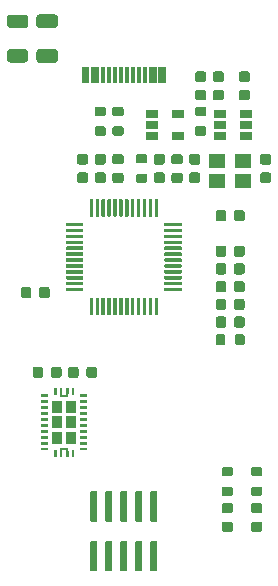
<source format=gbr>
G04 #@! TF.GenerationSoftware,KiCad,Pcbnew,(5.1.5)-3*
G04 #@! TF.CreationDate,2021-01-12T11:35:30+02:00*
G04 #@! TF.ProjectId,ft232h,66743233-3268-42e6-9b69-6361645f7063,rev?*
G04 #@! TF.SameCoordinates,Original*
G04 #@! TF.FileFunction,Paste,Top*
G04 #@! TF.FilePolarity,Positive*
%FSLAX46Y46*%
G04 Gerber Fmt 4.6, Leading zero omitted, Abs format (unit mm)*
G04 Created by KiCad (PCBNEW (5.1.5)-3) date 2021-01-12 11:35:30*
%MOMM*%
%LPD*%
G04 APERTURE LIST*
%ADD10C,0.100000*%
%ADD11R,0.750000X0.250000*%
%ADD12R,0.920000X1.140000*%
%ADD13R,1.400000X1.200000*%
%ADD14R,1.060000X0.650000*%
%ADD15R,0.300000X1.450000*%
G04 APERTURE END LIST*
D10*
G04 #@! TO.C,U3*
G36*
X147344540Y-95130243D02*
G01*
X147349433Y-95130968D01*
X147354230Y-95132170D01*
X147358887Y-95133836D01*
X147363358Y-95135951D01*
X147367601Y-95138494D01*
X147371573Y-95141440D01*
X147375238Y-95144762D01*
X147378560Y-95148427D01*
X147381506Y-95152399D01*
X147384049Y-95156642D01*
X147386164Y-95161113D01*
X147387830Y-95165770D01*
X147389032Y-95170567D01*
X147389757Y-95175460D01*
X147390000Y-95180400D01*
X147390000Y-95319600D01*
X147389757Y-95324540D01*
X147389032Y-95329433D01*
X147387830Y-95334230D01*
X147386164Y-95338887D01*
X147384049Y-95343358D01*
X147381506Y-95347601D01*
X147378560Y-95351573D01*
X147375238Y-95355238D01*
X147371573Y-95358560D01*
X147367601Y-95361506D01*
X147363358Y-95364049D01*
X147358887Y-95366164D01*
X147354230Y-95367830D01*
X147349433Y-95369032D01*
X147344540Y-95369757D01*
X147339600Y-95370000D01*
X146840400Y-95370000D01*
X146835460Y-95369757D01*
X146830567Y-95369032D01*
X146825770Y-95367830D01*
X146821113Y-95366164D01*
X146816642Y-95364049D01*
X146812399Y-95361506D01*
X146808427Y-95358560D01*
X146804762Y-95355238D01*
X146801440Y-95351573D01*
X146798494Y-95347601D01*
X146795951Y-95343358D01*
X146793836Y-95338887D01*
X146792170Y-95334230D01*
X146790968Y-95329433D01*
X146790243Y-95324540D01*
X146790000Y-95319600D01*
X146790000Y-95180400D01*
X146790243Y-95175460D01*
X146790968Y-95170567D01*
X146792170Y-95165770D01*
X146793836Y-95161113D01*
X146795951Y-95156642D01*
X146798494Y-95152399D01*
X146801440Y-95148427D01*
X146804762Y-95144762D01*
X146808427Y-95141440D01*
X146812399Y-95138494D01*
X146816642Y-95135951D01*
X146821113Y-95133836D01*
X146825770Y-95132170D01*
X146830567Y-95130968D01*
X146835460Y-95130243D01*
X146840400Y-95130000D01*
X147339600Y-95130000D01*
X147344540Y-95130243D01*
G37*
G36*
X147344540Y-95630243D02*
G01*
X147349433Y-95630968D01*
X147354230Y-95632170D01*
X147358887Y-95633836D01*
X147363358Y-95635951D01*
X147367601Y-95638494D01*
X147371573Y-95641440D01*
X147375238Y-95644762D01*
X147378560Y-95648427D01*
X147381506Y-95652399D01*
X147384049Y-95656642D01*
X147386164Y-95661113D01*
X147387830Y-95665770D01*
X147389032Y-95670567D01*
X147389757Y-95675460D01*
X147390000Y-95680400D01*
X147390000Y-95819600D01*
X147389757Y-95824540D01*
X147389032Y-95829433D01*
X147387830Y-95834230D01*
X147386164Y-95838887D01*
X147384049Y-95843358D01*
X147381506Y-95847601D01*
X147378560Y-95851573D01*
X147375238Y-95855238D01*
X147371573Y-95858560D01*
X147367601Y-95861506D01*
X147363358Y-95864049D01*
X147358887Y-95866164D01*
X147354230Y-95867830D01*
X147349433Y-95869032D01*
X147344540Y-95869757D01*
X147339600Y-95870000D01*
X146840400Y-95870000D01*
X146835460Y-95869757D01*
X146830567Y-95869032D01*
X146825770Y-95867830D01*
X146821113Y-95866164D01*
X146816642Y-95864049D01*
X146812399Y-95861506D01*
X146808427Y-95858560D01*
X146804762Y-95855238D01*
X146801440Y-95851573D01*
X146798494Y-95847601D01*
X146795951Y-95843358D01*
X146793836Y-95838887D01*
X146792170Y-95834230D01*
X146790968Y-95829433D01*
X146790243Y-95824540D01*
X146790000Y-95819600D01*
X146790000Y-95680400D01*
X146790243Y-95675460D01*
X146790968Y-95670567D01*
X146792170Y-95665770D01*
X146793836Y-95661113D01*
X146795951Y-95656642D01*
X146798494Y-95652399D01*
X146801440Y-95648427D01*
X146804762Y-95644762D01*
X146808427Y-95641440D01*
X146812399Y-95638494D01*
X146816642Y-95635951D01*
X146821113Y-95633836D01*
X146825770Y-95632170D01*
X146830567Y-95630968D01*
X146835460Y-95630243D01*
X146840400Y-95630000D01*
X147339600Y-95630000D01*
X147344540Y-95630243D01*
G37*
G36*
X144044540Y-99630243D02*
G01*
X144049433Y-99630968D01*
X144054230Y-99632170D01*
X144058887Y-99633836D01*
X144063358Y-99635951D01*
X144067601Y-99638494D01*
X144071573Y-99641440D01*
X144075238Y-99644762D01*
X144078560Y-99648427D01*
X144081506Y-99652399D01*
X144084049Y-99656642D01*
X144086164Y-99661113D01*
X144087830Y-99665770D01*
X144089032Y-99670567D01*
X144089757Y-99675460D01*
X144090000Y-99680400D01*
X144090000Y-99819600D01*
X144089757Y-99824540D01*
X144089032Y-99829433D01*
X144087830Y-99834230D01*
X144086164Y-99838887D01*
X144084049Y-99843358D01*
X144081506Y-99847601D01*
X144078560Y-99851573D01*
X144075238Y-99855238D01*
X144071573Y-99858560D01*
X144067601Y-99861506D01*
X144063358Y-99864049D01*
X144058887Y-99866164D01*
X144054230Y-99867830D01*
X144049433Y-99869032D01*
X144044540Y-99869757D01*
X144039600Y-99870000D01*
X143540400Y-99870000D01*
X143535460Y-99869757D01*
X143530567Y-99869032D01*
X143525770Y-99867830D01*
X143521113Y-99866164D01*
X143516642Y-99864049D01*
X143512399Y-99861506D01*
X143508427Y-99858560D01*
X143504762Y-99855238D01*
X143501440Y-99851573D01*
X143498494Y-99847601D01*
X143495951Y-99843358D01*
X143493836Y-99838887D01*
X143492170Y-99834230D01*
X143490968Y-99829433D01*
X143490243Y-99824540D01*
X143490000Y-99819600D01*
X143490000Y-99680400D01*
X143490243Y-99675460D01*
X143490968Y-99670567D01*
X143492170Y-99665770D01*
X143493836Y-99661113D01*
X143495951Y-99656642D01*
X143498494Y-99652399D01*
X143501440Y-99648427D01*
X143504762Y-99644762D01*
X143508427Y-99641440D01*
X143512399Y-99638494D01*
X143516642Y-99635951D01*
X143521113Y-99633836D01*
X143525770Y-99632170D01*
X143530567Y-99630968D01*
X143535460Y-99630243D01*
X143540400Y-99630000D01*
X144039600Y-99630000D01*
X144044540Y-99630243D01*
G37*
G36*
X144044540Y-99130243D02*
G01*
X144049433Y-99130968D01*
X144054230Y-99132170D01*
X144058887Y-99133836D01*
X144063358Y-99135951D01*
X144067601Y-99138494D01*
X144071573Y-99141440D01*
X144075238Y-99144762D01*
X144078560Y-99148427D01*
X144081506Y-99152399D01*
X144084049Y-99156642D01*
X144086164Y-99161113D01*
X144087830Y-99165770D01*
X144089032Y-99170567D01*
X144089757Y-99175460D01*
X144090000Y-99180400D01*
X144090000Y-99319600D01*
X144089757Y-99324540D01*
X144089032Y-99329433D01*
X144087830Y-99334230D01*
X144086164Y-99338887D01*
X144084049Y-99343358D01*
X144081506Y-99347601D01*
X144078560Y-99351573D01*
X144075238Y-99355238D01*
X144071573Y-99358560D01*
X144067601Y-99361506D01*
X144063358Y-99364049D01*
X144058887Y-99366164D01*
X144054230Y-99367830D01*
X144049433Y-99369032D01*
X144044540Y-99369757D01*
X144039600Y-99370000D01*
X143540400Y-99370000D01*
X143535460Y-99369757D01*
X143530567Y-99369032D01*
X143525770Y-99367830D01*
X143521113Y-99366164D01*
X143516642Y-99364049D01*
X143512399Y-99361506D01*
X143508427Y-99358560D01*
X143504762Y-99355238D01*
X143501440Y-99351573D01*
X143498494Y-99347601D01*
X143495951Y-99343358D01*
X143493836Y-99338887D01*
X143492170Y-99334230D01*
X143490968Y-99329433D01*
X143490243Y-99324540D01*
X143490000Y-99319600D01*
X143490000Y-99180400D01*
X143490243Y-99175460D01*
X143490968Y-99170567D01*
X143492170Y-99165770D01*
X143493836Y-99161113D01*
X143495951Y-99156642D01*
X143498494Y-99152399D01*
X143501440Y-99148427D01*
X143504762Y-99144762D01*
X143508427Y-99141440D01*
X143512399Y-99138494D01*
X143516642Y-99135951D01*
X143521113Y-99133836D01*
X143525770Y-99132170D01*
X143530567Y-99130968D01*
X143535460Y-99130243D01*
X143540400Y-99130000D01*
X144039600Y-99130000D01*
X144044540Y-99130243D01*
G37*
D11*
X145440000Y-99750000D03*
X145440000Y-95250000D03*
D12*
X146000000Y-98850000D03*
X144880000Y-98850000D03*
X146000000Y-97500000D03*
X144880000Y-97500000D03*
X146000000Y-96150000D03*
X144880000Y-96150000D03*
D10*
G36*
X145769901Y-99850241D02*
G01*
X145774755Y-99850961D01*
X145779514Y-99852153D01*
X145784134Y-99853806D01*
X145788570Y-99855904D01*
X145792779Y-99858427D01*
X145796720Y-99861349D01*
X145800355Y-99864645D01*
X145803651Y-99868280D01*
X145806573Y-99872221D01*
X145809096Y-99876430D01*
X145811194Y-99880866D01*
X145812847Y-99885486D01*
X145814039Y-99890245D01*
X145814759Y-99895099D01*
X145815000Y-99900000D01*
X145815000Y-100400000D01*
X145814759Y-100404901D01*
X145814039Y-100409755D01*
X145812847Y-100414514D01*
X145811194Y-100419134D01*
X145809096Y-100423570D01*
X145806573Y-100427779D01*
X145803651Y-100431720D01*
X145800355Y-100435355D01*
X145796720Y-100438651D01*
X145792779Y-100441573D01*
X145788570Y-100444096D01*
X145784134Y-100446194D01*
X145779514Y-100447847D01*
X145774755Y-100449039D01*
X145769901Y-100449759D01*
X145765000Y-100450000D01*
X145665000Y-100450000D01*
X145660099Y-100449759D01*
X145655245Y-100449039D01*
X145650486Y-100447847D01*
X145645866Y-100446194D01*
X145641430Y-100444096D01*
X145637221Y-100441573D01*
X145633280Y-100438651D01*
X145629645Y-100435355D01*
X145626349Y-100431720D01*
X145623427Y-100427779D01*
X145620904Y-100423570D01*
X145618806Y-100419134D01*
X145617153Y-100414514D01*
X145615961Y-100409755D01*
X145615241Y-100404901D01*
X145615000Y-100400000D01*
X145615000Y-99900000D01*
X145615241Y-99895099D01*
X145615961Y-99890245D01*
X145617153Y-99885486D01*
X145618806Y-99880866D01*
X145620904Y-99876430D01*
X145623427Y-99872221D01*
X145626349Y-99868280D01*
X145629645Y-99864645D01*
X145633280Y-99861349D01*
X145637221Y-99858427D01*
X145641430Y-99855904D01*
X145645866Y-99853806D01*
X145650486Y-99852153D01*
X145655245Y-99850961D01*
X145660099Y-99850241D01*
X145665000Y-99850000D01*
X145765000Y-99850000D01*
X145769901Y-99850241D01*
G37*
G36*
X145219901Y-99850241D02*
G01*
X145224755Y-99850961D01*
X145229514Y-99852153D01*
X145234134Y-99853806D01*
X145238570Y-99855904D01*
X145242779Y-99858427D01*
X145246720Y-99861349D01*
X145250355Y-99864645D01*
X145253651Y-99868280D01*
X145256573Y-99872221D01*
X145259096Y-99876430D01*
X145261194Y-99880866D01*
X145262847Y-99885486D01*
X145264039Y-99890245D01*
X145264759Y-99895099D01*
X145265000Y-99900000D01*
X145265000Y-100400000D01*
X145264759Y-100404901D01*
X145264039Y-100409755D01*
X145262847Y-100414514D01*
X145261194Y-100419134D01*
X145259096Y-100423570D01*
X145256573Y-100427779D01*
X145253651Y-100431720D01*
X145250355Y-100435355D01*
X145246720Y-100438651D01*
X145242779Y-100441573D01*
X145238570Y-100444096D01*
X145234134Y-100446194D01*
X145229514Y-100447847D01*
X145224755Y-100449039D01*
X145219901Y-100449759D01*
X145215000Y-100450000D01*
X145115000Y-100450000D01*
X145110099Y-100449759D01*
X145105245Y-100449039D01*
X145100486Y-100447847D01*
X145095866Y-100446194D01*
X145091430Y-100444096D01*
X145087221Y-100441573D01*
X145083280Y-100438651D01*
X145079645Y-100435355D01*
X145076349Y-100431720D01*
X145073427Y-100427779D01*
X145070904Y-100423570D01*
X145068806Y-100419134D01*
X145067153Y-100414514D01*
X145065961Y-100409755D01*
X145065241Y-100404901D01*
X145065000Y-100400000D01*
X145065000Y-99900000D01*
X145065241Y-99895099D01*
X145065961Y-99890245D01*
X145067153Y-99885486D01*
X145068806Y-99880866D01*
X145070904Y-99876430D01*
X145073427Y-99872221D01*
X145076349Y-99868280D01*
X145079645Y-99864645D01*
X145083280Y-99861349D01*
X145087221Y-99858427D01*
X145091430Y-99855904D01*
X145095866Y-99853806D01*
X145100486Y-99852153D01*
X145105245Y-99850961D01*
X145110099Y-99850241D01*
X145115000Y-99850000D01*
X145215000Y-99850000D01*
X145219901Y-99850241D01*
G37*
G36*
X145769901Y-94550241D02*
G01*
X145774755Y-94550961D01*
X145779514Y-94552153D01*
X145784134Y-94553806D01*
X145788570Y-94555904D01*
X145792779Y-94558427D01*
X145796720Y-94561349D01*
X145800355Y-94564645D01*
X145803651Y-94568280D01*
X145806573Y-94572221D01*
X145809096Y-94576430D01*
X145811194Y-94580866D01*
X145812847Y-94585486D01*
X145814039Y-94590245D01*
X145814759Y-94595099D01*
X145815000Y-94600000D01*
X145815000Y-95100000D01*
X145814759Y-95104901D01*
X145814039Y-95109755D01*
X145812847Y-95114514D01*
X145811194Y-95119134D01*
X145809096Y-95123570D01*
X145806573Y-95127779D01*
X145803651Y-95131720D01*
X145800355Y-95135355D01*
X145796720Y-95138651D01*
X145792779Y-95141573D01*
X145788570Y-95144096D01*
X145784134Y-95146194D01*
X145779514Y-95147847D01*
X145774755Y-95149039D01*
X145769901Y-95149759D01*
X145765000Y-95150000D01*
X145665000Y-95150000D01*
X145660099Y-95149759D01*
X145655245Y-95149039D01*
X145650486Y-95147847D01*
X145645866Y-95146194D01*
X145641430Y-95144096D01*
X145637221Y-95141573D01*
X145633280Y-95138651D01*
X145629645Y-95135355D01*
X145626349Y-95131720D01*
X145623427Y-95127779D01*
X145620904Y-95123570D01*
X145618806Y-95119134D01*
X145617153Y-95114514D01*
X145615961Y-95109755D01*
X145615241Y-95104901D01*
X145615000Y-95100000D01*
X145615000Y-94600000D01*
X145615241Y-94595099D01*
X145615961Y-94590245D01*
X145617153Y-94585486D01*
X145618806Y-94580866D01*
X145620904Y-94576430D01*
X145623427Y-94572221D01*
X145626349Y-94568280D01*
X145629645Y-94564645D01*
X145633280Y-94561349D01*
X145637221Y-94558427D01*
X145641430Y-94555904D01*
X145645866Y-94553806D01*
X145650486Y-94552153D01*
X145655245Y-94550961D01*
X145660099Y-94550241D01*
X145665000Y-94550000D01*
X145765000Y-94550000D01*
X145769901Y-94550241D01*
G37*
G36*
X145219901Y-94550241D02*
G01*
X145224755Y-94550961D01*
X145229514Y-94552153D01*
X145234134Y-94553806D01*
X145238570Y-94555904D01*
X145242779Y-94558427D01*
X145246720Y-94561349D01*
X145250355Y-94564645D01*
X145253651Y-94568280D01*
X145256573Y-94572221D01*
X145259096Y-94576430D01*
X145261194Y-94580866D01*
X145262847Y-94585486D01*
X145264039Y-94590245D01*
X145264759Y-94595099D01*
X145265000Y-94600000D01*
X145265000Y-95100000D01*
X145264759Y-95104901D01*
X145264039Y-95109755D01*
X145262847Y-95114514D01*
X145261194Y-95119134D01*
X145259096Y-95123570D01*
X145256573Y-95127779D01*
X145253651Y-95131720D01*
X145250355Y-95135355D01*
X145246720Y-95138651D01*
X145242779Y-95141573D01*
X145238570Y-95144096D01*
X145234134Y-95146194D01*
X145229514Y-95147847D01*
X145224755Y-95149039D01*
X145219901Y-95149759D01*
X145215000Y-95150000D01*
X145115000Y-95150000D01*
X145110099Y-95149759D01*
X145105245Y-95149039D01*
X145100486Y-95147847D01*
X145095866Y-95146194D01*
X145091430Y-95144096D01*
X145087221Y-95141573D01*
X145083280Y-95138651D01*
X145079645Y-95135355D01*
X145076349Y-95131720D01*
X145073427Y-95127779D01*
X145070904Y-95123570D01*
X145068806Y-95119134D01*
X145067153Y-95114514D01*
X145065961Y-95109755D01*
X145065241Y-95104901D01*
X145065000Y-95100000D01*
X145065000Y-94600000D01*
X145065241Y-94595099D01*
X145065961Y-94590245D01*
X145067153Y-94585486D01*
X145068806Y-94580866D01*
X145070904Y-94576430D01*
X145073427Y-94572221D01*
X145076349Y-94568280D01*
X145079645Y-94564645D01*
X145083280Y-94561349D01*
X145087221Y-94558427D01*
X145091430Y-94555904D01*
X145095866Y-94553806D01*
X145100486Y-94552153D01*
X145105245Y-94550961D01*
X145110099Y-94550241D01*
X145115000Y-94550000D01*
X145215000Y-94550000D01*
X145219901Y-94550241D01*
G37*
G36*
X146264540Y-94550243D02*
G01*
X146269433Y-94550968D01*
X146274230Y-94552170D01*
X146278887Y-94553836D01*
X146283358Y-94555951D01*
X146287601Y-94558494D01*
X146291573Y-94561440D01*
X146295238Y-94564762D01*
X146298560Y-94568427D01*
X146301506Y-94572399D01*
X146304049Y-94576642D01*
X146306164Y-94581113D01*
X146307830Y-94585770D01*
X146309032Y-94590567D01*
X146309757Y-94595460D01*
X146310000Y-94600400D01*
X146310000Y-95099600D01*
X146309757Y-95104540D01*
X146309032Y-95109433D01*
X146307830Y-95114230D01*
X146306164Y-95118887D01*
X146304049Y-95123358D01*
X146301506Y-95127601D01*
X146298560Y-95131573D01*
X146295238Y-95135238D01*
X146291573Y-95138560D01*
X146287601Y-95141506D01*
X146283358Y-95144049D01*
X146278887Y-95146164D01*
X146274230Y-95147830D01*
X146269433Y-95149032D01*
X146264540Y-95149757D01*
X146259600Y-95150000D01*
X146120400Y-95150000D01*
X146115460Y-95149757D01*
X146110567Y-95149032D01*
X146105770Y-95147830D01*
X146101113Y-95146164D01*
X146096642Y-95144049D01*
X146092399Y-95141506D01*
X146088427Y-95138560D01*
X146084762Y-95135238D01*
X146081440Y-95131573D01*
X146078494Y-95127601D01*
X146075951Y-95123358D01*
X146073836Y-95118887D01*
X146072170Y-95114230D01*
X146070968Y-95109433D01*
X146070243Y-95104540D01*
X146070000Y-95099600D01*
X146070000Y-94600400D01*
X146070243Y-94595460D01*
X146070968Y-94590567D01*
X146072170Y-94585770D01*
X146073836Y-94581113D01*
X146075951Y-94576642D01*
X146078494Y-94572399D01*
X146081440Y-94568427D01*
X146084762Y-94564762D01*
X146088427Y-94561440D01*
X146092399Y-94558494D01*
X146096642Y-94555951D01*
X146101113Y-94553836D01*
X146105770Y-94552170D01*
X146110567Y-94550968D01*
X146115460Y-94550243D01*
X146120400Y-94550000D01*
X146259600Y-94550000D01*
X146264540Y-94550243D01*
G37*
G36*
X147344540Y-96130243D02*
G01*
X147349433Y-96130968D01*
X147354230Y-96132170D01*
X147358887Y-96133836D01*
X147363358Y-96135951D01*
X147367601Y-96138494D01*
X147371573Y-96141440D01*
X147375238Y-96144762D01*
X147378560Y-96148427D01*
X147381506Y-96152399D01*
X147384049Y-96156642D01*
X147386164Y-96161113D01*
X147387830Y-96165770D01*
X147389032Y-96170567D01*
X147389757Y-96175460D01*
X147390000Y-96180400D01*
X147390000Y-96319600D01*
X147389757Y-96324540D01*
X147389032Y-96329433D01*
X147387830Y-96334230D01*
X147386164Y-96338887D01*
X147384049Y-96343358D01*
X147381506Y-96347601D01*
X147378560Y-96351573D01*
X147375238Y-96355238D01*
X147371573Y-96358560D01*
X147367601Y-96361506D01*
X147363358Y-96364049D01*
X147358887Y-96366164D01*
X147354230Y-96367830D01*
X147349433Y-96369032D01*
X147344540Y-96369757D01*
X147339600Y-96370000D01*
X146840400Y-96370000D01*
X146835460Y-96369757D01*
X146830567Y-96369032D01*
X146825770Y-96367830D01*
X146821113Y-96366164D01*
X146816642Y-96364049D01*
X146812399Y-96361506D01*
X146808427Y-96358560D01*
X146804762Y-96355238D01*
X146801440Y-96351573D01*
X146798494Y-96347601D01*
X146795951Y-96343358D01*
X146793836Y-96338887D01*
X146792170Y-96334230D01*
X146790968Y-96329433D01*
X146790243Y-96324540D01*
X146790000Y-96319600D01*
X146790000Y-96180400D01*
X146790243Y-96175460D01*
X146790968Y-96170567D01*
X146792170Y-96165770D01*
X146793836Y-96161113D01*
X146795951Y-96156642D01*
X146798494Y-96152399D01*
X146801440Y-96148427D01*
X146804762Y-96144762D01*
X146808427Y-96141440D01*
X146812399Y-96138494D01*
X146816642Y-96135951D01*
X146821113Y-96133836D01*
X146825770Y-96132170D01*
X146830567Y-96130968D01*
X146835460Y-96130243D01*
X146840400Y-96130000D01*
X147339600Y-96130000D01*
X147344540Y-96130243D01*
G37*
G36*
X147344540Y-96630243D02*
G01*
X147349433Y-96630968D01*
X147354230Y-96632170D01*
X147358887Y-96633836D01*
X147363358Y-96635951D01*
X147367601Y-96638494D01*
X147371573Y-96641440D01*
X147375238Y-96644762D01*
X147378560Y-96648427D01*
X147381506Y-96652399D01*
X147384049Y-96656642D01*
X147386164Y-96661113D01*
X147387830Y-96665770D01*
X147389032Y-96670567D01*
X147389757Y-96675460D01*
X147390000Y-96680400D01*
X147390000Y-96819600D01*
X147389757Y-96824540D01*
X147389032Y-96829433D01*
X147387830Y-96834230D01*
X147386164Y-96838887D01*
X147384049Y-96843358D01*
X147381506Y-96847601D01*
X147378560Y-96851573D01*
X147375238Y-96855238D01*
X147371573Y-96858560D01*
X147367601Y-96861506D01*
X147363358Y-96864049D01*
X147358887Y-96866164D01*
X147354230Y-96867830D01*
X147349433Y-96869032D01*
X147344540Y-96869757D01*
X147339600Y-96870000D01*
X146840400Y-96870000D01*
X146835460Y-96869757D01*
X146830567Y-96869032D01*
X146825770Y-96867830D01*
X146821113Y-96866164D01*
X146816642Y-96864049D01*
X146812399Y-96861506D01*
X146808427Y-96858560D01*
X146804762Y-96855238D01*
X146801440Y-96851573D01*
X146798494Y-96847601D01*
X146795951Y-96843358D01*
X146793836Y-96838887D01*
X146792170Y-96834230D01*
X146790968Y-96829433D01*
X146790243Y-96824540D01*
X146790000Y-96819600D01*
X146790000Y-96680400D01*
X146790243Y-96675460D01*
X146790968Y-96670567D01*
X146792170Y-96665770D01*
X146793836Y-96661113D01*
X146795951Y-96656642D01*
X146798494Y-96652399D01*
X146801440Y-96648427D01*
X146804762Y-96644762D01*
X146808427Y-96641440D01*
X146812399Y-96638494D01*
X146816642Y-96635951D01*
X146821113Y-96633836D01*
X146825770Y-96632170D01*
X146830567Y-96630968D01*
X146835460Y-96630243D01*
X146840400Y-96630000D01*
X147339600Y-96630000D01*
X147344540Y-96630243D01*
G37*
G36*
X147344540Y-97130243D02*
G01*
X147349433Y-97130968D01*
X147354230Y-97132170D01*
X147358887Y-97133836D01*
X147363358Y-97135951D01*
X147367601Y-97138494D01*
X147371573Y-97141440D01*
X147375238Y-97144762D01*
X147378560Y-97148427D01*
X147381506Y-97152399D01*
X147384049Y-97156642D01*
X147386164Y-97161113D01*
X147387830Y-97165770D01*
X147389032Y-97170567D01*
X147389757Y-97175460D01*
X147390000Y-97180400D01*
X147390000Y-97319600D01*
X147389757Y-97324540D01*
X147389032Y-97329433D01*
X147387830Y-97334230D01*
X147386164Y-97338887D01*
X147384049Y-97343358D01*
X147381506Y-97347601D01*
X147378560Y-97351573D01*
X147375238Y-97355238D01*
X147371573Y-97358560D01*
X147367601Y-97361506D01*
X147363358Y-97364049D01*
X147358887Y-97366164D01*
X147354230Y-97367830D01*
X147349433Y-97369032D01*
X147344540Y-97369757D01*
X147339600Y-97370000D01*
X146840400Y-97370000D01*
X146835460Y-97369757D01*
X146830567Y-97369032D01*
X146825770Y-97367830D01*
X146821113Y-97366164D01*
X146816642Y-97364049D01*
X146812399Y-97361506D01*
X146808427Y-97358560D01*
X146804762Y-97355238D01*
X146801440Y-97351573D01*
X146798494Y-97347601D01*
X146795951Y-97343358D01*
X146793836Y-97338887D01*
X146792170Y-97334230D01*
X146790968Y-97329433D01*
X146790243Y-97324540D01*
X146790000Y-97319600D01*
X146790000Y-97180400D01*
X146790243Y-97175460D01*
X146790968Y-97170567D01*
X146792170Y-97165770D01*
X146793836Y-97161113D01*
X146795951Y-97156642D01*
X146798494Y-97152399D01*
X146801440Y-97148427D01*
X146804762Y-97144762D01*
X146808427Y-97141440D01*
X146812399Y-97138494D01*
X146816642Y-97135951D01*
X146821113Y-97133836D01*
X146825770Y-97132170D01*
X146830567Y-97130968D01*
X146835460Y-97130243D01*
X146840400Y-97130000D01*
X147339600Y-97130000D01*
X147344540Y-97130243D01*
G37*
G36*
X147344540Y-97630243D02*
G01*
X147349433Y-97630968D01*
X147354230Y-97632170D01*
X147358887Y-97633836D01*
X147363358Y-97635951D01*
X147367601Y-97638494D01*
X147371573Y-97641440D01*
X147375238Y-97644762D01*
X147378560Y-97648427D01*
X147381506Y-97652399D01*
X147384049Y-97656642D01*
X147386164Y-97661113D01*
X147387830Y-97665770D01*
X147389032Y-97670567D01*
X147389757Y-97675460D01*
X147390000Y-97680400D01*
X147390000Y-97819600D01*
X147389757Y-97824540D01*
X147389032Y-97829433D01*
X147387830Y-97834230D01*
X147386164Y-97838887D01*
X147384049Y-97843358D01*
X147381506Y-97847601D01*
X147378560Y-97851573D01*
X147375238Y-97855238D01*
X147371573Y-97858560D01*
X147367601Y-97861506D01*
X147363358Y-97864049D01*
X147358887Y-97866164D01*
X147354230Y-97867830D01*
X147349433Y-97869032D01*
X147344540Y-97869757D01*
X147339600Y-97870000D01*
X146840400Y-97870000D01*
X146835460Y-97869757D01*
X146830567Y-97869032D01*
X146825770Y-97867830D01*
X146821113Y-97866164D01*
X146816642Y-97864049D01*
X146812399Y-97861506D01*
X146808427Y-97858560D01*
X146804762Y-97855238D01*
X146801440Y-97851573D01*
X146798494Y-97847601D01*
X146795951Y-97843358D01*
X146793836Y-97838887D01*
X146792170Y-97834230D01*
X146790968Y-97829433D01*
X146790243Y-97824540D01*
X146790000Y-97819600D01*
X146790000Y-97680400D01*
X146790243Y-97675460D01*
X146790968Y-97670567D01*
X146792170Y-97665770D01*
X146793836Y-97661113D01*
X146795951Y-97656642D01*
X146798494Y-97652399D01*
X146801440Y-97648427D01*
X146804762Y-97644762D01*
X146808427Y-97641440D01*
X146812399Y-97638494D01*
X146816642Y-97635951D01*
X146821113Y-97633836D01*
X146825770Y-97632170D01*
X146830567Y-97630968D01*
X146835460Y-97630243D01*
X146840400Y-97630000D01*
X147339600Y-97630000D01*
X147344540Y-97630243D01*
G37*
G36*
X147344540Y-98130243D02*
G01*
X147349433Y-98130968D01*
X147354230Y-98132170D01*
X147358887Y-98133836D01*
X147363358Y-98135951D01*
X147367601Y-98138494D01*
X147371573Y-98141440D01*
X147375238Y-98144762D01*
X147378560Y-98148427D01*
X147381506Y-98152399D01*
X147384049Y-98156642D01*
X147386164Y-98161113D01*
X147387830Y-98165770D01*
X147389032Y-98170567D01*
X147389757Y-98175460D01*
X147390000Y-98180400D01*
X147390000Y-98319600D01*
X147389757Y-98324540D01*
X147389032Y-98329433D01*
X147387830Y-98334230D01*
X147386164Y-98338887D01*
X147384049Y-98343358D01*
X147381506Y-98347601D01*
X147378560Y-98351573D01*
X147375238Y-98355238D01*
X147371573Y-98358560D01*
X147367601Y-98361506D01*
X147363358Y-98364049D01*
X147358887Y-98366164D01*
X147354230Y-98367830D01*
X147349433Y-98369032D01*
X147344540Y-98369757D01*
X147339600Y-98370000D01*
X146840400Y-98370000D01*
X146835460Y-98369757D01*
X146830567Y-98369032D01*
X146825770Y-98367830D01*
X146821113Y-98366164D01*
X146816642Y-98364049D01*
X146812399Y-98361506D01*
X146808427Y-98358560D01*
X146804762Y-98355238D01*
X146801440Y-98351573D01*
X146798494Y-98347601D01*
X146795951Y-98343358D01*
X146793836Y-98338887D01*
X146792170Y-98334230D01*
X146790968Y-98329433D01*
X146790243Y-98324540D01*
X146790000Y-98319600D01*
X146790000Y-98180400D01*
X146790243Y-98175460D01*
X146790968Y-98170567D01*
X146792170Y-98165770D01*
X146793836Y-98161113D01*
X146795951Y-98156642D01*
X146798494Y-98152399D01*
X146801440Y-98148427D01*
X146804762Y-98144762D01*
X146808427Y-98141440D01*
X146812399Y-98138494D01*
X146816642Y-98135951D01*
X146821113Y-98133836D01*
X146825770Y-98132170D01*
X146830567Y-98130968D01*
X146835460Y-98130243D01*
X146840400Y-98130000D01*
X147339600Y-98130000D01*
X147344540Y-98130243D01*
G37*
G36*
X147344540Y-98630243D02*
G01*
X147349433Y-98630968D01*
X147354230Y-98632170D01*
X147358887Y-98633836D01*
X147363358Y-98635951D01*
X147367601Y-98638494D01*
X147371573Y-98641440D01*
X147375238Y-98644762D01*
X147378560Y-98648427D01*
X147381506Y-98652399D01*
X147384049Y-98656642D01*
X147386164Y-98661113D01*
X147387830Y-98665770D01*
X147389032Y-98670567D01*
X147389757Y-98675460D01*
X147390000Y-98680400D01*
X147390000Y-98819600D01*
X147389757Y-98824540D01*
X147389032Y-98829433D01*
X147387830Y-98834230D01*
X147386164Y-98838887D01*
X147384049Y-98843358D01*
X147381506Y-98847601D01*
X147378560Y-98851573D01*
X147375238Y-98855238D01*
X147371573Y-98858560D01*
X147367601Y-98861506D01*
X147363358Y-98864049D01*
X147358887Y-98866164D01*
X147354230Y-98867830D01*
X147349433Y-98869032D01*
X147344540Y-98869757D01*
X147339600Y-98870000D01*
X146840400Y-98870000D01*
X146835460Y-98869757D01*
X146830567Y-98869032D01*
X146825770Y-98867830D01*
X146821113Y-98866164D01*
X146816642Y-98864049D01*
X146812399Y-98861506D01*
X146808427Y-98858560D01*
X146804762Y-98855238D01*
X146801440Y-98851573D01*
X146798494Y-98847601D01*
X146795951Y-98843358D01*
X146793836Y-98838887D01*
X146792170Y-98834230D01*
X146790968Y-98829433D01*
X146790243Y-98824540D01*
X146790000Y-98819600D01*
X146790000Y-98680400D01*
X146790243Y-98675460D01*
X146790968Y-98670567D01*
X146792170Y-98665770D01*
X146793836Y-98661113D01*
X146795951Y-98656642D01*
X146798494Y-98652399D01*
X146801440Y-98648427D01*
X146804762Y-98644762D01*
X146808427Y-98641440D01*
X146812399Y-98638494D01*
X146816642Y-98635951D01*
X146821113Y-98633836D01*
X146825770Y-98632170D01*
X146830567Y-98630968D01*
X146835460Y-98630243D01*
X146840400Y-98630000D01*
X147339600Y-98630000D01*
X147344540Y-98630243D01*
G37*
G36*
X147344540Y-99130243D02*
G01*
X147349433Y-99130968D01*
X147354230Y-99132170D01*
X147358887Y-99133836D01*
X147363358Y-99135951D01*
X147367601Y-99138494D01*
X147371573Y-99141440D01*
X147375238Y-99144762D01*
X147378560Y-99148427D01*
X147381506Y-99152399D01*
X147384049Y-99156642D01*
X147386164Y-99161113D01*
X147387830Y-99165770D01*
X147389032Y-99170567D01*
X147389757Y-99175460D01*
X147390000Y-99180400D01*
X147390000Y-99319600D01*
X147389757Y-99324540D01*
X147389032Y-99329433D01*
X147387830Y-99334230D01*
X147386164Y-99338887D01*
X147384049Y-99343358D01*
X147381506Y-99347601D01*
X147378560Y-99351573D01*
X147375238Y-99355238D01*
X147371573Y-99358560D01*
X147367601Y-99361506D01*
X147363358Y-99364049D01*
X147358887Y-99366164D01*
X147354230Y-99367830D01*
X147349433Y-99369032D01*
X147344540Y-99369757D01*
X147339600Y-99370000D01*
X146840400Y-99370000D01*
X146835460Y-99369757D01*
X146830567Y-99369032D01*
X146825770Y-99367830D01*
X146821113Y-99366164D01*
X146816642Y-99364049D01*
X146812399Y-99361506D01*
X146808427Y-99358560D01*
X146804762Y-99355238D01*
X146801440Y-99351573D01*
X146798494Y-99347601D01*
X146795951Y-99343358D01*
X146793836Y-99338887D01*
X146792170Y-99334230D01*
X146790968Y-99329433D01*
X146790243Y-99324540D01*
X146790000Y-99319600D01*
X146790000Y-99180400D01*
X146790243Y-99175460D01*
X146790968Y-99170567D01*
X146792170Y-99165770D01*
X146793836Y-99161113D01*
X146795951Y-99156642D01*
X146798494Y-99152399D01*
X146801440Y-99148427D01*
X146804762Y-99144762D01*
X146808427Y-99141440D01*
X146812399Y-99138494D01*
X146816642Y-99135951D01*
X146821113Y-99133836D01*
X146825770Y-99132170D01*
X146830567Y-99130968D01*
X146835460Y-99130243D01*
X146840400Y-99130000D01*
X147339600Y-99130000D01*
X147344540Y-99130243D01*
G37*
G36*
X147344540Y-99630243D02*
G01*
X147349433Y-99630968D01*
X147354230Y-99632170D01*
X147358887Y-99633836D01*
X147363358Y-99635951D01*
X147367601Y-99638494D01*
X147371573Y-99641440D01*
X147375238Y-99644762D01*
X147378560Y-99648427D01*
X147381506Y-99652399D01*
X147384049Y-99656642D01*
X147386164Y-99661113D01*
X147387830Y-99665770D01*
X147389032Y-99670567D01*
X147389757Y-99675460D01*
X147390000Y-99680400D01*
X147390000Y-99819600D01*
X147389757Y-99824540D01*
X147389032Y-99829433D01*
X147387830Y-99834230D01*
X147386164Y-99838887D01*
X147384049Y-99843358D01*
X147381506Y-99847601D01*
X147378560Y-99851573D01*
X147375238Y-99855238D01*
X147371573Y-99858560D01*
X147367601Y-99861506D01*
X147363358Y-99864049D01*
X147358887Y-99866164D01*
X147354230Y-99867830D01*
X147349433Y-99869032D01*
X147344540Y-99869757D01*
X147339600Y-99870000D01*
X146840400Y-99870000D01*
X146835460Y-99869757D01*
X146830567Y-99869032D01*
X146825770Y-99867830D01*
X146821113Y-99866164D01*
X146816642Y-99864049D01*
X146812399Y-99861506D01*
X146808427Y-99858560D01*
X146804762Y-99855238D01*
X146801440Y-99851573D01*
X146798494Y-99847601D01*
X146795951Y-99843358D01*
X146793836Y-99838887D01*
X146792170Y-99834230D01*
X146790968Y-99829433D01*
X146790243Y-99824540D01*
X146790000Y-99819600D01*
X146790000Y-99680400D01*
X146790243Y-99675460D01*
X146790968Y-99670567D01*
X146792170Y-99665770D01*
X146793836Y-99661113D01*
X146795951Y-99656642D01*
X146798494Y-99652399D01*
X146801440Y-99648427D01*
X146804762Y-99644762D01*
X146808427Y-99641440D01*
X146812399Y-99638494D01*
X146816642Y-99635951D01*
X146821113Y-99633836D01*
X146825770Y-99632170D01*
X146830567Y-99630968D01*
X146835460Y-99630243D01*
X146840400Y-99630000D01*
X147339600Y-99630000D01*
X147344540Y-99630243D01*
G37*
G36*
X146264540Y-99850243D02*
G01*
X146269433Y-99850968D01*
X146274230Y-99852170D01*
X146278887Y-99853836D01*
X146283358Y-99855951D01*
X146287601Y-99858494D01*
X146291573Y-99861440D01*
X146295238Y-99864762D01*
X146298560Y-99868427D01*
X146301506Y-99872399D01*
X146304049Y-99876642D01*
X146306164Y-99881113D01*
X146307830Y-99885770D01*
X146309032Y-99890567D01*
X146309757Y-99895460D01*
X146310000Y-99900400D01*
X146310000Y-100399600D01*
X146309757Y-100404540D01*
X146309032Y-100409433D01*
X146307830Y-100414230D01*
X146306164Y-100418887D01*
X146304049Y-100423358D01*
X146301506Y-100427601D01*
X146298560Y-100431573D01*
X146295238Y-100435238D01*
X146291573Y-100438560D01*
X146287601Y-100441506D01*
X146283358Y-100444049D01*
X146278887Y-100446164D01*
X146274230Y-100447830D01*
X146269433Y-100449032D01*
X146264540Y-100449757D01*
X146259600Y-100450000D01*
X146120400Y-100450000D01*
X146115460Y-100449757D01*
X146110567Y-100449032D01*
X146105770Y-100447830D01*
X146101113Y-100446164D01*
X146096642Y-100444049D01*
X146092399Y-100441506D01*
X146088427Y-100438560D01*
X146084762Y-100435238D01*
X146081440Y-100431573D01*
X146078494Y-100427601D01*
X146075951Y-100423358D01*
X146073836Y-100418887D01*
X146072170Y-100414230D01*
X146070968Y-100409433D01*
X146070243Y-100404540D01*
X146070000Y-100399600D01*
X146070000Y-99900400D01*
X146070243Y-99895460D01*
X146070968Y-99890567D01*
X146072170Y-99885770D01*
X146073836Y-99881113D01*
X146075951Y-99876642D01*
X146078494Y-99872399D01*
X146081440Y-99868427D01*
X146084762Y-99864762D01*
X146088427Y-99861440D01*
X146092399Y-99858494D01*
X146096642Y-99855951D01*
X146101113Y-99853836D01*
X146105770Y-99852170D01*
X146110567Y-99850968D01*
X146115460Y-99850243D01*
X146120400Y-99850000D01*
X146259600Y-99850000D01*
X146264540Y-99850243D01*
G37*
G36*
X144764540Y-99850243D02*
G01*
X144769433Y-99850968D01*
X144774230Y-99852170D01*
X144778887Y-99853836D01*
X144783358Y-99855951D01*
X144787601Y-99858494D01*
X144791573Y-99861440D01*
X144795238Y-99864762D01*
X144798560Y-99868427D01*
X144801506Y-99872399D01*
X144804049Y-99876642D01*
X144806164Y-99881113D01*
X144807830Y-99885770D01*
X144809032Y-99890567D01*
X144809757Y-99895460D01*
X144810000Y-99900400D01*
X144810000Y-100399600D01*
X144809757Y-100404540D01*
X144809032Y-100409433D01*
X144807830Y-100414230D01*
X144806164Y-100418887D01*
X144804049Y-100423358D01*
X144801506Y-100427601D01*
X144798560Y-100431573D01*
X144795238Y-100435238D01*
X144791573Y-100438560D01*
X144787601Y-100441506D01*
X144783358Y-100444049D01*
X144778887Y-100446164D01*
X144774230Y-100447830D01*
X144769433Y-100449032D01*
X144764540Y-100449757D01*
X144759600Y-100450000D01*
X144620400Y-100450000D01*
X144615460Y-100449757D01*
X144610567Y-100449032D01*
X144605770Y-100447830D01*
X144601113Y-100446164D01*
X144596642Y-100444049D01*
X144592399Y-100441506D01*
X144588427Y-100438560D01*
X144584762Y-100435238D01*
X144581440Y-100431573D01*
X144578494Y-100427601D01*
X144575951Y-100423358D01*
X144573836Y-100418887D01*
X144572170Y-100414230D01*
X144570968Y-100409433D01*
X144570243Y-100404540D01*
X144570000Y-100399600D01*
X144570000Y-99900400D01*
X144570243Y-99895460D01*
X144570968Y-99890567D01*
X144572170Y-99885770D01*
X144573836Y-99881113D01*
X144575951Y-99876642D01*
X144578494Y-99872399D01*
X144581440Y-99868427D01*
X144584762Y-99864762D01*
X144588427Y-99861440D01*
X144592399Y-99858494D01*
X144596642Y-99855951D01*
X144601113Y-99853836D01*
X144605770Y-99852170D01*
X144610567Y-99850968D01*
X144615460Y-99850243D01*
X144620400Y-99850000D01*
X144759600Y-99850000D01*
X144764540Y-99850243D01*
G37*
G36*
X144044540Y-98630243D02*
G01*
X144049433Y-98630968D01*
X144054230Y-98632170D01*
X144058887Y-98633836D01*
X144063358Y-98635951D01*
X144067601Y-98638494D01*
X144071573Y-98641440D01*
X144075238Y-98644762D01*
X144078560Y-98648427D01*
X144081506Y-98652399D01*
X144084049Y-98656642D01*
X144086164Y-98661113D01*
X144087830Y-98665770D01*
X144089032Y-98670567D01*
X144089757Y-98675460D01*
X144090000Y-98680400D01*
X144090000Y-98819600D01*
X144089757Y-98824540D01*
X144089032Y-98829433D01*
X144087830Y-98834230D01*
X144086164Y-98838887D01*
X144084049Y-98843358D01*
X144081506Y-98847601D01*
X144078560Y-98851573D01*
X144075238Y-98855238D01*
X144071573Y-98858560D01*
X144067601Y-98861506D01*
X144063358Y-98864049D01*
X144058887Y-98866164D01*
X144054230Y-98867830D01*
X144049433Y-98869032D01*
X144044540Y-98869757D01*
X144039600Y-98870000D01*
X143540400Y-98870000D01*
X143535460Y-98869757D01*
X143530567Y-98869032D01*
X143525770Y-98867830D01*
X143521113Y-98866164D01*
X143516642Y-98864049D01*
X143512399Y-98861506D01*
X143508427Y-98858560D01*
X143504762Y-98855238D01*
X143501440Y-98851573D01*
X143498494Y-98847601D01*
X143495951Y-98843358D01*
X143493836Y-98838887D01*
X143492170Y-98834230D01*
X143490968Y-98829433D01*
X143490243Y-98824540D01*
X143490000Y-98819600D01*
X143490000Y-98680400D01*
X143490243Y-98675460D01*
X143490968Y-98670567D01*
X143492170Y-98665770D01*
X143493836Y-98661113D01*
X143495951Y-98656642D01*
X143498494Y-98652399D01*
X143501440Y-98648427D01*
X143504762Y-98644762D01*
X143508427Y-98641440D01*
X143512399Y-98638494D01*
X143516642Y-98635951D01*
X143521113Y-98633836D01*
X143525770Y-98632170D01*
X143530567Y-98630968D01*
X143535460Y-98630243D01*
X143540400Y-98630000D01*
X144039600Y-98630000D01*
X144044540Y-98630243D01*
G37*
G36*
X144044540Y-98130243D02*
G01*
X144049433Y-98130968D01*
X144054230Y-98132170D01*
X144058887Y-98133836D01*
X144063358Y-98135951D01*
X144067601Y-98138494D01*
X144071573Y-98141440D01*
X144075238Y-98144762D01*
X144078560Y-98148427D01*
X144081506Y-98152399D01*
X144084049Y-98156642D01*
X144086164Y-98161113D01*
X144087830Y-98165770D01*
X144089032Y-98170567D01*
X144089757Y-98175460D01*
X144090000Y-98180400D01*
X144090000Y-98319600D01*
X144089757Y-98324540D01*
X144089032Y-98329433D01*
X144087830Y-98334230D01*
X144086164Y-98338887D01*
X144084049Y-98343358D01*
X144081506Y-98347601D01*
X144078560Y-98351573D01*
X144075238Y-98355238D01*
X144071573Y-98358560D01*
X144067601Y-98361506D01*
X144063358Y-98364049D01*
X144058887Y-98366164D01*
X144054230Y-98367830D01*
X144049433Y-98369032D01*
X144044540Y-98369757D01*
X144039600Y-98370000D01*
X143540400Y-98370000D01*
X143535460Y-98369757D01*
X143530567Y-98369032D01*
X143525770Y-98367830D01*
X143521113Y-98366164D01*
X143516642Y-98364049D01*
X143512399Y-98361506D01*
X143508427Y-98358560D01*
X143504762Y-98355238D01*
X143501440Y-98351573D01*
X143498494Y-98347601D01*
X143495951Y-98343358D01*
X143493836Y-98338887D01*
X143492170Y-98334230D01*
X143490968Y-98329433D01*
X143490243Y-98324540D01*
X143490000Y-98319600D01*
X143490000Y-98180400D01*
X143490243Y-98175460D01*
X143490968Y-98170567D01*
X143492170Y-98165770D01*
X143493836Y-98161113D01*
X143495951Y-98156642D01*
X143498494Y-98152399D01*
X143501440Y-98148427D01*
X143504762Y-98144762D01*
X143508427Y-98141440D01*
X143512399Y-98138494D01*
X143516642Y-98135951D01*
X143521113Y-98133836D01*
X143525770Y-98132170D01*
X143530567Y-98130968D01*
X143535460Y-98130243D01*
X143540400Y-98130000D01*
X144039600Y-98130000D01*
X144044540Y-98130243D01*
G37*
G36*
X144044540Y-97630243D02*
G01*
X144049433Y-97630968D01*
X144054230Y-97632170D01*
X144058887Y-97633836D01*
X144063358Y-97635951D01*
X144067601Y-97638494D01*
X144071573Y-97641440D01*
X144075238Y-97644762D01*
X144078560Y-97648427D01*
X144081506Y-97652399D01*
X144084049Y-97656642D01*
X144086164Y-97661113D01*
X144087830Y-97665770D01*
X144089032Y-97670567D01*
X144089757Y-97675460D01*
X144090000Y-97680400D01*
X144090000Y-97819600D01*
X144089757Y-97824540D01*
X144089032Y-97829433D01*
X144087830Y-97834230D01*
X144086164Y-97838887D01*
X144084049Y-97843358D01*
X144081506Y-97847601D01*
X144078560Y-97851573D01*
X144075238Y-97855238D01*
X144071573Y-97858560D01*
X144067601Y-97861506D01*
X144063358Y-97864049D01*
X144058887Y-97866164D01*
X144054230Y-97867830D01*
X144049433Y-97869032D01*
X144044540Y-97869757D01*
X144039600Y-97870000D01*
X143540400Y-97870000D01*
X143535460Y-97869757D01*
X143530567Y-97869032D01*
X143525770Y-97867830D01*
X143521113Y-97866164D01*
X143516642Y-97864049D01*
X143512399Y-97861506D01*
X143508427Y-97858560D01*
X143504762Y-97855238D01*
X143501440Y-97851573D01*
X143498494Y-97847601D01*
X143495951Y-97843358D01*
X143493836Y-97838887D01*
X143492170Y-97834230D01*
X143490968Y-97829433D01*
X143490243Y-97824540D01*
X143490000Y-97819600D01*
X143490000Y-97680400D01*
X143490243Y-97675460D01*
X143490968Y-97670567D01*
X143492170Y-97665770D01*
X143493836Y-97661113D01*
X143495951Y-97656642D01*
X143498494Y-97652399D01*
X143501440Y-97648427D01*
X143504762Y-97644762D01*
X143508427Y-97641440D01*
X143512399Y-97638494D01*
X143516642Y-97635951D01*
X143521113Y-97633836D01*
X143525770Y-97632170D01*
X143530567Y-97630968D01*
X143535460Y-97630243D01*
X143540400Y-97630000D01*
X144039600Y-97630000D01*
X144044540Y-97630243D01*
G37*
G36*
X144044540Y-97130243D02*
G01*
X144049433Y-97130968D01*
X144054230Y-97132170D01*
X144058887Y-97133836D01*
X144063358Y-97135951D01*
X144067601Y-97138494D01*
X144071573Y-97141440D01*
X144075238Y-97144762D01*
X144078560Y-97148427D01*
X144081506Y-97152399D01*
X144084049Y-97156642D01*
X144086164Y-97161113D01*
X144087830Y-97165770D01*
X144089032Y-97170567D01*
X144089757Y-97175460D01*
X144090000Y-97180400D01*
X144090000Y-97319600D01*
X144089757Y-97324540D01*
X144089032Y-97329433D01*
X144087830Y-97334230D01*
X144086164Y-97338887D01*
X144084049Y-97343358D01*
X144081506Y-97347601D01*
X144078560Y-97351573D01*
X144075238Y-97355238D01*
X144071573Y-97358560D01*
X144067601Y-97361506D01*
X144063358Y-97364049D01*
X144058887Y-97366164D01*
X144054230Y-97367830D01*
X144049433Y-97369032D01*
X144044540Y-97369757D01*
X144039600Y-97370000D01*
X143540400Y-97370000D01*
X143535460Y-97369757D01*
X143530567Y-97369032D01*
X143525770Y-97367830D01*
X143521113Y-97366164D01*
X143516642Y-97364049D01*
X143512399Y-97361506D01*
X143508427Y-97358560D01*
X143504762Y-97355238D01*
X143501440Y-97351573D01*
X143498494Y-97347601D01*
X143495951Y-97343358D01*
X143493836Y-97338887D01*
X143492170Y-97334230D01*
X143490968Y-97329433D01*
X143490243Y-97324540D01*
X143490000Y-97319600D01*
X143490000Y-97180400D01*
X143490243Y-97175460D01*
X143490968Y-97170567D01*
X143492170Y-97165770D01*
X143493836Y-97161113D01*
X143495951Y-97156642D01*
X143498494Y-97152399D01*
X143501440Y-97148427D01*
X143504762Y-97144762D01*
X143508427Y-97141440D01*
X143512399Y-97138494D01*
X143516642Y-97135951D01*
X143521113Y-97133836D01*
X143525770Y-97132170D01*
X143530567Y-97130968D01*
X143535460Y-97130243D01*
X143540400Y-97130000D01*
X144039600Y-97130000D01*
X144044540Y-97130243D01*
G37*
G36*
X144044540Y-96630243D02*
G01*
X144049433Y-96630968D01*
X144054230Y-96632170D01*
X144058887Y-96633836D01*
X144063358Y-96635951D01*
X144067601Y-96638494D01*
X144071573Y-96641440D01*
X144075238Y-96644762D01*
X144078560Y-96648427D01*
X144081506Y-96652399D01*
X144084049Y-96656642D01*
X144086164Y-96661113D01*
X144087830Y-96665770D01*
X144089032Y-96670567D01*
X144089757Y-96675460D01*
X144090000Y-96680400D01*
X144090000Y-96819600D01*
X144089757Y-96824540D01*
X144089032Y-96829433D01*
X144087830Y-96834230D01*
X144086164Y-96838887D01*
X144084049Y-96843358D01*
X144081506Y-96847601D01*
X144078560Y-96851573D01*
X144075238Y-96855238D01*
X144071573Y-96858560D01*
X144067601Y-96861506D01*
X144063358Y-96864049D01*
X144058887Y-96866164D01*
X144054230Y-96867830D01*
X144049433Y-96869032D01*
X144044540Y-96869757D01*
X144039600Y-96870000D01*
X143540400Y-96870000D01*
X143535460Y-96869757D01*
X143530567Y-96869032D01*
X143525770Y-96867830D01*
X143521113Y-96866164D01*
X143516642Y-96864049D01*
X143512399Y-96861506D01*
X143508427Y-96858560D01*
X143504762Y-96855238D01*
X143501440Y-96851573D01*
X143498494Y-96847601D01*
X143495951Y-96843358D01*
X143493836Y-96838887D01*
X143492170Y-96834230D01*
X143490968Y-96829433D01*
X143490243Y-96824540D01*
X143490000Y-96819600D01*
X143490000Y-96680400D01*
X143490243Y-96675460D01*
X143490968Y-96670567D01*
X143492170Y-96665770D01*
X143493836Y-96661113D01*
X143495951Y-96656642D01*
X143498494Y-96652399D01*
X143501440Y-96648427D01*
X143504762Y-96644762D01*
X143508427Y-96641440D01*
X143512399Y-96638494D01*
X143516642Y-96635951D01*
X143521113Y-96633836D01*
X143525770Y-96632170D01*
X143530567Y-96630968D01*
X143535460Y-96630243D01*
X143540400Y-96630000D01*
X144039600Y-96630000D01*
X144044540Y-96630243D01*
G37*
G36*
X144044540Y-96130243D02*
G01*
X144049433Y-96130968D01*
X144054230Y-96132170D01*
X144058887Y-96133836D01*
X144063358Y-96135951D01*
X144067601Y-96138494D01*
X144071573Y-96141440D01*
X144075238Y-96144762D01*
X144078560Y-96148427D01*
X144081506Y-96152399D01*
X144084049Y-96156642D01*
X144086164Y-96161113D01*
X144087830Y-96165770D01*
X144089032Y-96170567D01*
X144089757Y-96175460D01*
X144090000Y-96180400D01*
X144090000Y-96319600D01*
X144089757Y-96324540D01*
X144089032Y-96329433D01*
X144087830Y-96334230D01*
X144086164Y-96338887D01*
X144084049Y-96343358D01*
X144081506Y-96347601D01*
X144078560Y-96351573D01*
X144075238Y-96355238D01*
X144071573Y-96358560D01*
X144067601Y-96361506D01*
X144063358Y-96364049D01*
X144058887Y-96366164D01*
X144054230Y-96367830D01*
X144049433Y-96369032D01*
X144044540Y-96369757D01*
X144039600Y-96370000D01*
X143540400Y-96370000D01*
X143535460Y-96369757D01*
X143530567Y-96369032D01*
X143525770Y-96367830D01*
X143521113Y-96366164D01*
X143516642Y-96364049D01*
X143512399Y-96361506D01*
X143508427Y-96358560D01*
X143504762Y-96355238D01*
X143501440Y-96351573D01*
X143498494Y-96347601D01*
X143495951Y-96343358D01*
X143493836Y-96338887D01*
X143492170Y-96334230D01*
X143490968Y-96329433D01*
X143490243Y-96324540D01*
X143490000Y-96319600D01*
X143490000Y-96180400D01*
X143490243Y-96175460D01*
X143490968Y-96170567D01*
X143492170Y-96165770D01*
X143493836Y-96161113D01*
X143495951Y-96156642D01*
X143498494Y-96152399D01*
X143501440Y-96148427D01*
X143504762Y-96144762D01*
X143508427Y-96141440D01*
X143512399Y-96138494D01*
X143516642Y-96135951D01*
X143521113Y-96133836D01*
X143525770Y-96132170D01*
X143530567Y-96130968D01*
X143535460Y-96130243D01*
X143540400Y-96130000D01*
X144039600Y-96130000D01*
X144044540Y-96130243D01*
G37*
G36*
X144044540Y-95630243D02*
G01*
X144049433Y-95630968D01*
X144054230Y-95632170D01*
X144058887Y-95633836D01*
X144063358Y-95635951D01*
X144067601Y-95638494D01*
X144071573Y-95641440D01*
X144075238Y-95644762D01*
X144078560Y-95648427D01*
X144081506Y-95652399D01*
X144084049Y-95656642D01*
X144086164Y-95661113D01*
X144087830Y-95665770D01*
X144089032Y-95670567D01*
X144089757Y-95675460D01*
X144090000Y-95680400D01*
X144090000Y-95819600D01*
X144089757Y-95824540D01*
X144089032Y-95829433D01*
X144087830Y-95834230D01*
X144086164Y-95838887D01*
X144084049Y-95843358D01*
X144081506Y-95847601D01*
X144078560Y-95851573D01*
X144075238Y-95855238D01*
X144071573Y-95858560D01*
X144067601Y-95861506D01*
X144063358Y-95864049D01*
X144058887Y-95866164D01*
X144054230Y-95867830D01*
X144049433Y-95869032D01*
X144044540Y-95869757D01*
X144039600Y-95870000D01*
X143540400Y-95870000D01*
X143535460Y-95869757D01*
X143530567Y-95869032D01*
X143525770Y-95867830D01*
X143521113Y-95866164D01*
X143516642Y-95864049D01*
X143512399Y-95861506D01*
X143508427Y-95858560D01*
X143504762Y-95855238D01*
X143501440Y-95851573D01*
X143498494Y-95847601D01*
X143495951Y-95843358D01*
X143493836Y-95838887D01*
X143492170Y-95834230D01*
X143490968Y-95829433D01*
X143490243Y-95824540D01*
X143490000Y-95819600D01*
X143490000Y-95680400D01*
X143490243Y-95675460D01*
X143490968Y-95670567D01*
X143492170Y-95665770D01*
X143493836Y-95661113D01*
X143495951Y-95656642D01*
X143498494Y-95652399D01*
X143501440Y-95648427D01*
X143504762Y-95644762D01*
X143508427Y-95641440D01*
X143512399Y-95638494D01*
X143516642Y-95635951D01*
X143521113Y-95633836D01*
X143525770Y-95632170D01*
X143530567Y-95630968D01*
X143535460Y-95630243D01*
X143540400Y-95630000D01*
X144039600Y-95630000D01*
X144044540Y-95630243D01*
G37*
G36*
X144044540Y-95130243D02*
G01*
X144049433Y-95130968D01*
X144054230Y-95132170D01*
X144058887Y-95133836D01*
X144063358Y-95135951D01*
X144067601Y-95138494D01*
X144071573Y-95141440D01*
X144075238Y-95144762D01*
X144078560Y-95148427D01*
X144081506Y-95152399D01*
X144084049Y-95156642D01*
X144086164Y-95161113D01*
X144087830Y-95165770D01*
X144089032Y-95170567D01*
X144089757Y-95175460D01*
X144090000Y-95180400D01*
X144090000Y-95319600D01*
X144089757Y-95324540D01*
X144089032Y-95329433D01*
X144087830Y-95334230D01*
X144086164Y-95338887D01*
X144084049Y-95343358D01*
X144081506Y-95347601D01*
X144078560Y-95351573D01*
X144075238Y-95355238D01*
X144071573Y-95358560D01*
X144067601Y-95361506D01*
X144063358Y-95364049D01*
X144058887Y-95366164D01*
X144054230Y-95367830D01*
X144049433Y-95369032D01*
X144044540Y-95369757D01*
X144039600Y-95370000D01*
X143540400Y-95370000D01*
X143535460Y-95369757D01*
X143530567Y-95369032D01*
X143525770Y-95367830D01*
X143521113Y-95366164D01*
X143516642Y-95364049D01*
X143512399Y-95361506D01*
X143508427Y-95358560D01*
X143504762Y-95355238D01*
X143501440Y-95351573D01*
X143498494Y-95347601D01*
X143495951Y-95343358D01*
X143493836Y-95338887D01*
X143492170Y-95334230D01*
X143490968Y-95329433D01*
X143490243Y-95324540D01*
X143490000Y-95319600D01*
X143490000Y-95180400D01*
X143490243Y-95175460D01*
X143490968Y-95170567D01*
X143492170Y-95165770D01*
X143493836Y-95161113D01*
X143495951Y-95156642D01*
X143498494Y-95152399D01*
X143501440Y-95148427D01*
X143504762Y-95144762D01*
X143508427Y-95141440D01*
X143512399Y-95138494D01*
X143516642Y-95135951D01*
X143521113Y-95133836D01*
X143525770Y-95132170D01*
X143530567Y-95130968D01*
X143535460Y-95130243D01*
X143540400Y-95130000D01*
X144039600Y-95130000D01*
X144044540Y-95130243D01*
G37*
G36*
X144764540Y-94550243D02*
G01*
X144769433Y-94550968D01*
X144774230Y-94552170D01*
X144778887Y-94553836D01*
X144783358Y-94555951D01*
X144787601Y-94558494D01*
X144791573Y-94561440D01*
X144795238Y-94564762D01*
X144798560Y-94568427D01*
X144801506Y-94572399D01*
X144804049Y-94576642D01*
X144806164Y-94581113D01*
X144807830Y-94585770D01*
X144809032Y-94590567D01*
X144809757Y-94595460D01*
X144810000Y-94600400D01*
X144810000Y-95099600D01*
X144809757Y-95104540D01*
X144809032Y-95109433D01*
X144807830Y-95114230D01*
X144806164Y-95118887D01*
X144804049Y-95123358D01*
X144801506Y-95127601D01*
X144798560Y-95131573D01*
X144795238Y-95135238D01*
X144791573Y-95138560D01*
X144787601Y-95141506D01*
X144783358Y-95144049D01*
X144778887Y-95146164D01*
X144774230Y-95147830D01*
X144769433Y-95149032D01*
X144764540Y-95149757D01*
X144759600Y-95150000D01*
X144620400Y-95150000D01*
X144615460Y-95149757D01*
X144610567Y-95149032D01*
X144605770Y-95147830D01*
X144601113Y-95146164D01*
X144596642Y-95144049D01*
X144592399Y-95141506D01*
X144588427Y-95138560D01*
X144584762Y-95135238D01*
X144581440Y-95131573D01*
X144578494Y-95127601D01*
X144575951Y-95123358D01*
X144573836Y-95118887D01*
X144572170Y-95114230D01*
X144570968Y-95109433D01*
X144570243Y-95104540D01*
X144570000Y-95099600D01*
X144570000Y-94600400D01*
X144570243Y-94595460D01*
X144570968Y-94590567D01*
X144572170Y-94585770D01*
X144573836Y-94581113D01*
X144575951Y-94576642D01*
X144578494Y-94572399D01*
X144581440Y-94568427D01*
X144584762Y-94564762D01*
X144588427Y-94561440D01*
X144592399Y-94558494D01*
X144596642Y-94555951D01*
X144601113Y-94553836D01*
X144605770Y-94552170D01*
X144610567Y-94550968D01*
X144615460Y-94550243D01*
X144620400Y-94550000D01*
X144759600Y-94550000D01*
X144764540Y-94550243D01*
G37*
G04 #@! TD*
G04 #@! TO.C,R6*
G36*
X157294603Y-72425963D02*
G01*
X157314018Y-72428843D01*
X157333057Y-72433612D01*
X157351537Y-72440224D01*
X157369279Y-72448616D01*
X157386114Y-72458706D01*
X157401879Y-72470398D01*
X157416421Y-72483579D01*
X157429602Y-72498121D01*
X157441294Y-72513886D01*
X157451384Y-72530721D01*
X157459776Y-72548463D01*
X157466388Y-72566943D01*
X157471157Y-72585982D01*
X157474037Y-72605397D01*
X157475000Y-72625000D01*
X157475000Y-73025000D01*
X157474037Y-73044603D01*
X157471157Y-73064018D01*
X157466388Y-73083057D01*
X157459776Y-73101537D01*
X157451384Y-73119279D01*
X157441294Y-73136114D01*
X157429602Y-73151879D01*
X157416421Y-73166421D01*
X157401879Y-73179602D01*
X157386114Y-73191294D01*
X157369279Y-73201384D01*
X157351537Y-73209776D01*
X157333057Y-73216388D01*
X157314018Y-73221157D01*
X157294603Y-73224037D01*
X157275000Y-73225000D01*
X156725000Y-73225000D01*
X156705397Y-73224037D01*
X156685982Y-73221157D01*
X156666943Y-73216388D01*
X156648463Y-73209776D01*
X156630721Y-73201384D01*
X156613886Y-73191294D01*
X156598121Y-73179602D01*
X156583579Y-73166421D01*
X156570398Y-73151879D01*
X156558706Y-73136114D01*
X156548616Y-73119279D01*
X156540224Y-73101537D01*
X156533612Y-73083057D01*
X156528843Y-73064018D01*
X156525963Y-73044603D01*
X156525000Y-73025000D01*
X156525000Y-72625000D01*
X156525963Y-72605397D01*
X156528843Y-72585982D01*
X156533612Y-72566943D01*
X156540224Y-72548463D01*
X156548616Y-72530721D01*
X156558706Y-72513886D01*
X156570398Y-72498121D01*
X156583579Y-72483579D01*
X156598121Y-72470398D01*
X156613886Y-72458706D01*
X156630721Y-72448616D01*
X156648463Y-72440224D01*
X156666943Y-72433612D01*
X156685982Y-72428843D01*
X156705397Y-72425963D01*
X156725000Y-72425000D01*
X157275000Y-72425000D01*
X157294603Y-72425963D01*
G37*
G36*
X157294603Y-70775963D02*
G01*
X157314018Y-70778843D01*
X157333057Y-70783612D01*
X157351537Y-70790224D01*
X157369279Y-70798616D01*
X157386114Y-70808706D01*
X157401879Y-70820398D01*
X157416421Y-70833579D01*
X157429602Y-70848121D01*
X157441294Y-70863886D01*
X157451384Y-70880721D01*
X157459776Y-70898463D01*
X157466388Y-70916943D01*
X157471157Y-70935982D01*
X157474037Y-70955397D01*
X157475000Y-70975000D01*
X157475000Y-71375000D01*
X157474037Y-71394603D01*
X157471157Y-71414018D01*
X157466388Y-71433057D01*
X157459776Y-71451537D01*
X157451384Y-71469279D01*
X157441294Y-71486114D01*
X157429602Y-71501879D01*
X157416421Y-71516421D01*
X157401879Y-71529602D01*
X157386114Y-71541294D01*
X157369279Y-71551384D01*
X157351537Y-71559776D01*
X157333057Y-71566388D01*
X157314018Y-71571157D01*
X157294603Y-71574037D01*
X157275000Y-71575000D01*
X156725000Y-71575000D01*
X156705397Y-71574037D01*
X156685982Y-71571157D01*
X156666943Y-71566388D01*
X156648463Y-71559776D01*
X156630721Y-71551384D01*
X156613886Y-71541294D01*
X156598121Y-71529602D01*
X156583579Y-71516421D01*
X156570398Y-71501879D01*
X156558706Y-71486114D01*
X156548616Y-71469279D01*
X156540224Y-71451537D01*
X156533612Y-71433057D01*
X156528843Y-71414018D01*
X156525963Y-71394603D01*
X156525000Y-71375000D01*
X156525000Y-70975000D01*
X156525963Y-70955397D01*
X156528843Y-70935982D01*
X156533612Y-70916943D01*
X156540224Y-70898463D01*
X156548616Y-70880721D01*
X156558706Y-70863886D01*
X156570398Y-70848121D01*
X156583579Y-70833579D01*
X156598121Y-70820398D01*
X156613886Y-70808706D01*
X156630721Y-70798616D01*
X156648463Y-70790224D01*
X156666943Y-70783612D01*
X156685982Y-70778843D01*
X156705397Y-70775963D01*
X156725000Y-70775000D01*
X157275000Y-70775000D01*
X157294603Y-70775963D01*
G37*
G04 #@! TD*
G04 #@! TO.C,J1*
G36*
X153204703Y-103315722D02*
G01*
X153219264Y-103317882D01*
X153233543Y-103321459D01*
X153247403Y-103326418D01*
X153260710Y-103332712D01*
X153273336Y-103340280D01*
X153285159Y-103349048D01*
X153296066Y-103358934D01*
X153305952Y-103369841D01*
X153314720Y-103381664D01*
X153322288Y-103394290D01*
X153328582Y-103407597D01*
X153333541Y-103421457D01*
X153337118Y-103435736D01*
X153339278Y-103450297D01*
X153340000Y-103465000D01*
X153340000Y-105765000D01*
X153339278Y-105779703D01*
X153337118Y-105794264D01*
X153333541Y-105808543D01*
X153328582Y-105822403D01*
X153322288Y-105835710D01*
X153314720Y-105848336D01*
X153305952Y-105860159D01*
X153296066Y-105871066D01*
X153285159Y-105880952D01*
X153273336Y-105889720D01*
X153260710Y-105897288D01*
X153247403Y-105903582D01*
X153233543Y-105908541D01*
X153219264Y-105912118D01*
X153204703Y-105914278D01*
X153190000Y-105915000D01*
X152890000Y-105915000D01*
X152875297Y-105914278D01*
X152860736Y-105912118D01*
X152846457Y-105908541D01*
X152832597Y-105903582D01*
X152819290Y-105897288D01*
X152806664Y-105889720D01*
X152794841Y-105880952D01*
X152783934Y-105871066D01*
X152774048Y-105860159D01*
X152765280Y-105848336D01*
X152757712Y-105835710D01*
X152751418Y-105822403D01*
X152746459Y-105808543D01*
X152742882Y-105794264D01*
X152740722Y-105779703D01*
X152740000Y-105765000D01*
X152740000Y-103465000D01*
X152740722Y-103450297D01*
X152742882Y-103435736D01*
X152746459Y-103421457D01*
X152751418Y-103407597D01*
X152757712Y-103394290D01*
X152765280Y-103381664D01*
X152774048Y-103369841D01*
X152783934Y-103358934D01*
X152794841Y-103349048D01*
X152806664Y-103340280D01*
X152819290Y-103332712D01*
X152832597Y-103326418D01*
X152846457Y-103321459D01*
X152860736Y-103317882D01*
X152875297Y-103315722D01*
X152890000Y-103315000D01*
X153190000Y-103315000D01*
X153204703Y-103315722D01*
G37*
G36*
X151934703Y-103315722D02*
G01*
X151949264Y-103317882D01*
X151963543Y-103321459D01*
X151977403Y-103326418D01*
X151990710Y-103332712D01*
X152003336Y-103340280D01*
X152015159Y-103349048D01*
X152026066Y-103358934D01*
X152035952Y-103369841D01*
X152044720Y-103381664D01*
X152052288Y-103394290D01*
X152058582Y-103407597D01*
X152063541Y-103421457D01*
X152067118Y-103435736D01*
X152069278Y-103450297D01*
X152070000Y-103465000D01*
X152070000Y-105765000D01*
X152069278Y-105779703D01*
X152067118Y-105794264D01*
X152063541Y-105808543D01*
X152058582Y-105822403D01*
X152052288Y-105835710D01*
X152044720Y-105848336D01*
X152035952Y-105860159D01*
X152026066Y-105871066D01*
X152015159Y-105880952D01*
X152003336Y-105889720D01*
X151990710Y-105897288D01*
X151977403Y-105903582D01*
X151963543Y-105908541D01*
X151949264Y-105912118D01*
X151934703Y-105914278D01*
X151920000Y-105915000D01*
X151620000Y-105915000D01*
X151605297Y-105914278D01*
X151590736Y-105912118D01*
X151576457Y-105908541D01*
X151562597Y-105903582D01*
X151549290Y-105897288D01*
X151536664Y-105889720D01*
X151524841Y-105880952D01*
X151513934Y-105871066D01*
X151504048Y-105860159D01*
X151495280Y-105848336D01*
X151487712Y-105835710D01*
X151481418Y-105822403D01*
X151476459Y-105808543D01*
X151472882Y-105794264D01*
X151470722Y-105779703D01*
X151470000Y-105765000D01*
X151470000Y-103465000D01*
X151470722Y-103450297D01*
X151472882Y-103435736D01*
X151476459Y-103421457D01*
X151481418Y-103407597D01*
X151487712Y-103394290D01*
X151495280Y-103381664D01*
X151504048Y-103369841D01*
X151513934Y-103358934D01*
X151524841Y-103349048D01*
X151536664Y-103340280D01*
X151549290Y-103332712D01*
X151562597Y-103326418D01*
X151576457Y-103321459D01*
X151590736Y-103317882D01*
X151605297Y-103315722D01*
X151620000Y-103315000D01*
X151920000Y-103315000D01*
X151934703Y-103315722D01*
G37*
G36*
X150664703Y-103315722D02*
G01*
X150679264Y-103317882D01*
X150693543Y-103321459D01*
X150707403Y-103326418D01*
X150720710Y-103332712D01*
X150733336Y-103340280D01*
X150745159Y-103349048D01*
X150756066Y-103358934D01*
X150765952Y-103369841D01*
X150774720Y-103381664D01*
X150782288Y-103394290D01*
X150788582Y-103407597D01*
X150793541Y-103421457D01*
X150797118Y-103435736D01*
X150799278Y-103450297D01*
X150800000Y-103465000D01*
X150800000Y-105765000D01*
X150799278Y-105779703D01*
X150797118Y-105794264D01*
X150793541Y-105808543D01*
X150788582Y-105822403D01*
X150782288Y-105835710D01*
X150774720Y-105848336D01*
X150765952Y-105860159D01*
X150756066Y-105871066D01*
X150745159Y-105880952D01*
X150733336Y-105889720D01*
X150720710Y-105897288D01*
X150707403Y-105903582D01*
X150693543Y-105908541D01*
X150679264Y-105912118D01*
X150664703Y-105914278D01*
X150650000Y-105915000D01*
X150350000Y-105915000D01*
X150335297Y-105914278D01*
X150320736Y-105912118D01*
X150306457Y-105908541D01*
X150292597Y-105903582D01*
X150279290Y-105897288D01*
X150266664Y-105889720D01*
X150254841Y-105880952D01*
X150243934Y-105871066D01*
X150234048Y-105860159D01*
X150225280Y-105848336D01*
X150217712Y-105835710D01*
X150211418Y-105822403D01*
X150206459Y-105808543D01*
X150202882Y-105794264D01*
X150200722Y-105779703D01*
X150200000Y-105765000D01*
X150200000Y-103465000D01*
X150200722Y-103450297D01*
X150202882Y-103435736D01*
X150206459Y-103421457D01*
X150211418Y-103407597D01*
X150217712Y-103394290D01*
X150225280Y-103381664D01*
X150234048Y-103369841D01*
X150243934Y-103358934D01*
X150254841Y-103349048D01*
X150266664Y-103340280D01*
X150279290Y-103332712D01*
X150292597Y-103326418D01*
X150306457Y-103321459D01*
X150320736Y-103317882D01*
X150335297Y-103315722D01*
X150350000Y-103315000D01*
X150650000Y-103315000D01*
X150664703Y-103315722D01*
G37*
G36*
X149394703Y-103315722D02*
G01*
X149409264Y-103317882D01*
X149423543Y-103321459D01*
X149437403Y-103326418D01*
X149450710Y-103332712D01*
X149463336Y-103340280D01*
X149475159Y-103349048D01*
X149486066Y-103358934D01*
X149495952Y-103369841D01*
X149504720Y-103381664D01*
X149512288Y-103394290D01*
X149518582Y-103407597D01*
X149523541Y-103421457D01*
X149527118Y-103435736D01*
X149529278Y-103450297D01*
X149530000Y-103465000D01*
X149530000Y-105765000D01*
X149529278Y-105779703D01*
X149527118Y-105794264D01*
X149523541Y-105808543D01*
X149518582Y-105822403D01*
X149512288Y-105835710D01*
X149504720Y-105848336D01*
X149495952Y-105860159D01*
X149486066Y-105871066D01*
X149475159Y-105880952D01*
X149463336Y-105889720D01*
X149450710Y-105897288D01*
X149437403Y-105903582D01*
X149423543Y-105908541D01*
X149409264Y-105912118D01*
X149394703Y-105914278D01*
X149380000Y-105915000D01*
X149080000Y-105915000D01*
X149065297Y-105914278D01*
X149050736Y-105912118D01*
X149036457Y-105908541D01*
X149022597Y-105903582D01*
X149009290Y-105897288D01*
X148996664Y-105889720D01*
X148984841Y-105880952D01*
X148973934Y-105871066D01*
X148964048Y-105860159D01*
X148955280Y-105848336D01*
X148947712Y-105835710D01*
X148941418Y-105822403D01*
X148936459Y-105808543D01*
X148932882Y-105794264D01*
X148930722Y-105779703D01*
X148930000Y-105765000D01*
X148930000Y-103465000D01*
X148930722Y-103450297D01*
X148932882Y-103435736D01*
X148936459Y-103421457D01*
X148941418Y-103407597D01*
X148947712Y-103394290D01*
X148955280Y-103381664D01*
X148964048Y-103369841D01*
X148973934Y-103358934D01*
X148984841Y-103349048D01*
X148996664Y-103340280D01*
X149009290Y-103332712D01*
X149022597Y-103326418D01*
X149036457Y-103321459D01*
X149050736Y-103317882D01*
X149065297Y-103315722D01*
X149080000Y-103315000D01*
X149380000Y-103315000D01*
X149394703Y-103315722D01*
G37*
G36*
X148124703Y-103315722D02*
G01*
X148139264Y-103317882D01*
X148153543Y-103321459D01*
X148167403Y-103326418D01*
X148180710Y-103332712D01*
X148193336Y-103340280D01*
X148205159Y-103349048D01*
X148216066Y-103358934D01*
X148225952Y-103369841D01*
X148234720Y-103381664D01*
X148242288Y-103394290D01*
X148248582Y-103407597D01*
X148253541Y-103421457D01*
X148257118Y-103435736D01*
X148259278Y-103450297D01*
X148260000Y-103465000D01*
X148260000Y-105765000D01*
X148259278Y-105779703D01*
X148257118Y-105794264D01*
X148253541Y-105808543D01*
X148248582Y-105822403D01*
X148242288Y-105835710D01*
X148234720Y-105848336D01*
X148225952Y-105860159D01*
X148216066Y-105871066D01*
X148205159Y-105880952D01*
X148193336Y-105889720D01*
X148180710Y-105897288D01*
X148167403Y-105903582D01*
X148153543Y-105908541D01*
X148139264Y-105912118D01*
X148124703Y-105914278D01*
X148110000Y-105915000D01*
X147810000Y-105915000D01*
X147795297Y-105914278D01*
X147780736Y-105912118D01*
X147766457Y-105908541D01*
X147752597Y-105903582D01*
X147739290Y-105897288D01*
X147726664Y-105889720D01*
X147714841Y-105880952D01*
X147703934Y-105871066D01*
X147694048Y-105860159D01*
X147685280Y-105848336D01*
X147677712Y-105835710D01*
X147671418Y-105822403D01*
X147666459Y-105808543D01*
X147662882Y-105794264D01*
X147660722Y-105779703D01*
X147660000Y-105765000D01*
X147660000Y-103465000D01*
X147660722Y-103450297D01*
X147662882Y-103435736D01*
X147666459Y-103421457D01*
X147671418Y-103407597D01*
X147677712Y-103394290D01*
X147685280Y-103381664D01*
X147694048Y-103369841D01*
X147703934Y-103358934D01*
X147714841Y-103349048D01*
X147726664Y-103340280D01*
X147739290Y-103332712D01*
X147752597Y-103326418D01*
X147766457Y-103321459D01*
X147780736Y-103317882D01*
X147795297Y-103315722D01*
X147810000Y-103315000D01*
X148110000Y-103315000D01*
X148124703Y-103315722D01*
G37*
G36*
X153204703Y-107515722D02*
G01*
X153219264Y-107517882D01*
X153233543Y-107521459D01*
X153247403Y-107526418D01*
X153260710Y-107532712D01*
X153273336Y-107540280D01*
X153285159Y-107549048D01*
X153296066Y-107558934D01*
X153305952Y-107569841D01*
X153314720Y-107581664D01*
X153322288Y-107594290D01*
X153328582Y-107607597D01*
X153333541Y-107621457D01*
X153337118Y-107635736D01*
X153339278Y-107650297D01*
X153340000Y-107665000D01*
X153340000Y-109965000D01*
X153339278Y-109979703D01*
X153337118Y-109994264D01*
X153333541Y-110008543D01*
X153328582Y-110022403D01*
X153322288Y-110035710D01*
X153314720Y-110048336D01*
X153305952Y-110060159D01*
X153296066Y-110071066D01*
X153285159Y-110080952D01*
X153273336Y-110089720D01*
X153260710Y-110097288D01*
X153247403Y-110103582D01*
X153233543Y-110108541D01*
X153219264Y-110112118D01*
X153204703Y-110114278D01*
X153190000Y-110115000D01*
X152890000Y-110115000D01*
X152875297Y-110114278D01*
X152860736Y-110112118D01*
X152846457Y-110108541D01*
X152832597Y-110103582D01*
X152819290Y-110097288D01*
X152806664Y-110089720D01*
X152794841Y-110080952D01*
X152783934Y-110071066D01*
X152774048Y-110060159D01*
X152765280Y-110048336D01*
X152757712Y-110035710D01*
X152751418Y-110022403D01*
X152746459Y-110008543D01*
X152742882Y-109994264D01*
X152740722Y-109979703D01*
X152740000Y-109965000D01*
X152740000Y-107665000D01*
X152740722Y-107650297D01*
X152742882Y-107635736D01*
X152746459Y-107621457D01*
X152751418Y-107607597D01*
X152757712Y-107594290D01*
X152765280Y-107581664D01*
X152774048Y-107569841D01*
X152783934Y-107558934D01*
X152794841Y-107549048D01*
X152806664Y-107540280D01*
X152819290Y-107532712D01*
X152832597Y-107526418D01*
X152846457Y-107521459D01*
X152860736Y-107517882D01*
X152875297Y-107515722D01*
X152890000Y-107515000D01*
X153190000Y-107515000D01*
X153204703Y-107515722D01*
G37*
G36*
X151934703Y-107515722D02*
G01*
X151949264Y-107517882D01*
X151963543Y-107521459D01*
X151977403Y-107526418D01*
X151990710Y-107532712D01*
X152003336Y-107540280D01*
X152015159Y-107549048D01*
X152026066Y-107558934D01*
X152035952Y-107569841D01*
X152044720Y-107581664D01*
X152052288Y-107594290D01*
X152058582Y-107607597D01*
X152063541Y-107621457D01*
X152067118Y-107635736D01*
X152069278Y-107650297D01*
X152070000Y-107665000D01*
X152070000Y-109965000D01*
X152069278Y-109979703D01*
X152067118Y-109994264D01*
X152063541Y-110008543D01*
X152058582Y-110022403D01*
X152052288Y-110035710D01*
X152044720Y-110048336D01*
X152035952Y-110060159D01*
X152026066Y-110071066D01*
X152015159Y-110080952D01*
X152003336Y-110089720D01*
X151990710Y-110097288D01*
X151977403Y-110103582D01*
X151963543Y-110108541D01*
X151949264Y-110112118D01*
X151934703Y-110114278D01*
X151920000Y-110115000D01*
X151620000Y-110115000D01*
X151605297Y-110114278D01*
X151590736Y-110112118D01*
X151576457Y-110108541D01*
X151562597Y-110103582D01*
X151549290Y-110097288D01*
X151536664Y-110089720D01*
X151524841Y-110080952D01*
X151513934Y-110071066D01*
X151504048Y-110060159D01*
X151495280Y-110048336D01*
X151487712Y-110035710D01*
X151481418Y-110022403D01*
X151476459Y-110008543D01*
X151472882Y-109994264D01*
X151470722Y-109979703D01*
X151470000Y-109965000D01*
X151470000Y-107665000D01*
X151470722Y-107650297D01*
X151472882Y-107635736D01*
X151476459Y-107621457D01*
X151481418Y-107607597D01*
X151487712Y-107594290D01*
X151495280Y-107581664D01*
X151504048Y-107569841D01*
X151513934Y-107558934D01*
X151524841Y-107549048D01*
X151536664Y-107540280D01*
X151549290Y-107532712D01*
X151562597Y-107526418D01*
X151576457Y-107521459D01*
X151590736Y-107517882D01*
X151605297Y-107515722D01*
X151620000Y-107515000D01*
X151920000Y-107515000D01*
X151934703Y-107515722D01*
G37*
G36*
X150664703Y-107515722D02*
G01*
X150679264Y-107517882D01*
X150693543Y-107521459D01*
X150707403Y-107526418D01*
X150720710Y-107532712D01*
X150733336Y-107540280D01*
X150745159Y-107549048D01*
X150756066Y-107558934D01*
X150765952Y-107569841D01*
X150774720Y-107581664D01*
X150782288Y-107594290D01*
X150788582Y-107607597D01*
X150793541Y-107621457D01*
X150797118Y-107635736D01*
X150799278Y-107650297D01*
X150800000Y-107665000D01*
X150800000Y-109965000D01*
X150799278Y-109979703D01*
X150797118Y-109994264D01*
X150793541Y-110008543D01*
X150788582Y-110022403D01*
X150782288Y-110035710D01*
X150774720Y-110048336D01*
X150765952Y-110060159D01*
X150756066Y-110071066D01*
X150745159Y-110080952D01*
X150733336Y-110089720D01*
X150720710Y-110097288D01*
X150707403Y-110103582D01*
X150693543Y-110108541D01*
X150679264Y-110112118D01*
X150664703Y-110114278D01*
X150650000Y-110115000D01*
X150350000Y-110115000D01*
X150335297Y-110114278D01*
X150320736Y-110112118D01*
X150306457Y-110108541D01*
X150292597Y-110103582D01*
X150279290Y-110097288D01*
X150266664Y-110089720D01*
X150254841Y-110080952D01*
X150243934Y-110071066D01*
X150234048Y-110060159D01*
X150225280Y-110048336D01*
X150217712Y-110035710D01*
X150211418Y-110022403D01*
X150206459Y-110008543D01*
X150202882Y-109994264D01*
X150200722Y-109979703D01*
X150200000Y-109965000D01*
X150200000Y-107665000D01*
X150200722Y-107650297D01*
X150202882Y-107635736D01*
X150206459Y-107621457D01*
X150211418Y-107607597D01*
X150217712Y-107594290D01*
X150225280Y-107581664D01*
X150234048Y-107569841D01*
X150243934Y-107558934D01*
X150254841Y-107549048D01*
X150266664Y-107540280D01*
X150279290Y-107532712D01*
X150292597Y-107526418D01*
X150306457Y-107521459D01*
X150320736Y-107517882D01*
X150335297Y-107515722D01*
X150350000Y-107515000D01*
X150650000Y-107515000D01*
X150664703Y-107515722D01*
G37*
G36*
X149394703Y-107515722D02*
G01*
X149409264Y-107517882D01*
X149423543Y-107521459D01*
X149437403Y-107526418D01*
X149450710Y-107532712D01*
X149463336Y-107540280D01*
X149475159Y-107549048D01*
X149486066Y-107558934D01*
X149495952Y-107569841D01*
X149504720Y-107581664D01*
X149512288Y-107594290D01*
X149518582Y-107607597D01*
X149523541Y-107621457D01*
X149527118Y-107635736D01*
X149529278Y-107650297D01*
X149530000Y-107665000D01*
X149530000Y-109965000D01*
X149529278Y-109979703D01*
X149527118Y-109994264D01*
X149523541Y-110008543D01*
X149518582Y-110022403D01*
X149512288Y-110035710D01*
X149504720Y-110048336D01*
X149495952Y-110060159D01*
X149486066Y-110071066D01*
X149475159Y-110080952D01*
X149463336Y-110089720D01*
X149450710Y-110097288D01*
X149437403Y-110103582D01*
X149423543Y-110108541D01*
X149409264Y-110112118D01*
X149394703Y-110114278D01*
X149380000Y-110115000D01*
X149080000Y-110115000D01*
X149065297Y-110114278D01*
X149050736Y-110112118D01*
X149036457Y-110108541D01*
X149022597Y-110103582D01*
X149009290Y-110097288D01*
X148996664Y-110089720D01*
X148984841Y-110080952D01*
X148973934Y-110071066D01*
X148964048Y-110060159D01*
X148955280Y-110048336D01*
X148947712Y-110035710D01*
X148941418Y-110022403D01*
X148936459Y-110008543D01*
X148932882Y-109994264D01*
X148930722Y-109979703D01*
X148930000Y-109965000D01*
X148930000Y-107665000D01*
X148930722Y-107650297D01*
X148932882Y-107635736D01*
X148936459Y-107621457D01*
X148941418Y-107607597D01*
X148947712Y-107594290D01*
X148955280Y-107581664D01*
X148964048Y-107569841D01*
X148973934Y-107558934D01*
X148984841Y-107549048D01*
X148996664Y-107540280D01*
X149009290Y-107532712D01*
X149022597Y-107526418D01*
X149036457Y-107521459D01*
X149050736Y-107517882D01*
X149065297Y-107515722D01*
X149080000Y-107515000D01*
X149380000Y-107515000D01*
X149394703Y-107515722D01*
G37*
G36*
X148124703Y-107515722D02*
G01*
X148139264Y-107517882D01*
X148153543Y-107521459D01*
X148167403Y-107526418D01*
X148180710Y-107532712D01*
X148193336Y-107540280D01*
X148205159Y-107549048D01*
X148216066Y-107558934D01*
X148225952Y-107569841D01*
X148234720Y-107581664D01*
X148242288Y-107594290D01*
X148248582Y-107607597D01*
X148253541Y-107621457D01*
X148257118Y-107635736D01*
X148259278Y-107650297D01*
X148260000Y-107665000D01*
X148260000Y-109965000D01*
X148259278Y-109979703D01*
X148257118Y-109994264D01*
X148253541Y-110008543D01*
X148248582Y-110022403D01*
X148242288Y-110035710D01*
X148234720Y-110048336D01*
X148225952Y-110060159D01*
X148216066Y-110071066D01*
X148205159Y-110080952D01*
X148193336Y-110089720D01*
X148180710Y-110097288D01*
X148167403Y-110103582D01*
X148153543Y-110108541D01*
X148139264Y-110112118D01*
X148124703Y-110114278D01*
X148110000Y-110115000D01*
X147810000Y-110115000D01*
X147795297Y-110114278D01*
X147780736Y-110112118D01*
X147766457Y-110108541D01*
X147752597Y-110103582D01*
X147739290Y-110097288D01*
X147726664Y-110089720D01*
X147714841Y-110080952D01*
X147703934Y-110071066D01*
X147694048Y-110060159D01*
X147685280Y-110048336D01*
X147677712Y-110035710D01*
X147671418Y-110022403D01*
X147666459Y-110008543D01*
X147662882Y-109994264D01*
X147660722Y-109979703D01*
X147660000Y-109965000D01*
X147660000Y-107665000D01*
X147660722Y-107650297D01*
X147662882Y-107635736D01*
X147666459Y-107621457D01*
X147671418Y-107607597D01*
X147677712Y-107594290D01*
X147685280Y-107581664D01*
X147694048Y-107569841D01*
X147703934Y-107558934D01*
X147714841Y-107549048D01*
X147726664Y-107540280D01*
X147739290Y-107532712D01*
X147752597Y-107526418D01*
X147766457Y-107521459D01*
X147780736Y-107517882D01*
X147795297Y-107515722D01*
X147810000Y-107515000D01*
X148110000Y-107515000D01*
X148124703Y-107515722D01*
G37*
G04 #@! TD*
D13*
G04 #@! TO.C,Y1*
X158400000Y-75350000D03*
X160600000Y-75350000D03*
X160600000Y-77050000D03*
X158400000Y-77050000D03*
G04 #@! TD*
D14*
G04 #@! TO.C,U2*
X160800000Y-72300000D03*
X160800000Y-71350000D03*
X160800000Y-73250000D03*
X158600000Y-73250000D03*
X158600000Y-72300000D03*
X158600000Y-71350000D03*
G04 #@! TD*
D10*
G04 #@! TO.C,U1*
G36*
X155332351Y-80600361D02*
G01*
X155339632Y-80601441D01*
X155346771Y-80603229D01*
X155353701Y-80605709D01*
X155360355Y-80608856D01*
X155366668Y-80612640D01*
X155372579Y-80617024D01*
X155378033Y-80621967D01*
X155382976Y-80627421D01*
X155387360Y-80633332D01*
X155391144Y-80639645D01*
X155394291Y-80646299D01*
X155396771Y-80653229D01*
X155398559Y-80660368D01*
X155399639Y-80667649D01*
X155400000Y-80675000D01*
X155400000Y-80825000D01*
X155399639Y-80832351D01*
X155398559Y-80839632D01*
X155396771Y-80846771D01*
X155394291Y-80853701D01*
X155391144Y-80860355D01*
X155387360Y-80866668D01*
X155382976Y-80872579D01*
X155378033Y-80878033D01*
X155372579Y-80882976D01*
X155366668Y-80887360D01*
X155360355Y-80891144D01*
X155353701Y-80894291D01*
X155346771Y-80896771D01*
X155339632Y-80898559D01*
X155332351Y-80899639D01*
X155325000Y-80900000D01*
X154000000Y-80900000D01*
X153992649Y-80899639D01*
X153985368Y-80898559D01*
X153978229Y-80896771D01*
X153971299Y-80894291D01*
X153964645Y-80891144D01*
X153958332Y-80887360D01*
X153952421Y-80882976D01*
X153946967Y-80878033D01*
X153942024Y-80872579D01*
X153937640Y-80866668D01*
X153933856Y-80860355D01*
X153930709Y-80853701D01*
X153928229Y-80846771D01*
X153926441Y-80839632D01*
X153925361Y-80832351D01*
X153925000Y-80825000D01*
X153925000Y-80675000D01*
X153925361Y-80667649D01*
X153926441Y-80660368D01*
X153928229Y-80653229D01*
X153930709Y-80646299D01*
X153933856Y-80639645D01*
X153937640Y-80633332D01*
X153942024Y-80627421D01*
X153946967Y-80621967D01*
X153952421Y-80617024D01*
X153958332Y-80612640D01*
X153964645Y-80608856D01*
X153971299Y-80605709D01*
X153978229Y-80603229D01*
X153985368Y-80601441D01*
X153992649Y-80600361D01*
X154000000Y-80600000D01*
X155325000Y-80600000D01*
X155332351Y-80600361D01*
G37*
G36*
X155332351Y-81100361D02*
G01*
X155339632Y-81101441D01*
X155346771Y-81103229D01*
X155353701Y-81105709D01*
X155360355Y-81108856D01*
X155366668Y-81112640D01*
X155372579Y-81117024D01*
X155378033Y-81121967D01*
X155382976Y-81127421D01*
X155387360Y-81133332D01*
X155391144Y-81139645D01*
X155394291Y-81146299D01*
X155396771Y-81153229D01*
X155398559Y-81160368D01*
X155399639Y-81167649D01*
X155400000Y-81175000D01*
X155400000Y-81325000D01*
X155399639Y-81332351D01*
X155398559Y-81339632D01*
X155396771Y-81346771D01*
X155394291Y-81353701D01*
X155391144Y-81360355D01*
X155387360Y-81366668D01*
X155382976Y-81372579D01*
X155378033Y-81378033D01*
X155372579Y-81382976D01*
X155366668Y-81387360D01*
X155360355Y-81391144D01*
X155353701Y-81394291D01*
X155346771Y-81396771D01*
X155339632Y-81398559D01*
X155332351Y-81399639D01*
X155325000Y-81400000D01*
X154000000Y-81400000D01*
X153992649Y-81399639D01*
X153985368Y-81398559D01*
X153978229Y-81396771D01*
X153971299Y-81394291D01*
X153964645Y-81391144D01*
X153958332Y-81387360D01*
X153952421Y-81382976D01*
X153946967Y-81378033D01*
X153942024Y-81372579D01*
X153937640Y-81366668D01*
X153933856Y-81360355D01*
X153930709Y-81353701D01*
X153928229Y-81346771D01*
X153926441Y-81339632D01*
X153925361Y-81332351D01*
X153925000Y-81325000D01*
X153925000Y-81175000D01*
X153925361Y-81167649D01*
X153926441Y-81160368D01*
X153928229Y-81153229D01*
X153930709Y-81146299D01*
X153933856Y-81139645D01*
X153937640Y-81133332D01*
X153942024Y-81127421D01*
X153946967Y-81121967D01*
X153952421Y-81117024D01*
X153958332Y-81112640D01*
X153964645Y-81108856D01*
X153971299Y-81105709D01*
X153978229Y-81103229D01*
X153985368Y-81101441D01*
X153992649Y-81100361D01*
X154000000Y-81100000D01*
X155325000Y-81100000D01*
X155332351Y-81100361D01*
G37*
G36*
X155332351Y-81600361D02*
G01*
X155339632Y-81601441D01*
X155346771Y-81603229D01*
X155353701Y-81605709D01*
X155360355Y-81608856D01*
X155366668Y-81612640D01*
X155372579Y-81617024D01*
X155378033Y-81621967D01*
X155382976Y-81627421D01*
X155387360Y-81633332D01*
X155391144Y-81639645D01*
X155394291Y-81646299D01*
X155396771Y-81653229D01*
X155398559Y-81660368D01*
X155399639Y-81667649D01*
X155400000Y-81675000D01*
X155400000Y-81825000D01*
X155399639Y-81832351D01*
X155398559Y-81839632D01*
X155396771Y-81846771D01*
X155394291Y-81853701D01*
X155391144Y-81860355D01*
X155387360Y-81866668D01*
X155382976Y-81872579D01*
X155378033Y-81878033D01*
X155372579Y-81882976D01*
X155366668Y-81887360D01*
X155360355Y-81891144D01*
X155353701Y-81894291D01*
X155346771Y-81896771D01*
X155339632Y-81898559D01*
X155332351Y-81899639D01*
X155325000Y-81900000D01*
X154000000Y-81900000D01*
X153992649Y-81899639D01*
X153985368Y-81898559D01*
X153978229Y-81896771D01*
X153971299Y-81894291D01*
X153964645Y-81891144D01*
X153958332Y-81887360D01*
X153952421Y-81882976D01*
X153946967Y-81878033D01*
X153942024Y-81872579D01*
X153937640Y-81866668D01*
X153933856Y-81860355D01*
X153930709Y-81853701D01*
X153928229Y-81846771D01*
X153926441Y-81839632D01*
X153925361Y-81832351D01*
X153925000Y-81825000D01*
X153925000Y-81675000D01*
X153925361Y-81667649D01*
X153926441Y-81660368D01*
X153928229Y-81653229D01*
X153930709Y-81646299D01*
X153933856Y-81639645D01*
X153937640Y-81633332D01*
X153942024Y-81627421D01*
X153946967Y-81621967D01*
X153952421Y-81617024D01*
X153958332Y-81612640D01*
X153964645Y-81608856D01*
X153971299Y-81605709D01*
X153978229Y-81603229D01*
X153985368Y-81601441D01*
X153992649Y-81600361D01*
X154000000Y-81600000D01*
X155325000Y-81600000D01*
X155332351Y-81600361D01*
G37*
G36*
X155332351Y-82100361D02*
G01*
X155339632Y-82101441D01*
X155346771Y-82103229D01*
X155353701Y-82105709D01*
X155360355Y-82108856D01*
X155366668Y-82112640D01*
X155372579Y-82117024D01*
X155378033Y-82121967D01*
X155382976Y-82127421D01*
X155387360Y-82133332D01*
X155391144Y-82139645D01*
X155394291Y-82146299D01*
X155396771Y-82153229D01*
X155398559Y-82160368D01*
X155399639Y-82167649D01*
X155400000Y-82175000D01*
X155400000Y-82325000D01*
X155399639Y-82332351D01*
X155398559Y-82339632D01*
X155396771Y-82346771D01*
X155394291Y-82353701D01*
X155391144Y-82360355D01*
X155387360Y-82366668D01*
X155382976Y-82372579D01*
X155378033Y-82378033D01*
X155372579Y-82382976D01*
X155366668Y-82387360D01*
X155360355Y-82391144D01*
X155353701Y-82394291D01*
X155346771Y-82396771D01*
X155339632Y-82398559D01*
X155332351Y-82399639D01*
X155325000Y-82400000D01*
X154000000Y-82400000D01*
X153992649Y-82399639D01*
X153985368Y-82398559D01*
X153978229Y-82396771D01*
X153971299Y-82394291D01*
X153964645Y-82391144D01*
X153958332Y-82387360D01*
X153952421Y-82382976D01*
X153946967Y-82378033D01*
X153942024Y-82372579D01*
X153937640Y-82366668D01*
X153933856Y-82360355D01*
X153930709Y-82353701D01*
X153928229Y-82346771D01*
X153926441Y-82339632D01*
X153925361Y-82332351D01*
X153925000Y-82325000D01*
X153925000Y-82175000D01*
X153925361Y-82167649D01*
X153926441Y-82160368D01*
X153928229Y-82153229D01*
X153930709Y-82146299D01*
X153933856Y-82139645D01*
X153937640Y-82133332D01*
X153942024Y-82127421D01*
X153946967Y-82121967D01*
X153952421Y-82117024D01*
X153958332Y-82112640D01*
X153964645Y-82108856D01*
X153971299Y-82105709D01*
X153978229Y-82103229D01*
X153985368Y-82101441D01*
X153992649Y-82100361D01*
X154000000Y-82100000D01*
X155325000Y-82100000D01*
X155332351Y-82100361D01*
G37*
G36*
X155332351Y-82600361D02*
G01*
X155339632Y-82601441D01*
X155346771Y-82603229D01*
X155353701Y-82605709D01*
X155360355Y-82608856D01*
X155366668Y-82612640D01*
X155372579Y-82617024D01*
X155378033Y-82621967D01*
X155382976Y-82627421D01*
X155387360Y-82633332D01*
X155391144Y-82639645D01*
X155394291Y-82646299D01*
X155396771Y-82653229D01*
X155398559Y-82660368D01*
X155399639Y-82667649D01*
X155400000Y-82675000D01*
X155400000Y-82825000D01*
X155399639Y-82832351D01*
X155398559Y-82839632D01*
X155396771Y-82846771D01*
X155394291Y-82853701D01*
X155391144Y-82860355D01*
X155387360Y-82866668D01*
X155382976Y-82872579D01*
X155378033Y-82878033D01*
X155372579Y-82882976D01*
X155366668Y-82887360D01*
X155360355Y-82891144D01*
X155353701Y-82894291D01*
X155346771Y-82896771D01*
X155339632Y-82898559D01*
X155332351Y-82899639D01*
X155325000Y-82900000D01*
X154000000Y-82900000D01*
X153992649Y-82899639D01*
X153985368Y-82898559D01*
X153978229Y-82896771D01*
X153971299Y-82894291D01*
X153964645Y-82891144D01*
X153958332Y-82887360D01*
X153952421Y-82882976D01*
X153946967Y-82878033D01*
X153942024Y-82872579D01*
X153937640Y-82866668D01*
X153933856Y-82860355D01*
X153930709Y-82853701D01*
X153928229Y-82846771D01*
X153926441Y-82839632D01*
X153925361Y-82832351D01*
X153925000Y-82825000D01*
X153925000Y-82675000D01*
X153925361Y-82667649D01*
X153926441Y-82660368D01*
X153928229Y-82653229D01*
X153930709Y-82646299D01*
X153933856Y-82639645D01*
X153937640Y-82633332D01*
X153942024Y-82627421D01*
X153946967Y-82621967D01*
X153952421Y-82617024D01*
X153958332Y-82612640D01*
X153964645Y-82608856D01*
X153971299Y-82605709D01*
X153978229Y-82603229D01*
X153985368Y-82601441D01*
X153992649Y-82600361D01*
X154000000Y-82600000D01*
X155325000Y-82600000D01*
X155332351Y-82600361D01*
G37*
G36*
X155332351Y-83100361D02*
G01*
X155339632Y-83101441D01*
X155346771Y-83103229D01*
X155353701Y-83105709D01*
X155360355Y-83108856D01*
X155366668Y-83112640D01*
X155372579Y-83117024D01*
X155378033Y-83121967D01*
X155382976Y-83127421D01*
X155387360Y-83133332D01*
X155391144Y-83139645D01*
X155394291Y-83146299D01*
X155396771Y-83153229D01*
X155398559Y-83160368D01*
X155399639Y-83167649D01*
X155400000Y-83175000D01*
X155400000Y-83325000D01*
X155399639Y-83332351D01*
X155398559Y-83339632D01*
X155396771Y-83346771D01*
X155394291Y-83353701D01*
X155391144Y-83360355D01*
X155387360Y-83366668D01*
X155382976Y-83372579D01*
X155378033Y-83378033D01*
X155372579Y-83382976D01*
X155366668Y-83387360D01*
X155360355Y-83391144D01*
X155353701Y-83394291D01*
X155346771Y-83396771D01*
X155339632Y-83398559D01*
X155332351Y-83399639D01*
X155325000Y-83400000D01*
X154000000Y-83400000D01*
X153992649Y-83399639D01*
X153985368Y-83398559D01*
X153978229Y-83396771D01*
X153971299Y-83394291D01*
X153964645Y-83391144D01*
X153958332Y-83387360D01*
X153952421Y-83382976D01*
X153946967Y-83378033D01*
X153942024Y-83372579D01*
X153937640Y-83366668D01*
X153933856Y-83360355D01*
X153930709Y-83353701D01*
X153928229Y-83346771D01*
X153926441Y-83339632D01*
X153925361Y-83332351D01*
X153925000Y-83325000D01*
X153925000Y-83175000D01*
X153925361Y-83167649D01*
X153926441Y-83160368D01*
X153928229Y-83153229D01*
X153930709Y-83146299D01*
X153933856Y-83139645D01*
X153937640Y-83133332D01*
X153942024Y-83127421D01*
X153946967Y-83121967D01*
X153952421Y-83117024D01*
X153958332Y-83112640D01*
X153964645Y-83108856D01*
X153971299Y-83105709D01*
X153978229Y-83103229D01*
X153985368Y-83101441D01*
X153992649Y-83100361D01*
X154000000Y-83100000D01*
X155325000Y-83100000D01*
X155332351Y-83100361D01*
G37*
G36*
X155332351Y-83600361D02*
G01*
X155339632Y-83601441D01*
X155346771Y-83603229D01*
X155353701Y-83605709D01*
X155360355Y-83608856D01*
X155366668Y-83612640D01*
X155372579Y-83617024D01*
X155378033Y-83621967D01*
X155382976Y-83627421D01*
X155387360Y-83633332D01*
X155391144Y-83639645D01*
X155394291Y-83646299D01*
X155396771Y-83653229D01*
X155398559Y-83660368D01*
X155399639Y-83667649D01*
X155400000Y-83675000D01*
X155400000Y-83825000D01*
X155399639Y-83832351D01*
X155398559Y-83839632D01*
X155396771Y-83846771D01*
X155394291Y-83853701D01*
X155391144Y-83860355D01*
X155387360Y-83866668D01*
X155382976Y-83872579D01*
X155378033Y-83878033D01*
X155372579Y-83882976D01*
X155366668Y-83887360D01*
X155360355Y-83891144D01*
X155353701Y-83894291D01*
X155346771Y-83896771D01*
X155339632Y-83898559D01*
X155332351Y-83899639D01*
X155325000Y-83900000D01*
X154000000Y-83900000D01*
X153992649Y-83899639D01*
X153985368Y-83898559D01*
X153978229Y-83896771D01*
X153971299Y-83894291D01*
X153964645Y-83891144D01*
X153958332Y-83887360D01*
X153952421Y-83882976D01*
X153946967Y-83878033D01*
X153942024Y-83872579D01*
X153937640Y-83866668D01*
X153933856Y-83860355D01*
X153930709Y-83853701D01*
X153928229Y-83846771D01*
X153926441Y-83839632D01*
X153925361Y-83832351D01*
X153925000Y-83825000D01*
X153925000Y-83675000D01*
X153925361Y-83667649D01*
X153926441Y-83660368D01*
X153928229Y-83653229D01*
X153930709Y-83646299D01*
X153933856Y-83639645D01*
X153937640Y-83633332D01*
X153942024Y-83627421D01*
X153946967Y-83621967D01*
X153952421Y-83617024D01*
X153958332Y-83612640D01*
X153964645Y-83608856D01*
X153971299Y-83605709D01*
X153978229Y-83603229D01*
X153985368Y-83601441D01*
X153992649Y-83600361D01*
X154000000Y-83600000D01*
X155325000Y-83600000D01*
X155332351Y-83600361D01*
G37*
G36*
X155332351Y-84100361D02*
G01*
X155339632Y-84101441D01*
X155346771Y-84103229D01*
X155353701Y-84105709D01*
X155360355Y-84108856D01*
X155366668Y-84112640D01*
X155372579Y-84117024D01*
X155378033Y-84121967D01*
X155382976Y-84127421D01*
X155387360Y-84133332D01*
X155391144Y-84139645D01*
X155394291Y-84146299D01*
X155396771Y-84153229D01*
X155398559Y-84160368D01*
X155399639Y-84167649D01*
X155400000Y-84175000D01*
X155400000Y-84325000D01*
X155399639Y-84332351D01*
X155398559Y-84339632D01*
X155396771Y-84346771D01*
X155394291Y-84353701D01*
X155391144Y-84360355D01*
X155387360Y-84366668D01*
X155382976Y-84372579D01*
X155378033Y-84378033D01*
X155372579Y-84382976D01*
X155366668Y-84387360D01*
X155360355Y-84391144D01*
X155353701Y-84394291D01*
X155346771Y-84396771D01*
X155339632Y-84398559D01*
X155332351Y-84399639D01*
X155325000Y-84400000D01*
X154000000Y-84400000D01*
X153992649Y-84399639D01*
X153985368Y-84398559D01*
X153978229Y-84396771D01*
X153971299Y-84394291D01*
X153964645Y-84391144D01*
X153958332Y-84387360D01*
X153952421Y-84382976D01*
X153946967Y-84378033D01*
X153942024Y-84372579D01*
X153937640Y-84366668D01*
X153933856Y-84360355D01*
X153930709Y-84353701D01*
X153928229Y-84346771D01*
X153926441Y-84339632D01*
X153925361Y-84332351D01*
X153925000Y-84325000D01*
X153925000Y-84175000D01*
X153925361Y-84167649D01*
X153926441Y-84160368D01*
X153928229Y-84153229D01*
X153930709Y-84146299D01*
X153933856Y-84139645D01*
X153937640Y-84133332D01*
X153942024Y-84127421D01*
X153946967Y-84121967D01*
X153952421Y-84117024D01*
X153958332Y-84112640D01*
X153964645Y-84108856D01*
X153971299Y-84105709D01*
X153978229Y-84103229D01*
X153985368Y-84101441D01*
X153992649Y-84100361D01*
X154000000Y-84100000D01*
X155325000Y-84100000D01*
X155332351Y-84100361D01*
G37*
G36*
X155332351Y-84600361D02*
G01*
X155339632Y-84601441D01*
X155346771Y-84603229D01*
X155353701Y-84605709D01*
X155360355Y-84608856D01*
X155366668Y-84612640D01*
X155372579Y-84617024D01*
X155378033Y-84621967D01*
X155382976Y-84627421D01*
X155387360Y-84633332D01*
X155391144Y-84639645D01*
X155394291Y-84646299D01*
X155396771Y-84653229D01*
X155398559Y-84660368D01*
X155399639Y-84667649D01*
X155400000Y-84675000D01*
X155400000Y-84825000D01*
X155399639Y-84832351D01*
X155398559Y-84839632D01*
X155396771Y-84846771D01*
X155394291Y-84853701D01*
X155391144Y-84860355D01*
X155387360Y-84866668D01*
X155382976Y-84872579D01*
X155378033Y-84878033D01*
X155372579Y-84882976D01*
X155366668Y-84887360D01*
X155360355Y-84891144D01*
X155353701Y-84894291D01*
X155346771Y-84896771D01*
X155339632Y-84898559D01*
X155332351Y-84899639D01*
X155325000Y-84900000D01*
X154000000Y-84900000D01*
X153992649Y-84899639D01*
X153985368Y-84898559D01*
X153978229Y-84896771D01*
X153971299Y-84894291D01*
X153964645Y-84891144D01*
X153958332Y-84887360D01*
X153952421Y-84882976D01*
X153946967Y-84878033D01*
X153942024Y-84872579D01*
X153937640Y-84866668D01*
X153933856Y-84860355D01*
X153930709Y-84853701D01*
X153928229Y-84846771D01*
X153926441Y-84839632D01*
X153925361Y-84832351D01*
X153925000Y-84825000D01*
X153925000Y-84675000D01*
X153925361Y-84667649D01*
X153926441Y-84660368D01*
X153928229Y-84653229D01*
X153930709Y-84646299D01*
X153933856Y-84639645D01*
X153937640Y-84633332D01*
X153942024Y-84627421D01*
X153946967Y-84621967D01*
X153952421Y-84617024D01*
X153958332Y-84612640D01*
X153964645Y-84608856D01*
X153971299Y-84605709D01*
X153978229Y-84603229D01*
X153985368Y-84601441D01*
X153992649Y-84600361D01*
X154000000Y-84600000D01*
X155325000Y-84600000D01*
X155332351Y-84600361D01*
G37*
G36*
X155332351Y-85100361D02*
G01*
X155339632Y-85101441D01*
X155346771Y-85103229D01*
X155353701Y-85105709D01*
X155360355Y-85108856D01*
X155366668Y-85112640D01*
X155372579Y-85117024D01*
X155378033Y-85121967D01*
X155382976Y-85127421D01*
X155387360Y-85133332D01*
X155391144Y-85139645D01*
X155394291Y-85146299D01*
X155396771Y-85153229D01*
X155398559Y-85160368D01*
X155399639Y-85167649D01*
X155400000Y-85175000D01*
X155400000Y-85325000D01*
X155399639Y-85332351D01*
X155398559Y-85339632D01*
X155396771Y-85346771D01*
X155394291Y-85353701D01*
X155391144Y-85360355D01*
X155387360Y-85366668D01*
X155382976Y-85372579D01*
X155378033Y-85378033D01*
X155372579Y-85382976D01*
X155366668Y-85387360D01*
X155360355Y-85391144D01*
X155353701Y-85394291D01*
X155346771Y-85396771D01*
X155339632Y-85398559D01*
X155332351Y-85399639D01*
X155325000Y-85400000D01*
X154000000Y-85400000D01*
X153992649Y-85399639D01*
X153985368Y-85398559D01*
X153978229Y-85396771D01*
X153971299Y-85394291D01*
X153964645Y-85391144D01*
X153958332Y-85387360D01*
X153952421Y-85382976D01*
X153946967Y-85378033D01*
X153942024Y-85372579D01*
X153937640Y-85366668D01*
X153933856Y-85360355D01*
X153930709Y-85353701D01*
X153928229Y-85346771D01*
X153926441Y-85339632D01*
X153925361Y-85332351D01*
X153925000Y-85325000D01*
X153925000Y-85175000D01*
X153925361Y-85167649D01*
X153926441Y-85160368D01*
X153928229Y-85153229D01*
X153930709Y-85146299D01*
X153933856Y-85139645D01*
X153937640Y-85133332D01*
X153942024Y-85127421D01*
X153946967Y-85121967D01*
X153952421Y-85117024D01*
X153958332Y-85112640D01*
X153964645Y-85108856D01*
X153971299Y-85105709D01*
X153978229Y-85103229D01*
X153985368Y-85101441D01*
X153992649Y-85100361D01*
X154000000Y-85100000D01*
X155325000Y-85100000D01*
X155332351Y-85100361D01*
G37*
G36*
X155332351Y-85600361D02*
G01*
X155339632Y-85601441D01*
X155346771Y-85603229D01*
X155353701Y-85605709D01*
X155360355Y-85608856D01*
X155366668Y-85612640D01*
X155372579Y-85617024D01*
X155378033Y-85621967D01*
X155382976Y-85627421D01*
X155387360Y-85633332D01*
X155391144Y-85639645D01*
X155394291Y-85646299D01*
X155396771Y-85653229D01*
X155398559Y-85660368D01*
X155399639Y-85667649D01*
X155400000Y-85675000D01*
X155400000Y-85825000D01*
X155399639Y-85832351D01*
X155398559Y-85839632D01*
X155396771Y-85846771D01*
X155394291Y-85853701D01*
X155391144Y-85860355D01*
X155387360Y-85866668D01*
X155382976Y-85872579D01*
X155378033Y-85878033D01*
X155372579Y-85882976D01*
X155366668Y-85887360D01*
X155360355Y-85891144D01*
X155353701Y-85894291D01*
X155346771Y-85896771D01*
X155339632Y-85898559D01*
X155332351Y-85899639D01*
X155325000Y-85900000D01*
X154000000Y-85900000D01*
X153992649Y-85899639D01*
X153985368Y-85898559D01*
X153978229Y-85896771D01*
X153971299Y-85894291D01*
X153964645Y-85891144D01*
X153958332Y-85887360D01*
X153952421Y-85882976D01*
X153946967Y-85878033D01*
X153942024Y-85872579D01*
X153937640Y-85866668D01*
X153933856Y-85860355D01*
X153930709Y-85853701D01*
X153928229Y-85846771D01*
X153926441Y-85839632D01*
X153925361Y-85832351D01*
X153925000Y-85825000D01*
X153925000Y-85675000D01*
X153925361Y-85667649D01*
X153926441Y-85660368D01*
X153928229Y-85653229D01*
X153930709Y-85646299D01*
X153933856Y-85639645D01*
X153937640Y-85633332D01*
X153942024Y-85627421D01*
X153946967Y-85621967D01*
X153952421Y-85617024D01*
X153958332Y-85612640D01*
X153964645Y-85608856D01*
X153971299Y-85605709D01*
X153978229Y-85603229D01*
X153985368Y-85601441D01*
X153992649Y-85600361D01*
X154000000Y-85600000D01*
X155325000Y-85600000D01*
X155332351Y-85600361D01*
G37*
G36*
X155332351Y-86100361D02*
G01*
X155339632Y-86101441D01*
X155346771Y-86103229D01*
X155353701Y-86105709D01*
X155360355Y-86108856D01*
X155366668Y-86112640D01*
X155372579Y-86117024D01*
X155378033Y-86121967D01*
X155382976Y-86127421D01*
X155387360Y-86133332D01*
X155391144Y-86139645D01*
X155394291Y-86146299D01*
X155396771Y-86153229D01*
X155398559Y-86160368D01*
X155399639Y-86167649D01*
X155400000Y-86175000D01*
X155400000Y-86325000D01*
X155399639Y-86332351D01*
X155398559Y-86339632D01*
X155396771Y-86346771D01*
X155394291Y-86353701D01*
X155391144Y-86360355D01*
X155387360Y-86366668D01*
X155382976Y-86372579D01*
X155378033Y-86378033D01*
X155372579Y-86382976D01*
X155366668Y-86387360D01*
X155360355Y-86391144D01*
X155353701Y-86394291D01*
X155346771Y-86396771D01*
X155339632Y-86398559D01*
X155332351Y-86399639D01*
X155325000Y-86400000D01*
X154000000Y-86400000D01*
X153992649Y-86399639D01*
X153985368Y-86398559D01*
X153978229Y-86396771D01*
X153971299Y-86394291D01*
X153964645Y-86391144D01*
X153958332Y-86387360D01*
X153952421Y-86382976D01*
X153946967Y-86378033D01*
X153942024Y-86372579D01*
X153937640Y-86366668D01*
X153933856Y-86360355D01*
X153930709Y-86353701D01*
X153928229Y-86346771D01*
X153926441Y-86339632D01*
X153925361Y-86332351D01*
X153925000Y-86325000D01*
X153925000Y-86175000D01*
X153925361Y-86167649D01*
X153926441Y-86160368D01*
X153928229Y-86153229D01*
X153930709Y-86146299D01*
X153933856Y-86139645D01*
X153937640Y-86133332D01*
X153942024Y-86127421D01*
X153946967Y-86121967D01*
X153952421Y-86117024D01*
X153958332Y-86112640D01*
X153964645Y-86108856D01*
X153971299Y-86105709D01*
X153978229Y-86103229D01*
X153985368Y-86101441D01*
X153992649Y-86100361D01*
X154000000Y-86100000D01*
X155325000Y-86100000D01*
X155332351Y-86100361D01*
G37*
G36*
X153332351Y-86925361D02*
G01*
X153339632Y-86926441D01*
X153346771Y-86928229D01*
X153353701Y-86930709D01*
X153360355Y-86933856D01*
X153366668Y-86937640D01*
X153372579Y-86942024D01*
X153378033Y-86946967D01*
X153382976Y-86952421D01*
X153387360Y-86958332D01*
X153391144Y-86964645D01*
X153394291Y-86971299D01*
X153396771Y-86978229D01*
X153398559Y-86985368D01*
X153399639Y-86992649D01*
X153400000Y-87000000D01*
X153400000Y-88325000D01*
X153399639Y-88332351D01*
X153398559Y-88339632D01*
X153396771Y-88346771D01*
X153394291Y-88353701D01*
X153391144Y-88360355D01*
X153387360Y-88366668D01*
X153382976Y-88372579D01*
X153378033Y-88378033D01*
X153372579Y-88382976D01*
X153366668Y-88387360D01*
X153360355Y-88391144D01*
X153353701Y-88394291D01*
X153346771Y-88396771D01*
X153339632Y-88398559D01*
X153332351Y-88399639D01*
X153325000Y-88400000D01*
X153175000Y-88400000D01*
X153167649Y-88399639D01*
X153160368Y-88398559D01*
X153153229Y-88396771D01*
X153146299Y-88394291D01*
X153139645Y-88391144D01*
X153133332Y-88387360D01*
X153127421Y-88382976D01*
X153121967Y-88378033D01*
X153117024Y-88372579D01*
X153112640Y-88366668D01*
X153108856Y-88360355D01*
X153105709Y-88353701D01*
X153103229Y-88346771D01*
X153101441Y-88339632D01*
X153100361Y-88332351D01*
X153100000Y-88325000D01*
X153100000Y-87000000D01*
X153100361Y-86992649D01*
X153101441Y-86985368D01*
X153103229Y-86978229D01*
X153105709Y-86971299D01*
X153108856Y-86964645D01*
X153112640Y-86958332D01*
X153117024Y-86952421D01*
X153121967Y-86946967D01*
X153127421Y-86942024D01*
X153133332Y-86937640D01*
X153139645Y-86933856D01*
X153146299Y-86930709D01*
X153153229Y-86928229D01*
X153160368Y-86926441D01*
X153167649Y-86925361D01*
X153175000Y-86925000D01*
X153325000Y-86925000D01*
X153332351Y-86925361D01*
G37*
G36*
X152832351Y-86925361D02*
G01*
X152839632Y-86926441D01*
X152846771Y-86928229D01*
X152853701Y-86930709D01*
X152860355Y-86933856D01*
X152866668Y-86937640D01*
X152872579Y-86942024D01*
X152878033Y-86946967D01*
X152882976Y-86952421D01*
X152887360Y-86958332D01*
X152891144Y-86964645D01*
X152894291Y-86971299D01*
X152896771Y-86978229D01*
X152898559Y-86985368D01*
X152899639Y-86992649D01*
X152900000Y-87000000D01*
X152900000Y-88325000D01*
X152899639Y-88332351D01*
X152898559Y-88339632D01*
X152896771Y-88346771D01*
X152894291Y-88353701D01*
X152891144Y-88360355D01*
X152887360Y-88366668D01*
X152882976Y-88372579D01*
X152878033Y-88378033D01*
X152872579Y-88382976D01*
X152866668Y-88387360D01*
X152860355Y-88391144D01*
X152853701Y-88394291D01*
X152846771Y-88396771D01*
X152839632Y-88398559D01*
X152832351Y-88399639D01*
X152825000Y-88400000D01*
X152675000Y-88400000D01*
X152667649Y-88399639D01*
X152660368Y-88398559D01*
X152653229Y-88396771D01*
X152646299Y-88394291D01*
X152639645Y-88391144D01*
X152633332Y-88387360D01*
X152627421Y-88382976D01*
X152621967Y-88378033D01*
X152617024Y-88372579D01*
X152612640Y-88366668D01*
X152608856Y-88360355D01*
X152605709Y-88353701D01*
X152603229Y-88346771D01*
X152601441Y-88339632D01*
X152600361Y-88332351D01*
X152600000Y-88325000D01*
X152600000Y-87000000D01*
X152600361Y-86992649D01*
X152601441Y-86985368D01*
X152603229Y-86978229D01*
X152605709Y-86971299D01*
X152608856Y-86964645D01*
X152612640Y-86958332D01*
X152617024Y-86952421D01*
X152621967Y-86946967D01*
X152627421Y-86942024D01*
X152633332Y-86937640D01*
X152639645Y-86933856D01*
X152646299Y-86930709D01*
X152653229Y-86928229D01*
X152660368Y-86926441D01*
X152667649Y-86925361D01*
X152675000Y-86925000D01*
X152825000Y-86925000D01*
X152832351Y-86925361D01*
G37*
G36*
X152332351Y-86925361D02*
G01*
X152339632Y-86926441D01*
X152346771Y-86928229D01*
X152353701Y-86930709D01*
X152360355Y-86933856D01*
X152366668Y-86937640D01*
X152372579Y-86942024D01*
X152378033Y-86946967D01*
X152382976Y-86952421D01*
X152387360Y-86958332D01*
X152391144Y-86964645D01*
X152394291Y-86971299D01*
X152396771Y-86978229D01*
X152398559Y-86985368D01*
X152399639Y-86992649D01*
X152400000Y-87000000D01*
X152400000Y-88325000D01*
X152399639Y-88332351D01*
X152398559Y-88339632D01*
X152396771Y-88346771D01*
X152394291Y-88353701D01*
X152391144Y-88360355D01*
X152387360Y-88366668D01*
X152382976Y-88372579D01*
X152378033Y-88378033D01*
X152372579Y-88382976D01*
X152366668Y-88387360D01*
X152360355Y-88391144D01*
X152353701Y-88394291D01*
X152346771Y-88396771D01*
X152339632Y-88398559D01*
X152332351Y-88399639D01*
X152325000Y-88400000D01*
X152175000Y-88400000D01*
X152167649Y-88399639D01*
X152160368Y-88398559D01*
X152153229Y-88396771D01*
X152146299Y-88394291D01*
X152139645Y-88391144D01*
X152133332Y-88387360D01*
X152127421Y-88382976D01*
X152121967Y-88378033D01*
X152117024Y-88372579D01*
X152112640Y-88366668D01*
X152108856Y-88360355D01*
X152105709Y-88353701D01*
X152103229Y-88346771D01*
X152101441Y-88339632D01*
X152100361Y-88332351D01*
X152100000Y-88325000D01*
X152100000Y-87000000D01*
X152100361Y-86992649D01*
X152101441Y-86985368D01*
X152103229Y-86978229D01*
X152105709Y-86971299D01*
X152108856Y-86964645D01*
X152112640Y-86958332D01*
X152117024Y-86952421D01*
X152121967Y-86946967D01*
X152127421Y-86942024D01*
X152133332Y-86937640D01*
X152139645Y-86933856D01*
X152146299Y-86930709D01*
X152153229Y-86928229D01*
X152160368Y-86926441D01*
X152167649Y-86925361D01*
X152175000Y-86925000D01*
X152325000Y-86925000D01*
X152332351Y-86925361D01*
G37*
G36*
X151832351Y-86925361D02*
G01*
X151839632Y-86926441D01*
X151846771Y-86928229D01*
X151853701Y-86930709D01*
X151860355Y-86933856D01*
X151866668Y-86937640D01*
X151872579Y-86942024D01*
X151878033Y-86946967D01*
X151882976Y-86952421D01*
X151887360Y-86958332D01*
X151891144Y-86964645D01*
X151894291Y-86971299D01*
X151896771Y-86978229D01*
X151898559Y-86985368D01*
X151899639Y-86992649D01*
X151900000Y-87000000D01*
X151900000Y-88325000D01*
X151899639Y-88332351D01*
X151898559Y-88339632D01*
X151896771Y-88346771D01*
X151894291Y-88353701D01*
X151891144Y-88360355D01*
X151887360Y-88366668D01*
X151882976Y-88372579D01*
X151878033Y-88378033D01*
X151872579Y-88382976D01*
X151866668Y-88387360D01*
X151860355Y-88391144D01*
X151853701Y-88394291D01*
X151846771Y-88396771D01*
X151839632Y-88398559D01*
X151832351Y-88399639D01*
X151825000Y-88400000D01*
X151675000Y-88400000D01*
X151667649Y-88399639D01*
X151660368Y-88398559D01*
X151653229Y-88396771D01*
X151646299Y-88394291D01*
X151639645Y-88391144D01*
X151633332Y-88387360D01*
X151627421Y-88382976D01*
X151621967Y-88378033D01*
X151617024Y-88372579D01*
X151612640Y-88366668D01*
X151608856Y-88360355D01*
X151605709Y-88353701D01*
X151603229Y-88346771D01*
X151601441Y-88339632D01*
X151600361Y-88332351D01*
X151600000Y-88325000D01*
X151600000Y-87000000D01*
X151600361Y-86992649D01*
X151601441Y-86985368D01*
X151603229Y-86978229D01*
X151605709Y-86971299D01*
X151608856Y-86964645D01*
X151612640Y-86958332D01*
X151617024Y-86952421D01*
X151621967Y-86946967D01*
X151627421Y-86942024D01*
X151633332Y-86937640D01*
X151639645Y-86933856D01*
X151646299Y-86930709D01*
X151653229Y-86928229D01*
X151660368Y-86926441D01*
X151667649Y-86925361D01*
X151675000Y-86925000D01*
X151825000Y-86925000D01*
X151832351Y-86925361D01*
G37*
G36*
X151332351Y-86925361D02*
G01*
X151339632Y-86926441D01*
X151346771Y-86928229D01*
X151353701Y-86930709D01*
X151360355Y-86933856D01*
X151366668Y-86937640D01*
X151372579Y-86942024D01*
X151378033Y-86946967D01*
X151382976Y-86952421D01*
X151387360Y-86958332D01*
X151391144Y-86964645D01*
X151394291Y-86971299D01*
X151396771Y-86978229D01*
X151398559Y-86985368D01*
X151399639Y-86992649D01*
X151400000Y-87000000D01*
X151400000Y-88325000D01*
X151399639Y-88332351D01*
X151398559Y-88339632D01*
X151396771Y-88346771D01*
X151394291Y-88353701D01*
X151391144Y-88360355D01*
X151387360Y-88366668D01*
X151382976Y-88372579D01*
X151378033Y-88378033D01*
X151372579Y-88382976D01*
X151366668Y-88387360D01*
X151360355Y-88391144D01*
X151353701Y-88394291D01*
X151346771Y-88396771D01*
X151339632Y-88398559D01*
X151332351Y-88399639D01*
X151325000Y-88400000D01*
X151175000Y-88400000D01*
X151167649Y-88399639D01*
X151160368Y-88398559D01*
X151153229Y-88396771D01*
X151146299Y-88394291D01*
X151139645Y-88391144D01*
X151133332Y-88387360D01*
X151127421Y-88382976D01*
X151121967Y-88378033D01*
X151117024Y-88372579D01*
X151112640Y-88366668D01*
X151108856Y-88360355D01*
X151105709Y-88353701D01*
X151103229Y-88346771D01*
X151101441Y-88339632D01*
X151100361Y-88332351D01*
X151100000Y-88325000D01*
X151100000Y-87000000D01*
X151100361Y-86992649D01*
X151101441Y-86985368D01*
X151103229Y-86978229D01*
X151105709Y-86971299D01*
X151108856Y-86964645D01*
X151112640Y-86958332D01*
X151117024Y-86952421D01*
X151121967Y-86946967D01*
X151127421Y-86942024D01*
X151133332Y-86937640D01*
X151139645Y-86933856D01*
X151146299Y-86930709D01*
X151153229Y-86928229D01*
X151160368Y-86926441D01*
X151167649Y-86925361D01*
X151175000Y-86925000D01*
X151325000Y-86925000D01*
X151332351Y-86925361D01*
G37*
G36*
X150832351Y-86925361D02*
G01*
X150839632Y-86926441D01*
X150846771Y-86928229D01*
X150853701Y-86930709D01*
X150860355Y-86933856D01*
X150866668Y-86937640D01*
X150872579Y-86942024D01*
X150878033Y-86946967D01*
X150882976Y-86952421D01*
X150887360Y-86958332D01*
X150891144Y-86964645D01*
X150894291Y-86971299D01*
X150896771Y-86978229D01*
X150898559Y-86985368D01*
X150899639Y-86992649D01*
X150900000Y-87000000D01*
X150900000Y-88325000D01*
X150899639Y-88332351D01*
X150898559Y-88339632D01*
X150896771Y-88346771D01*
X150894291Y-88353701D01*
X150891144Y-88360355D01*
X150887360Y-88366668D01*
X150882976Y-88372579D01*
X150878033Y-88378033D01*
X150872579Y-88382976D01*
X150866668Y-88387360D01*
X150860355Y-88391144D01*
X150853701Y-88394291D01*
X150846771Y-88396771D01*
X150839632Y-88398559D01*
X150832351Y-88399639D01*
X150825000Y-88400000D01*
X150675000Y-88400000D01*
X150667649Y-88399639D01*
X150660368Y-88398559D01*
X150653229Y-88396771D01*
X150646299Y-88394291D01*
X150639645Y-88391144D01*
X150633332Y-88387360D01*
X150627421Y-88382976D01*
X150621967Y-88378033D01*
X150617024Y-88372579D01*
X150612640Y-88366668D01*
X150608856Y-88360355D01*
X150605709Y-88353701D01*
X150603229Y-88346771D01*
X150601441Y-88339632D01*
X150600361Y-88332351D01*
X150600000Y-88325000D01*
X150600000Y-87000000D01*
X150600361Y-86992649D01*
X150601441Y-86985368D01*
X150603229Y-86978229D01*
X150605709Y-86971299D01*
X150608856Y-86964645D01*
X150612640Y-86958332D01*
X150617024Y-86952421D01*
X150621967Y-86946967D01*
X150627421Y-86942024D01*
X150633332Y-86937640D01*
X150639645Y-86933856D01*
X150646299Y-86930709D01*
X150653229Y-86928229D01*
X150660368Y-86926441D01*
X150667649Y-86925361D01*
X150675000Y-86925000D01*
X150825000Y-86925000D01*
X150832351Y-86925361D01*
G37*
G36*
X150332351Y-86925361D02*
G01*
X150339632Y-86926441D01*
X150346771Y-86928229D01*
X150353701Y-86930709D01*
X150360355Y-86933856D01*
X150366668Y-86937640D01*
X150372579Y-86942024D01*
X150378033Y-86946967D01*
X150382976Y-86952421D01*
X150387360Y-86958332D01*
X150391144Y-86964645D01*
X150394291Y-86971299D01*
X150396771Y-86978229D01*
X150398559Y-86985368D01*
X150399639Y-86992649D01*
X150400000Y-87000000D01*
X150400000Y-88325000D01*
X150399639Y-88332351D01*
X150398559Y-88339632D01*
X150396771Y-88346771D01*
X150394291Y-88353701D01*
X150391144Y-88360355D01*
X150387360Y-88366668D01*
X150382976Y-88372579D01*
X150378033Y-88378033D01*
X150372579Y-88382976D01*
X150366668Y-88387360D01*
X150360355Y-88391144D01*
X150353701Y-88394291D01*
X150346771Y-88396771D01*
X150339632Y-88398559D01*
X150332351Y-88399639D01*
X150325000Y-88400000D01*
X150175000Y-88400000D01*
X150167649Y-88399639D01*
X150160368Y-88398559D01*
X150153229Y-88396771D01*
X150146299Y-88394291D01*
X150139645Y-88391144D01*
X150133332Y-88387360D01*
X150127421Y-88382976D01*
X150121967Y-88378033D01*
X150117024Y-88372579D01*
X150112640Y-88366668D01*
X150108856Y-88360355D01*
X150105709Y-88353701D01*
X150103229Y-88346771D01*
X150101441Y-88339632D01*
X150100361Y-88332351D01*
X150100000Y-88325000D01*
X150100000Y-87000000D01*
X150100361Y-86992649D01*
X150101441Y-86985368D01*
X150103229Y-86978229D01*
X150105709Y-86971299D01*
X150108856Y-86964645D01*
X150112640Y-86958332D01*
X150117024Y-86952421D01*
X150121967Y-86946967D01*
X150127421Y-86942024D01*
X150133332Y-86937640D01*
X150139645Y-86933856D01*
X150146299Y-86930709D01*
X150153229Y-86928229D01*
X150160368Y-86926441D01*
X150167649Y-86925361D01*
X150175000Y-86925000D01*
X150325000Y-86925000D01*
X150332351Y-86925361D01*
G37*
G36*
X149832351Y-86925361D02*
G01*
X149839632Y-86926441D01*
X149846771Y-86928229D01*
X149853701Y-86930709D01*
X149860355Y-86933856D01*
X149866668Y-86937640D01*
X149872579Y-86942024D01*
X149878033Y-86946967D01*
X149882976Y-86952421D01*
X149887360Y-86958332D01*
X149891144Y-86964645D01*
X149894291Y-86971299D01*
X149896771Y-86978229D01*
X149898559Y-86985368D01*
X149899639Y-86992649D01*
X149900000Y-87000000D01*
X149900000Y-88325000D01*
X149899639Y-88332351D01*
X149898559Y-88339632D01*
X149896771Y-88346771D01*
X149894291Y-88353701D01*
X149891144Y-88360355D01*
X149887360Y-88366668D01*
X149882976Y-88372579D01*
X149878033Y-88378033D01*
X149872579Y-88382976D01*
X149866668Y-88387360D01*
X149860355Y-88391144D01*
X149853701Y-88394291D01*
X149846771Y-88396771D01*
X149839632Y-88398559D01*
X149832351Y-88399639D01*
X149825000Y-88400000D01*
X149675000Y-88400000D01*
X149667649Y-88399639D01*
X149660368Y-88398559D01*
X149653229Y-88396771D01*
X149646299Y-88394291D01*
X149639645Y-88391144D01*
X149633332Y-88387360D01*
X149627421Y-88382976D01*
X149621967Y-88378033D01*
X149617024Y-88372579D01*
X149612640Y-88366668D01*
X149608856Y-88360355D01*
X149605709Y-88353701D01*
X149603229Y-88346771D01*
X149601441Y-88339632D01*
X149600361Y-88332351D01*
X149600000Y-88325000D01*
X149600000Y-87000000D01*
X149600361Y-86992649D01*
X149601441Y-86985368D01*
X149603229Y-86978229D01*
X149605709Y-86971299D01*
X149608856Y-86964645D01*
X149612640Y-86958332D01*
X149617024Y-86952421D01*
X149621967Y-86946967D01*
X149627421Y-86942024D01*
X149633332Y-86937640D01*
X149639645Y-86933856D01*
X149646299Y-86930709D01*
X149653229Y-86928229D01*
X149660368Y-86926441D01*
X149667649Y-86925361D01*
X149675000Y-86925000D01*
X149825000Y-86925000D01*
X149832351Y-86925361D01*
G37*
G36*
X149332351Y-86925361D02*
G01*
X149339632Y-86926441D01*
X149346771Y-86928229D01*
X149353701Y-86930709D01*
X149360355Y-86933856D01*
X149366668Y-86937640D01*
X149372579Y-86942024D01*
X149378033Y-86946967D01*
X149382976Y-86952421D01*
X149387360Y-86958332D01*
X149391144Y-86964645D01*
X149394291Y-86971299D01*
X149396771Y-86978229D01*
X149398559Y-86985368D01*
X149399639Y-86992649D01*
X149400000Y-87000000D01*
X149400000Y-88325000D01*
X149399639Y-88332351D01*
X149398559Y-88339632D01*
X149396771Y-88346771D01*
X149394291Y-88353701D01*
X149391144Y-88360355D01*
X149387360Y-88366668D01*
X149382976Y-88372579D01*
X149378033Y-88378033D01*
X149372579Y-88382976D01*
X149366668Y-88387360D01*
X149360355Y-88391144D01*
X149353701Y-88394291D01*
X149346771Y-88396771D01*
X149339632Y-88398559D01*
X149332351Y-88399639D01*
X149325000Y-88400000D01*
X149175000Y-88400000D01*
X149167649Y-88399639D01*
X149160368Y-88398559D01*
X149153229Y-88396771D01*
X149146299Y-88394291D01*
X149139645Y-88391144D01*
X149133332Y-88387360D01*
X149127421Y-88382976D01*
X149121967Y-88378033D01*
X149117024Y-88372579D01*
X149112640Y-88366668D01*
X149108856Y-88360355D01*
X149105709Y-88353701D01*
X149103229Y-88346771D01*
X149101441Y-88339632D01*
X149100361Y-88332351D01*
X149100000Y-88325000D01*
X149100000Y-87000000D01*
X149100361Y-86992649D01*
X149101441Y-86985368D01*
X149103229Y-86978229D01*
X149105709Y-86971299D01*
X149108856Y-86964645D01*
X149112640Y-86958332D01*
X149117024Y-86952421D01*
X149121967Y-86946967D01*
X149127421Y-86942024D01*
X149133332Y-86937640D01*
X149139645Y-86933856D01*
X149146299Y-86930709D01*
X149153229Y-86928229D01*
X149160368Y-86926441D01*
X149167649Y-86925361D01*
X149175000Y-86925000D01*
X149325000Y-86925000D01*
X149332351Y-86925361D01*
G37*
G36*
X148832351Y-86925361D02*
G01*
X148839632Y-86926441D01*
X148846771Y-86928229D01*
X148853701Y-86930709D01*
X148860355Y-86933856D01*
X148866668Y-86937640D01*
X148872579Y-86942024D01*
X148878033Y-86946967D01*
X148882976Y-86952421D01*
X148887360Y-86958332D01*
X148891144Y-86964645D01*
X148894291Y-86971299D01*
X148896771Y-86978229D01*
X148898559Y-86985368D01*
X148899639Y-86992649D01*
X148900000Y-87000000D01*
X148900000Y-88325000D01*
X148899639Y-88332351D01*
X148898559Y-88339632D01*
X148896771Y-88346771D01*
X148894291Y-88353701D01*
X148891144Y-88360355D01*
X148887360Y-88366668D01*
X148882976Y-88372579D01*
X148878033Y-88378033D01*
X148872579Y-88382976D01*
X148866668Y-88387360D01*
X148860355Y-88391144D01*
X148853701Y-88394291D01*
X148846771Y-88396771D01*
X148839632Y-88398559D01*
X148832351Y-88399639D01*
X148825000Y-88400000D01*
X148675000Y-88400000D01*
X148667649Y-88399639D01*
X148660368Y-88398559D01*
X148653229Y-88396771D01*
X148646299Y-88394291D01*
X148639645Y-88391144D01*
X148633332Y-88387360D01*
X148627421Y-88382976D01*
X148621967Y-88378033D01*
X148617024Y-88372579D01*
X148612640Y-88366668D01*
X148608856Y-88360355D01*
X148605709Y-88353701D01*
X148603229Y-88346771D01*
X148601441Y-88339632D01*
X148600361Y-88332351D01*
X148600000Y-88325000D01*
X148600000Y-87000000D01*
X148600361Y-86992649D01*
X148601441Y-86985368D01*
X148603229Y-86978229D01*
X148605709Y-86971299D01*
X148608856Y-86964645D01*
X148612640Y-86958332D01*
X148617024Y-86952421D01*
X148621967Y-86946967D01*
X148627421Y-86942024D01*
X148633332Y-86937640D01*
X148639645Y-86933856D01*
X148646299Y-86930709D01*
X148653229Y-86928229D01*
X148660368Y-86926441D01*
X148667649Y-86925361D01*
X148675000Y-86925000D01*
X148825000Y-86925000D01*
X148832351Y-86925361D01*
G37*
G36*
X148332351Y-86925361D02*
G01*
X148339632Y-86926441D01*
X148346771Y-86928229D01*
X148353701Y-86930709D01*
X148360355Y-86933856D01*
X148366668Y-86937640D01*
X148372579Y-86942024D01*
X148378033Y-86946967D01*
X148382976Y-86952421D01*
X148387360Y-86958332D01*
X148391144Y-86964645D01*
X148394291Y-86971299D01*
X148396771Y-86978229D01*
X148398559Y-86985368D01*
X148399639Y-86992649D01*
X148400000Y-87000000D01*
X148400000Y-88325000D01*
X148399639Y-88332351D01*
X148398559Y-88339632D01*
X148396771Y-88346771D01*
X148394291Y-88353701D01*
X148391144Y-88360355D01*
X148387360Y-88366668D01*
X148382976Y-88372579D01*
X148378033Y-88378033D01*
X148372579Y-88382976D01*
X148366668Y-88387360D01*
X148360355Y-88391144D01*
X148353701Y-88394291D01*
X148346771Y-88396771D01*
X148339632Y-88398559D01*
X148332351Y-88399639D01*
X148325000Y-88400000D01*
X148175000Y-88400000D01*
X148167649Y-88399639D01*
X148160368Y-88398559D01*
X148153229Y-88396771D01*
X148146299Y-88394291D01*
X148139645Y-88391144D01*
X148133332Y-88387360D01*
X148127421Y-88382976D01*
X148121967Y-88378033D01*
X148117024Y-88372579D01*
X148112640Y-88366668D01*
X148108856Y-88360355D01*
X148105709Y-88353701D01*
X148103229Y-88346771D01*
X148101441Y-88339632D01*
X148100361Y-88332351D01*
X148100000Y-88325000D01*
X148100000Y-87000000D01*
X148100361Y-86992649D01*
X148101441Y-86985368D01*
X148103229Y-86978229D01*
X148105709Y-86971299D01*
X148108856Y-86964645D01*
X148112640Y-86958332D01*
X148117024Y-86952421D01*
X148121967Y-86946967D01*
X148127421Y-86942024D01*
X148133332Y-86937640D01*
X148139645Y-86933856D01*
X148146299Y-86930709D01*
X148153229Y-86928229D01*
X148160368Y-86926441D01*
X148167649Y-86925361D01*
X148175000Y-86925000D01*
X148325000Y-86925000D01*
X148332351Y-86925361D01*
G37*
G36*
X147832351Y-86925361D02*
G01*
X147839632Y-86926441D01*
X147846771Y-86928229D01*
X147853701Y-86930709D01*
X147860355Y-86933856D01*
X147866668Y-86937640D01*
X147872579Y-86942024D01*
X147878033Y-86946967D01*
X147882976Y-86952421D01*
X147887360Y-86958332D01*
X147891144Y-86964645D01*
X147894291Y-86971299D01*
X147896771Y-86978229D01*
X147898559Y-86985368D01*
X147899639Y-86992649D01*
X147900000Y-87000000D01*
X147900000Y-88325000D01*
X147899639Y-88332351D01*
X147898559Y-88339632D01*
X147896771Y-88346771D01*
X147894291Y-88353701D01*
X147891144Y-88360355D01*
X147887360Y-88366668D01*
X147882976Y-88372579D01*
X147878033Y-88378033D01*
X147872579Y-88382976D01*
X147866668Y-88387360D01*
X147860355Y-88391144D01*
X147853701Y-88394291D01*
X147846771Y-88396771D01*
X147839632Y-88398559D01*
X147832351Y-88399639D01*
X147825000Y-88400000D01*
X147675000Y-88400000D01*
X147667649Y-88399639D01*
X147660368Y-88398559D01*
X147653229Y-88396771D01*
X147646299Y-88394291D01*
X147639645Y-88391144D01*
X147633332Y-88387360D01*
X147627421Y-88382976D01*
X147621967Y-88378033D01*
X147617024Y-88372579D01*
X147612640Y-88366668D01*
X147608856Y-88360355D01*
X147605709Y-88353701D01*
X147603229Y-88346771D01*
X147601441Y-88339632D01*
X147600361Y-88332351D01*
X147600000Y-88325000D01*
X147600000Y-87000000D01*
X147600361Y-86992649D01*
X147601441Y-86985368D01*
X147603229Y-86978229D01*
X147605709Y-86971299D01*
X147608856Y-86964645D01*
X147612640Y-86958332D01*
X147617024Y-86952421D01*
X147621967Y-86946967D01*
X147627421Y-86942024D01*
X147633332Y-86937640D01*
X147639645Y-86933856D01*
X147646299Y-86930709D01*
X147653229Y-86928229D01*
X147660368Y-86926441D01*
X147667649Y-86925361D01*
X147675000Y-86925000D01*
X147825000Y-86925000D01*
X147832351Y-86925361D01*
G37*
G36*
X147007351Y-86100361D02*
G01*
X147014632Y-86101441D01*
X147021771Y-86103229D01*
X147028701Y-86105709D01*
X147035355Y-86108856D01*
X147041668Y-86112640D01*
X147047579Y-86117024D01*
X147053033Y-86121967D01*
X147057976Y-86127421D01*
X147062360Y-86133332D01*
X147066144Y-86139645D01*
X147069291Y-86146299D01*
X147071771Y-86153229D01*
X147073559Y-86160368D01*
X147074639Y-86167649D01*
X147075000Y-86175000D01*
X147075000Y-86325000D01*
X147074639Y-86332351D01*
X147073559Y-86339632D01*
X147071771Y-86346771D01*
X147069291Y-86353701D01*
X147066144Y-86360355D01*
X147062360Y-86366668D01*
X147057976Y-86372579D01*
X147053033Y-86378033D01*
X147047579Y-86382976D01*
X147041668Y-86387360D01*
X147035355Y-86391144D01*
X147028701Y-86394291D01*
X147021771Y-86396771D01*
X147014632Y-86398559D01*
X147007351Y-86399639D01*
X147000000Y-86400000D01*
X145675000Y-86400000D01*
X145667649Y-86399639D01*
X145660368Y-86398559D01*
X145653229Y-86396771D01*
X145646299Y-86394291D01*
X145639645Y-86391144D01*
X145633332Y-86387360D01*
X145627421Y-86382976D01*
X145621967Y-86378033D01*
X145617024Y-86372579D01*
X145612640Y-86366668D01*
X145608856Y-86360355D01*
X145605709Y-86353701D01*
X145603229Y-86346771D01*
X145601441Y-86339632D01*
X145600361Y-86332351D01*
X145600000Y-86325000D01*
X145600000Y-86175000D01*
X145600361Y-86167649D01*
X145601441Y-86160368D01*
X145603229Y-86153229D01*
X145605709Y-86146299D01*
X145608856Y-86139645D01*
X145612640Y-86133332D01*
X145617024Y-86127421D01*
X145621967Y-86121967D01*
X145627421Y-86117024D01*
X145633332Y-86112640D01*
X145639645Y-86108856D01*
X145646299Y-86105709D01*
X145653229Y-86103229D01*
X145660368Y-86101441D01*
X145667649Y-86100361D01*
X145675000Y-86100000D01*
X147000000Y-86100000D01*
X147007351Y-86100361D01*
G37*
G36*
X147007351Y-85600361D02*
G01*
X147014632Y-85601441D01*
X147021771Y-85603229D01*
X147028701Y-85605709D01*
X147035355Y-85608856D01*
X147041668Y-85612640D01*
X147047579Y-85617024D01*
X147053033Y-85621967D01*
X147057976Y-85627421D01*
X147062360Y-85633332D01*
X147066144Y-85639645D01*
X147069291Y-85646299D01*
X147071771Y-85653229D01*
X147073559Y-85660368D01*
X147074639Y-85667649D01*
X147075000Y-85675000D01*
X147075000Y-85825000D01*
X147074639Y-85832351D01*
X147073559Y-85839632D01*
X147071771Y-85846771D01*
X147069291Y-85853701D01*
X147066144Y-85860355D01*
X147062360Y-85866668D01*
X147057976Y-85872579D01*
X147053033Y-85878033D01*
X147047579Y-85882976D01*
X147041668Y-85887360D01*
X147035355Y-85891144D01*
X147028701Y-85894291D01*
X147021771Y-85896771D01*
X147014632Y-85898559D01*
X147007351Y-85899639D01*
X147000000Y-85900000D01*
X145675000Y-85900000D01*
X145667649Y-85899639D01*
X145660368Y-85898559D01*
X145653229Y-85896771D01*
X145646299Y-85894291D01*
X145639645Y-85891144D01*
X145633332Y-85887360D01*
X145627421Y-85882976D01*
X145621967Y-85878033D01*
X145617024Y-85872579D01*
X145612640Y-85866668D01*
X145608856Y-85860355D01*
X145605709Y-85853701D01*
X145603229Y-85846771D01*
X145601441Y-85839632D01*
X145600361Y-85832351D01*
X145600000Y-85825000D01*
X145600000Y-85675000D01*
X145600361Y-85667649D01*
X145601441Y-85660368D01*
X145603229Y-85653229D01*
X145605709Y-85646299D01*
X145608856Y-85639645D01*
X145612640Y-85633332D01*
X145617024Y-85627421D01*
X145621967Y-85621967D01*
X145627421Y-85617024D01*
X145633332Y-85612640D01*
X145639645Y-85608856D01*
X145646299Y-85605709D01*
X145653229Y-85603229D01*
X145660368Y-85601441D01*
X145667649Y-85600361D01*
X145675000Y-85600000D01*
X147000000Y-85600000D01*
X147007351Y-85600361D01*
G37*
G36*
X147007351Y-85100361D02*
G01*
X147014632Y-85101441D01*
X147021771Y-85103229D01*
X147028701Y-85105709D01*
X147035355Y-85108856D01*
X147041668Y-85112640D01*
X147047579Y-85117024D01*
X147053033Y-85121967D01*
X147057976Y-85127421D01*
X147062360Y-85133332D01*
X147066144Y-85139645D01*
X147069291Y-85146299D01*
X147071771Y-85153229D01*
X147073559Y-85160368D01*
X147074639Y-85167649D01*
X147075000Y-85175000D01*
X147075000Y-85325000D01*
X147074639Y-85332351D01*
X147073559Y-85339632D01*
X147071771Y-85346771D01*
X147069291Y-85353701D01*
X147066144Y-85360355D01*
X147062360Y-85366668D01*
X147057976Y-85372579D01*
X147053033Y-85378033D01*
X147047579Y-85382976D01*
X147041668Y-85387360D01*
X147035355Y-85391144D01*
X147028701Y-85394291D01*
X147021771Y-85396771D01*
X147014632Y-85398559D01*
X147007351Y-85399639D01*
X147000000Y-85400000D01*
X145675000Y-85400000D01*
X145667649Y-85399639D01*
X145660368Y-85398559D01*
X145653229Y-85396771D01*
X145646299Y-85394291D01*
X145639645Y-85391144D01*
X145633332Y-85387360D01*
X145627421Y-85382976D01*
X145621967Y-85378033D01*
X145617024Y-85372579D01*
X145612640Y-85366668D01*
X145608856Y-85360355D01*
X145605709Y-85353701D01*
X145603229Y-85346771D01*
X145601441Y-85339632D01*
X145600361Y-85332351D01*
X145600000Y-85325000D01*
X145600000Y-85175000D01*
X145600361Y-85167649D01*
X145601441Y-85160368D01*
X145603229Y-85153229D01*
X145605709Y-85146299D01*
X145608856Y-85139645D01*
X145612640Y-85133332D01*
X145617024Y-85127421D01*
X145621967Y-85121967D01*
X145627421Y-85117024D01*
X145633332Y-85112640D01*
X145639645Y-85108856D01*
X145646299Y-85105709D01*
X145653229Y-85103229D01*
X145660368Y-85101441D01*
X145667649Y-85100361D01*
X145675000Y-85100000D01*
X147000000Y-85100000D01*
X147007351Y-85100361D01*
G37*
G36*
X147007351Y-84600361D02*
G01*
X147014632Y-84601441D01*
X147021771Y-84603229D01*
X147028701Y-84605709D01*
X147035355Y-84608856D01*
X147041668Y-84612640D01*
X147047579Y-84617024D01*
X147053033Y-84621967D01*
X147057976Y-84627421D01*
X147062360Y-84633332D01*
X147066144Y-84639645D01*
X147069291Y-84646299D01*
X147071771Y-84653229D01*
X147073559Y-84660368D01*
X147074639Y-84667649D01*
X147075000Y-84675000D01*
X147075000Y-84825000D01*
X147074639Y-84832351D01*
X147073559Y-84839632D01*
X147071771Y-84846771D01*
X147069291Y-84853701D01*
X147066144Y-84860355D01*
X147062360Y-84866668D01*
X147057976Y-84872579D01*
X147053033Y-84878033D01*
X147047579Y-84882976D01*
X147041668Y-84887360D01*
X147035355Y-84891144D01*
X147028701Y-84894291D01*
X147021771Y-84896771D01*
X147014632Y-84898559D01*
X147007351Y-84899639D01*
X147000000Y-84900000D01*
X145675000Y-84900000D01*
X145667649Y-84899639D01*
X145660368Y-84898559D01*
X145653229Y-84896771D01*
X145646299Y-84894291D01*
X145639645Y-84891144D01*
X145633332Y-84887360D01*
X145627421Y-84882976D01*
X145621967Y-84878033D01*
X145617024Y-84872579D01*
X145612640Y-84866668D01*
X145608856Y-84860355D01*
X145605709Y-84853701D01*
X145603229Y-84846771D01*
X145601441Y-84839632D01*
X145600361Y-84832351D01*
X145600000Y-84825000D01*
X145600000Y-84675000D01*
X145600361Y-84667649D01*
X145601441Y-84660368D01*
X145603229Y-84653229D01*
X145605709Y-84646299D01*
X145608856Y-84639645D01*
X145612640Y-84633332D01*
X145617024Y-84627421D01*
X145621967Y-84621967D01*
X145627421Y-84617024D01*
X145633332Y-84612640D01*
X145639645Y-84608856D01*
X145646299Y-84605709D01*
X145653229Y-84603229D01*
X145660368Y-84601441D01*
X145667649Y-84600361D01*
X145675000Y-84600000D01*
X147000000Y-84600000D01*
X147007351Y-84600361D01*
G37*
G36*
X147007351Y-84100361D02*
G01*
X147014632Y-84101441D01*
X147021771Y-84103229D01*
X147028701Y-84105709D01*
X147035355Y-84108856D01*
X147041668Y-84112640D01*
X147047579Y-84117024D01*
X147053033Y-84121967D01*
X147057976Y-84127421D01*
X147062360Y-84133332D01*
X147066144Y-84139645D01*
X147069291Y-84146299D01*
X147071771Y-84153229D01*
X147073559Y-84160368D01*
X147074639Y-84167649D01*
X147075000Y-84175000D01*
X147075000Y-84325000D01*
X147074639Y-84332351D01*
X147073559Y-84339632D01*
X147071771Y-84346771D01*
X147069291Y-84353701D01*
X147066144Y-84360355D01*
X147062360Y-84366668D01*
X147057976Y-84372579D01*
X147053033Y-84378033D01*
X147047579Y-84382976D01*
X147041668Y-84387360D01*
X147035355Y-84391144D01*
X147028701Y-84394291D01*
X147021771Y-84396771D01*
X147014632Y-84398559D01*
X147007351Y-84399639D01*
X147000000Y-84400000D01*
X145675000Y-84400000D01*
X145667649Y-84399639D01*
X145660368Y-84398559D01*
X145653229Y-84396771D01*
X145646299Y-84394291D01*
X145639645Y-84391144D01*
X145633332Y-84387360D01*
X145627421Y-84382976D01*
X145621967Y-84378033D01*
X145617024Y-84372579D01*
X145612640Y-84366668D01*
X145608856Y-84360355D01*
X145605709Y-84353701D01*
X145603229Y-84346771D01*
X145601441Y-84339632D01*
X145600361Y-84332351D01*
X145600000Y-84325000D01*
X145600000Y-84175000D01*
X145600361Y-84167649D01*
X145601441Y-84160368D01*
X145603229Y-84153229D01*
X145605709Y-84146299D01*
X145608856Y-84139645D01*
X145612640Y-84133332D01*
X145617024Y-84127421D01*
X145621967Y-84121967D01*
X145627421Y-84117024D01*
X145633332Y-84112640D01*
X145639645Y-84108856D01*
X145646299Y-84105709D01*
X145653229Y-84103229D01*
X145660368Y-84101441D01*
X145667649Y-84100361D01*
X145675000Y-84100000D01*
X147000000Y-84100000D01*
X147007351Y-84100361D01*
G37*
G36*
X147007351Y-83600361D02*
G01*
X147014632Y-83601441D01*
X147021771Y-83603229D01*
X147028701Y-83605709D01*
X147035355Y-83608856D01*
X147041668Y-83612640D01*
X147047579Y-83617024D01*
X147053033Y-83621967D01*
X147057976Y-83627421D01*
X147062360Y-83633332D01*
X147066144Y-83639645D01*
X147069291Y-83646299D01*
X147071771Y-83653229D01*
X147073559Y-83660368D01*
X147074639Y-83667649D01*
X147075000Y-83675000D01*
X147075000Y-83825000D01*
X147074639Y-83832351D01*
X147073559Y-83839632D01*
X147071771Y-83846771D01*
X147069291Y-83853701D01*
X147066144Y-83860355D01*
X147062360Y-83866668D01*
X147057976Y-83872579D01*
X147053033Y-83878033D01*
X147047579Y-83882976D01*
X147041668Y-83887360D01*
X147035355Y-83891144D01*
X147028701Y-83894291D01*
X147021771Y-83896771D01*
X147014632Y-83898559D01*
X147007351Y-83899639D01*
X147000000Y-83900000D01*
X145675000Y-83900000D01*
X145667649Y-83899639D01*
X145660368Y-83898559D01*
X145653229Y-83896771D01*
X145646299Y-83894291D01*
X145639645Y-83891144D01*
X145633332Y-83887360D01*
X145627421Y-83882976D01*
X145621967Y-83878033D01*
X145617024Y-83872579D01*
X145612640Y-83866668D01*
X145608856Y-83860355D01*
X145605709Y-83853701D01*
X145603229Y-83846771D01*
X145601441Y-83839632D01*
X145600361Y-83832351D01*
X145600000Y-83825000D01*
X145600000Y-83675000D01*
X145600361Y-83667649D01*
X145601441Y-83660368D01*
X145603229Y-83653229D01*
X145605709Y-83646299D01*
X145608856Y-83639645D01*
X145612640Y-83633332D01*
X145617024Y-83627421D01*
X145621967Y-83621967D01*
X145627421Y-83617024D01*
X145633332Y-83612640D01*
X145639645Y-83608856D01*
X145646299Y-83605709D01*
X145653229Y-83603229D01*
X145660368Y-83601441D01*
X145667649Y-83600361D01*
X145675000Y-83600000D01*
X147000000Y-83600000D01*
X147007351Y-83600361D01*
G37*
G36*
X147007351Y-83100361D02*
G01*
X147014632Y-83101441D01*
X147021771Y-83103229D01*
X147028701Y-83105709D01*
X147035355Y-83108856D01*
X147041668Y-83112640D01*
X147047579Y-83117024D01*
X147053033Y-83121967D01*
X147057976Y-83127421D01*
X147062360Y-83133332D01*
X147066144Y-83139645D01*
X147069291Y-83146299D01*
X147071771Y-83153229D01*
X147073559Y-83160368D01*
X147074639Y-83167649D01*
X147075000Y-83175000D01*
X147075000Y-83325000D01*
X147074639Y-83332351D01*
X147073559Y-83339632D01*
X147071771Y-83346771D01*
X147069291Y-83353701D01*
X147066144Y-83360355D01*
X147062360Y-83366668D01*
X147057976Y-83372579D01*
X147053033Y-83378033D01*
X147047579Y-83382976D01*
X147041668Y-83387360D01*
X147035355Y-83391144D01*
X147028701Y-83394291D01*
X147021771Y-83396771D01*
X147014632Y-83398559D01*
X147007351Y-83399639D01*
X147000000Y-83400000D01*
X145675000Y-83400000D01*
X145667649Y-83399639D01*
X145660368Y-83398559D01*
X145653229Y-83396771D01*
X145646299Y-83394291D01*
X145639645Y-83391144D01*
X145633332Y-83387360D01*
X145627421Y-83382976D01*
X145621967Y-83378033D01*
X145617024Y-83372579D01*
X145612640Y-83366668D01*
X145608856Y-83360355D01*
X145605709Y-83353701D01*
X145603229Y-83346771D01*
X145601441Y-83339632D01*
X145600361Y-83332351D01*
X145600000Y-83325000D01*
X145600000Y-83175000D01*
X145600361Y-83167649D01*
X145601441Y-83160368D01*
X145603229Y-83153229D01*
X145605709Y-83146299D01*
X145608856Y-83139645D01*
X145612640Y-83133332D01*
X145617024Y-83127421D01*
X145621967Y-83121967D01*
X145627421Y-83117024D01*
X145633332Y-83112640D01*
X145639645Y-83108856D01*
X145646299Y-83105709D01*
X145653229Y-83103229D01*
X145660368Y-83101441D01*
X145667649Y-83100361D01*
X145675000Y-83100000D01*
X147000000Y-83100000D01*
X147007351Y-83100361D01*
G37*
G36*
X147007351Y-82600361D02*
G01*
X147014632Y-82601441D01*
X147021771Y-82603229D01*
X147028701Y-82605709D01*
X147035355Y-82608856D01*
X147041668Y-82612640D01*
X147047579Y-82617024D01*
X147053033Y-82621967D01*
X147057976Y-82627421D01*
X147062360Y-82633332D01*
X147066144Y-82639645D01*
X147069291Y-82646299D01*
X147071771Y-82653229D01*
X147073559Y-82660368D01*
X147074639Y-82667649D01*
X147075000Y-82675000D01*
X147075000Y-82825000D01*
X147074639Y-82832351D01*
X147073559Y-82839632D01*
X147071771Y-82846771D01*
X147069291Y-82853701D01*
X147066144Y-82860355D01*
X147062360Y-82866668D01*
X147057976Y-82872579D01*
X147053033Y-82878033D01*
X147047579Y-82882976D01*
X147041668Y-82887360D01*
X147035355Y-82891144D01*
X147028701Y-82894291D01*
X147021771Y-82896771D01*
X147014632Y-82898559D01*
X147007351Y-82899639D01*
X147000000Y-82900000D01*
X145675000Y-82900000D01*
X145667649Y-82899639D01*
X145660368Y-82898559D01*
X145653229Y-82896771D01*
X145646299Y-82894291D01*
X145639645Y-82891144D01*
X145633332Y-82887360D01*
X145627421Y-82882976D01*
X145621967Y-82878033D01*
X145617024Y-82872579D01*
X145612640Y-82866668D01*
X145608856Y-82860355D01*
X145605709Y-82853701D01*
X145603229Y-82846771D01*
X145601441Y-82839632D01*
X145600361Y-82832351D01*
X145600000Y-82825000D01*
X145600000Y-82675000D01*
X145600361Y-82667649D01*
X145601441Y-82660368D01*
X145603229Y-82653229D01*
X145605709Y-82646299D01*
X145608856Y-82639645D01*
X145612640Y-82633332D01*
X145617024Y-82627421D01*
X145621967Y-82621967D01*
X145627421Y-82617024D01*
X145633332Y-82612640D01*
X145639645Y-82608856D01*
X145646299Y-82605709D01*
X145653229Y-82603229D01*
X145660368Y-82601441D01*
X145667649Y-82600361D01*
X145675000Y-82600000D01*
X147000000Y-82600000D01*
X147007351Y-82600361D01*
G37*
G36*
X147007351Y-82100361D02*
G01*
X147014632Y-82101441D01*
X147021771Y-82103229D01*
X147028701Y-82105709D01*
X147035355Y-82108856D01*
X147041668Y-82112640D01*
X147047579Y-82117024D01*
X147053033Y-82121967D01*
X147057976Y-82127421D01*
X147062360Y-82133332D01*
X147066144Y-82139645D01*
X147069291Y-82146299D01*
X147071771Y-82153229D01*
X147073559Y-82160368D01*
X147074639Y-82167649D01*
X147075000Y-82175000D01*
X147075000Y-82325000D01*
X147074639Y-82332351D01*
X147073559Y-82339632D01*
X147071771Y-82346771D01*
X147069291Y-82353701D01*
X147066144Y-82360355D01*
X147062360Y-82366668D01*
X147057976Y-82372579D01*
X147053033Y-82378033D01*
X147047579Y-82382976D01*
X147041668Y-82387360D01*
X147035355Y-82391144D01*
X147028701Y-82394291D01*
X147021771Y-82396771D01*
X147014632Y-82398559D01*
X147007351Y-82399639D01*
X147000000Y-82400000D01*
X145675000Y-82400000D01*
X145667649Y-82399639D01*
X145660368Y-82398559D01*
X145653229Y-82396771D01*
X145646299Y-82394291D01*
X145639645Y-82391144D01*
X145633332Y-82387360D01*
X145627421Y-82382976D01*
X145621967Y-82378033D01*
X145617024Y-82372579D01*
X145612640Y-82366668D01*
X145608856Y-82360355D01*
X145605709Y-82353701D01*
X145603229Y-82346771D01*
X145601441Y-82339632D01*
X145600361Y-82332351D01*
X145600000Y-82325000D01*
X145600000Y-82175000D01*
X145600361Y-82167649D01*
X145601441Y-82160368D01*
X145603229Y-82153229D01*
X145605709Y-82146299D01*
X145608856Y-82139645D01*
X145612640Y-82133332D01*
X145617024Y-82127421D01*
X145621967Y-82121967D01*
X145627421Y-82117024D01*
X145633332Y-82112640D01*
X145639645Y-82108856D01*
X145646299Y-82105709D01*
X145653229Y-82103229D01*
X145660368Y-82101441D01*
X145667649Y-82100361D01*
X145675000Y-82100000D01*
X147000000Y-82100000D01*
X147007351Y-82100361D01*
G37*
G36*
X147007351Y-81600361D02*
G01*
X147014632Y-81601441D01*
X147021771Y-81603229D01*
X147028701Y-81605709D01*
X147035355Y-81608856D01*
X147041668Y-81612640D01*
X147047579Y-81617024D01*
X147053033Y-81621967D01*
X147057976Y-81627421D01*
X147062360Y-81633332D01*
X147066144Y-81639645D01*
X147069291Y-81646299D01*
X147071771Y-81653229D01*
X147073559Y-81660368D01*
X147074639Y-81667649D01*
X147075000Y-81675000D01*
X147075000Y-81825000D01*
X147074639Y-81832351D01*
X147073559Y-81839632D01*
X147071771Y-81846771D01*
X147069291Y-81853701D01*
X147066144Y-81860355D01*
X147062360Y-81866668D01*
X147057976Y-81872579D01*
X147053033Y-81878033D01*
X147047579Y-81882976D01*
X147041668Y-81887360D01*
X147035355Y-81891144D01*
X147028701Y-81894291D01*
X147021771Y-81896771D01*
X147014632Y-81898559D01*
X147007351Y-81899639D01*
X147000000Y-81900000D01*
X145675000Y-81900000D01*
X145667649Y-81899639D01*
X145660368Y-81898559D01*
X145653229Y-81896771D01*
X145646299Y-81894291D01*
X145639645Y-81891144D01*
X145633332Y-81887360D01*
X145627421Y-81882976D01*
X145621967Y-81878033D01*
X145617024Y-81872579D01*
X145612640Y-81866668D01*
X145608856Y-81860355D01*
X145605709Y-81853701D01*
X145603229Y-81846771D01*
X145601441Y-81839632D01*
X145600361Y-81832351D01*
X145600000Y-81825000D01*
X145600000Y-81675000D01*
X145600361Y-81667649D01*
X145601441Y-81660368D01*
X145603229Y-81653229D01*
X145605709Y-81646299D01*
X145608856Y-81639645D01*
X145612640Y-81633332D01*
X145617024Y-81627421D01*
X145621967Y-81621967D01*
X145627421Y-81617024D01*
X145633332Y-81612640D01*
X145639645Y-81608856D01*
X145646299Y-81605709D01*
X145653229Y-81603229D01*
X145660368Y-81601441D01*
X145667649Y-81600361D01*
X145675000Y-81600000D01*
X147000000Y-81600000D01*
X147007351Y-81600361D01*
G37*
G36*
X147007351Y-81100361D02*
G01*
X147014632Y-81101441D01*
X147021771Y-81103229D01*
X147028701Y-81105709D01*
X147035355Y-81108856D01*
X147041668Y-81112640D01*
X147047579Y-81117024D01*
X147053033Y-81121967D01*
X147057976Y-81127421D01*
X147062360Y-81133332D01*
X147066144Y-81139645D01*
X147069291Y-81146299D01*
X147071771Y-81153229D01*
X147073559Y-81160368D01*
X147074639Y-81167649D01*
X147075000Y-81175000D01*
X147075000Y-81325000D01*
X147074639Y-81332351D01*
X147073559Y-81339632D01*
X147071771Y-81346771D01*
X147069291Y-81353701D01*
X147066144Y-81360355D01*
X147062360Y-81366668D01*
X147057976Y-81372579D01*
X147053033Y-81378033D01*
X147047579Y-81382976D01*
X147041668Y-81387360D01*
X147035355Y-81391144D01*
X147028701Y-81394291D01*
X147021771Y-81396771D01*
X147014632Y-81398559D01*
X147007351Y-81399639D01*
X147000000Y-81400000D01*
X145675000Y-81400000D01*
X145667649Y-81399639D01*
X145660368Y-81398559D01*
X145653229Y-81396771D01*
X145646299Y-81394291D01*
X145639645Y-81391144D01*
X145633332Y-81387360D01*
X145627421Y-81382976D01*
X145621967Y-81378033D01*
X145617024Y-81372579D01*
X145612640Y-81366668D01*
X145608856Y-81360355D01*
X145605709Y-81353701D01*
X145603229Y-81346771D01*
X145601441Y-81339632D01*
X145600361Y-81332351D01*
X145600000Y-81325000D01*
X145600000Y-81175000D01*
X145600361Y-81167649D01*
X145601441Y-81160368D01*
X145603229Y-81153229D01*
X145605709Y-81146299D01*
X145608856Y-81139645D01*
X145612640Y-81133332D01*
X145617024Y-81127421D01*
X145621967Y-81121967D01*
X145627421Y-81117024D01*
X145633332Y-81112640D01*
X145639645Y-81108856D01*
X145646299Y-81105709D01*
X145653229Y-81103229D01*
X145660368Y-81101441D01*
X145667649Y-81100361D01*
X145675000Y-81100000D01*
X147000000Y-81100000D01*
X147007351Y-81100361D01*
G37*
G36*
X147007351Y-80600361D02*
G01*
X147014632Y-80601441D01*
X147021771Y-80603229D01*
X147028701Y-80605709D01*
X147035355Y-80608856D01*
X147041668Y-80612640D01*
X147047579Y-80617024D01*
X147053033Y-80621967D01*
X147057976Y-80627421D01*
X147062360Y-80633332D01*
X147066144Y-80639645D01*
X147069291Y-80646299D01*
X147071771Y-80653229D01*
X147073559Y-80660368D01*
X147074639Y-80667649D01*
X147075000Y-80675000D01*
X147075000Y-80825000D01*
X147074639Y-80832351D01*
X147073559Y-80839632D01*
X147071771Y-80846771D01*
X147069291Y-80853701D01*
X147066144Y-80860355D01*
X147062360Y-80866668D01*
X147057976Y-80872579D01*
X147053033Y-80878033D01*
X147047579Y-80882976D01*
X147041668Y-80887360D01*
X147035355Y-80891144D01*
X147028701Y-80894291D01*
X147021771Y-80896771D01*
X147014632Y-80898559D01*
X147007351Y-80899639D01*
X147000000Y-80900000D01*
X145675000Y-80900000D01*
X145667649Y-80899639D01*
X145660368Y-80898559D01*
X145653229Y-80896771D01*
X145646299Y-80894291D01*
X145639645Y-80891144D01*
X145633332Y-80887360D01*
X145627421Y-80882976D01*
X145621967Y-80878033D01*
X145617024Y-80872579D01*
X145612640Y-80866668D01*
X145608856Y-80860355D01*
X145605709Y-80853701D01*
X145603229Y-80846771D01*
X145601441Y-80839632D01*
X145600361Y-80832351D01*
X145600000Y-80825000D01*
X145600000Y-80675000D01*
X145600361Y-80667649D01*
X145601441Y-80660368D01*
X145603229Y-80653229D01*
X145605709Y-80646299D01*
X145608856Y-80639645D01*
X145612640Y-80633332D01*
X145617024Y-80627421D01*
X145621967Y-80621967D01*
X145627421Y-80617024D01*
X145633332Y-80612640D01*
X145639645Y-80608856D01*
X145646299Y-80605709D01*
X145653229Y-80603229D01*
X145660368Y-80601441D01*
X145667649Y-80600361D01*
X145675000Y-80600000D01*
X147000000Y-80600000D01*
X147007351Y-80600361D01*
G37*
G36*
X147832351Y-78600361D02*
G01*
X147839632Y-78601441D01*
X147846771Y-78603229D01*
X147853701Y-78605709D01*
X147860355Y-78608856D01*
X147866668Y-78612640D01*
X147872579Y-78617024D01*
X147878033Y-78621967D01*
X147882976Y-78627421D01*
X147887360Y-78633332D01*
X147891144Y-78639645D01*
X147894291Y-78646299D01*
X147896771Y-78653229D01*
X147898559Y-78660368D01*
X147899639Y-78667649D01*
X147900000Y-78675000D01*
X147900000Y-80000000D01*
X147899639Y-80007351D01*
X147898559Y-80014632D01*
X147896771Y-80021771D01*
X147894291Y-80028701D01*
X147891144Y-80035355D01*
X147887360Y-80041668D01*
X147882976Y-80047579D01*
X147878033Y-80053033D01*
X147872579Y-80057976D01*
X147866668Y-80062360D01*
X147860355Y-80066144D01*
X147853701Y-80069291D01*
X147846771Y-80071771D01*
X147839632Y-80073559D01*
X147832351Y-80074639D01*
X147825000Y-80075000D01*
X147675000Y-80075000D01*
X147667649Y-80074639D01*
X147660368Y-80073559D01*
X147653229Y-80071771D01*
X147646299Y-80069291D01*
X147639645Y-80066144D01*
X147633332Y-80062360D01*
X147627421Y-80057976D01*
X147621967Y-80053033D01*
X147617024Y-80047579D01*
X147612640Y-80041668D01*
X147608856Y-80035355D01*
X147605709Y-80028701D01*
X147603229Y-80021771D01*
X147601441Y-80014632D01*
X147600361Y-80007351D01*
X147600000Y-80000000D01*
X147600000Y-78675000D01*
X147600361Y-78667649D01*
X147601441Y-78660368D01*
X147603229Y-78653229D01*
X147605709Y-78646299D01*
X147608856Y-78639645D01*
X147612640Y-78633332D01*
X147617024Y-78627421D01*
X147621967Y-78621967D01*
X147627421Y-78617024D01*
X147633332Y-78612640D01*
X147639645Y-78608856D01*
X147646299Y-78605709D01*
X147653229Y-78603229D01*
X147660368Y-78601441D01*
X147667649Y-78600361D01*
X147675000Y-78600000D01*
X147825000Y-78600000D01*
X147832351Y-78600361D01*
G37*
G36*
X148332351Y-78600361D02*
G01*
X148339632Y-78601441D01*
X148346771Y-78603229D01*
X148353701Y-78605709D01*
X148360355Y-78608856D01*
X148366668Y-78612640D01*
X148372579Y-78617024D01*
X148378033Y-78621967D01*
X148382976Y-78627421D01*
X148387360Y-78633332D01*
X148391144Y-78639645D01*
X148394291Y-78646299D01*
X148396771Y-78653229D01*
X148398559Y-78660368D01*
X148399639Y-78667649D01*
X148400000Y-78675000D01*
X148400000Y-80000000D01*
X148399639Y-80007351D01*
X148398559Y-80014632D01*
X148396771Y-80021771D01*
X148394291Y-80028701D01*
X148391144Y-80035355D01*
X148387360Y-80041668D01*
X148382976Y-80047579D01*
X148378033Y-80053033D01*
X148372579Y-80057976D01*
X148366668Y-80062360D01*
X148360355Y-80066144D01*
X148353701Y-80069291D01*
X148346771Y-80071771D01*
X148339632Y-80073559D01*
X148332351Y-80074639D01*
X148325000Y-80075000D01*
X148175000Y-80075000D01*
X148167649Y-80074639D01*
X148160368Y-80073559D01*
X148153229Y-80071771D01*
X148146299Y-80069291D01*
X148139645Y-80066144D01*
X148133332Y-80062360D01*
X148127421Y-80057976D01*
X148121967Y-80053033D01*
X148117024Y-80047579D01*
X148112640Y-80041668D01*
X148108856Y-80035355D01*
X148105709Y-80028701D01*
X148103229Y-80021771D01*
X148101441Y-80014632D01*
X148100361Y-80007351D01*
X148100000Y-80000000D01*
X148100000Y-78675000D01*
X148100361Y-78667649D01*
X148101441Y-78660368D01*
X148103229Y-78653229D01*
X148105709Y-78646299D01*
X148108856Y-78639645D01*
X148112640Y-78633332D01*
X148117024Y-78627421D01*
X148121967Y-78621967D01*
X148127421Y-78617024D01*
X148133332Y-78612640D01*
X148139645Y-78608856D01*
X148146299Y-78605709D01*
X148153229Y-78603229D01*
X148160368Y-78601441D01*
X148167649Y-78600361D01*
X148175000Y-78600000D01*
X148325000Y-78600000D01*
X148332351Y-78600361D01*
G37*
G36*
X148832351Y-78600361D02*
G01*
X148839632Y-78601441D01*
X148846771Y-78603229D01*
X148853701Y-78605709D01*
X148860355Y-78608856D01*
X148866668Y-78612640D01*
X148872579Y-78617024D01*
X148878033Y-78621967D01*
X148882976Y-78627421D01*
X148887360Y-78633332D01*
X148891144Y-78639645D01*
X148894291Y-78646299D01*
X148896771Y-78653229D01*
X148898559Y-78660368D01*
X148899639Y-78667649D01*
X148900000Y-78675000D01*
X148900000Y-80000000D01*
X148899639Y-80007351D01*
X148898559Y-80014632D01*
X148896771Y-80021771D01*
X148894291Y-80028701D01*
X148891144Y-80035355D01*
X148887360Y-80041668D01*
X148882976Y-80047579D01*
X148878033Y-80053033D01*
X148872579Y-80057976D01*
X148866668Y-80062360D01*
X148860355Y-80066144D01*
X148853701Y-80069291D01*
X148846771Y-80071771D01*
X148839632Y-80073559D01*
X148832351Y-80074639D01*
X148825000Y-80075000D01*
X148675000Y-80075000D01*
X148667649Y-80074639D01*
X148660368Y-80073559D01*
X148653229Y-80071771D01*
X148646299Y-80069291D01*
X148639645Y-80066144D01*
X148633332Y-80062360D01*
X148627421Y-80057976D01*
X148621967Y-80053033D01*
X148617024Y-80047579D01*
X148612640Y-80041668D01*
X148608856Y-80035355D01*
X148605709Y-80028701D01*
X148603229Y-80021771D01*
X148601441Y-80014632D01*
X148600361Y-80007351D01*
X148600000Y-80000000D01*
X148600000Y-78675000D01*
X148600361Y-78667649D01*
X148601441Y-78660368D01*
X148603229Y-78653229D01*
X148605709Y-78646299D01*
X148608856Y-78639645D01*
X148612640Y-78633332D01*
X148617024Y-78627421D01*
X148621967Y-78621967D01*
X148627421Y-78617024D01*
X148633332Y-78612640D01*
X148639645Y-78608856D01*
X148646299Y-78605709D01*
X148653229Y-78603229D01*
X148660368Y-78601441D01*
X148667649Y-78600361D01*
X148675000Y-78600000D01*
X148825000Y-78600000D01*
X148832351Y-78600361D01*
G37*
G36*
X149332351Y-78600361D02*
G01*
X149339632Y-78601441D01*
X149346771Y-78603229D01*
X149353701Y-78605709D01*
X149360355Y-78608856D01*
X149366668Y-78612640D01*
X149372579Y-78617024D01*
X149378033Y-78621967D01*
X149382976Y-78627421D01*
X149387360Y-78633332D01*
X149391144Y-78639645D01*
X149394291Y-78646299D01*
X149396771Y-78653229D01*
X149398559Y-78660368D01*
X149399639Y-78667649D01*
X149400000Y-78675000D01*
X149400000Y-80000000D01*
X149399639Y-80007351D01*
X149398559Y-80014632D01*
X149396771Y-80021771D01*
X149394291Y-80028701D01*
X149391144Y-80035355D01*
X149387360Y-80041668D01*
X149382976Y-80047579D01*
X149378033Y-80053033D01*
X149372579Y-80057976D01*
X149366668Y-80062360D01*
X149360355Y-80066144D01*
X149353701Y-80069291D01*
X149346771Y-80071771D01*
X149339632Y-80073559D01*
X149332351Y-80074639D01*
X149325000Y-80075000D01*
X149175000Y-80075000D01*
X149167649Y-80074639D01*
X149160368Y-80073559D01*
X149153229Y-80071771D01*
X149146299Y-80069291D01*
X149139645Y-80066144D01*
X149133332Y-80062360D01*
X149127421Y-80057976D01*
X149121967Y-80053033D01*
X149117024Y-80047579D01*
X149112640Y-80041668D01*
X149108856Y-80035355D01*
X149105709Y-80028701D01*
X149103229Y-80021771D01*
X149101441Y-80014632D01*
X149100361Y-80007351D01*
X149100000Y-80000000D01*
X149100000Y-78675000D01*
X149100361Y-78667649D01*
X149101441Y-78660368D01*
X149103229Y-78653229D01*
X149105709Y-78646299D01*
X149108856Y-78639645D01*
X149112640Y-78633332D01*
X149117024Y-78627421D01*
X149121967Y-78621967D01*
X149127421Y-78617024D01*
X149133332Y-78612640D01*
X149139645Y-78608856D01*
X149146299Y-78605709D01*
X149153229Y-78603229D01*
X149160368Y-78601441D01*
X149167649Y-78600361D01*
X149175000Y-78600000D01*
X149325000Y-78600000D01*
X149332351Y-78600361D01*
G37*
G36*
X149832351Y-78600361D02*
G01*
X149839632Y-78601441D01*
X149846771Y-78603229D01*
X149853701Y-78605709D01*
X149860355Y-78608856D01*
X149866668Y-78612640D01*
X149872579Y-78617024D01*
X149878033Y-78621967D01*
X149882976Y-78627421D01*
X149887360Y-78633332D01*
X149891144Y-78639645D01*
X149894291Y-78646299D01*
X149896771Y-78653229D01*
X149898559Y-78660368D01*
X149899639Y-78667649D01*
X149900000Y-78675000D01*
X149900000Y-80000000D01*
X149899639Y-80007351D01*
X149898559Y-80014632D01*
X149896771Y-80021771D01*
X149894291Y-80028701D01*
X149891144Y-80035355D01*
X149887360Y-80041668D01*
X149882976Y-80047579D01*
X149878033Y-80053033D01*
X149872579Y-80057976D01*
X149866668Y-80062360D01*
X149860355Y-80066144D01*
X149853701Y-80069291D01*
X149846771Y-80071771D01*
X149839632Y-80073559D01*
X149832351Y-80074639D01*
X149825000Y-80075000D01*
X149675000Y-80075000D01*
X149667649Y-80074639D01*
X149660368Y-80073559D01*
X149653229Y-80071771D01*
X149646299Y-80069291D01*
X149639645Y-80066144D01*
X149633332Y-80062360D01*
X149627421Y-80057976D01*
X149621967Y-80053033D01*
X149617024Y-80047579D01*
X149612640Y-80041668D01*
X149608856Y-80035355D01*
X149605709Y-80028701D01*
X149603229Y-80021771D01*
X149601441Y-80014632D01*
X149600361Y-80007351D01*
X149600000Y-80000000D01*
X149600000Y-78675000D01*
X149600361Y-78667649D01*
X149601441Y-78660368D01*
X149603229Y-78653229D01*
X149605709Y-78646299D01*
X149608856Y-78639645D01*
X149612640Y-78633332D01*
X149617024Y-78627421D01*
X149621967Y-78621967D01*
X149627421Y-78617024D01*
X149633332Y-78612640D01*
X149639645Y-78608856D01*
X149646299Y-78605709D01*
X149653229Y-78603229D01*
X149660368Y-78601441D01*
X149667649Y-78600361D01*
X149675000Y-78600000D01*
X149825000Y-78600000D01*
X149832351Y-78600361D01*
G37*
G36*
X150332351Y-78600361D02*
G01*
X150339632Y-78601441D01*
X150346771Y-78603229D01*
X150353701Y-78605709D01*
X150360355Y-78608856D01*
X150366668Y-78612640D01*
X150372579Y-78617024D01*
X150378033Y-78621967D01*
X150382976Y-78627421D01*
X150387360Y-78633332D01*
X150391144Y-78639645D01*
X150394291Y-78646299D01*
X150396771Y-78653229D01*
X150398559Y-78660368D01*
X150399639Y-78667649D01*
X150400000Y-78675000D01*
X150400000Y-80000000D01*
X150399639Y-80007351D01*
X150398559Y-80014632D01*
X150396771Y-80021771D01*
X150394291Y-80028701D01*
X150391144Y-80035355D01*
X150387360Y-80041668D01*
X150382976Y-80047579D01*
X150378033Y-80053033D01*
X150372579Y-80057976D01*
X150366668Y-80062360D01*
X150360355Y-80066144D01*
X150353701Y-80069291D01*
X150346771Y-80071771D01*
X150339632Y-80073559D01*
X150332351Y-80074639D01*
X150325000Y-80075000D01*
X150175000Y-80075000D01*
X150167649Y-80074639D01*
X150160368Y-80073559D01*
X150153229Y-80071771D01*
X150146299Y-80069291D01*
X150139645Y-80066144D01*
X150133332Y-80062360D01*
X150127421Y-80057976D01*
X150121967Y-80053033D01*
X150117024Y-80047579D01*
X150112640Y-80041668D01*
X150108856Y-80035355D01*
X150105709Y-80028701D01*
X150103229Y-80021771D01*
X150101441Y-80014632D01*
X150100361Y-80007351D01*
X150100000Y-80000000D01*
X150100000Y-78675000D01*
X150100361Y-78667649D01*
X150101441Y-78660368D01*
X150103229Y-78653229D01*
X150105709Y-78646299D01*
X150108856Y-78639645D01*
X150112640Y-78633332D01*
X150117024Y-78627421D01*
X150121967Y-78621967D01*
X150127421Y-78617024D01*
X150133332Y-78612640D01*
X150139645Y-78608856D01*
X150146299Y-78605709D01*
X150153229Y-78603229D01*
X150160368Y-78601441D01*
X150167649Y-78600361D01*
X150175000Y-78600000D01*
X150325000Y-78600000D01*
X150332351Y-78600361D01*
G37*
G36*
X150832351Y-78600361D02*
G01*
X150839632Y-78601441D01*
X150846771Y-78603229D01*
X150853701Y-78605709D01*
X150860355Y-78608856D01*
X150866668Y-78612640D01*
X150872579Y-78617024D01*
X150878033Y-78621967D01*
X150882976Y-78627421D01*
X150887360Y-78633332D01*
X150891144Y-78639645D01*
X150894291Y-78646299D01*
X150896771Y-78653229D01*
X150898559Y-78660368D01*
X150899639Y-78667649D01*
X150900000Y-78675000D01*
X150900000Y-80000000D01*
X150899639Y-80007351D01*
X150898559Y-80014632D01*
X150896771Y-80021771D01*
X150894291Y-80028701D01*
X150891144Y-80035355D01*
X150887360Y-80041668D01*
X150882976Y-80047579D01*
X150878033Y-80053033D01*
X150872579Y-80057976D01*
X150866668Y-80062360D01*
X150860355Y-80066144D01*
X150853701Y-80069291D01*
X150846771Y-80071771D01*
X150839632Y-80073559D01*
X150832351Y-80074639D01*
X150825000Y-80075000D01*
X150675000Y-80075000D01*
X150667649Y-80074639D01*
X150660368Y-80073559D01*
X150653229Y-80071771D01*
X150646299Y-80069291D01*
X150639645Y-80066144D01*
X150633332Y-80062360D01*
X150627421Y-80057976D01*
X150621967Y-80053033D01*
X150617024Y-80047579D01*
X150612640Y-80041668D01*
X150608856Y-80035355D01*
X150605709Y-80028701D01*
X150603229Y-80021771D01*
X150601441Y-80014632D01*
X150600361Y-80007351D01*
X150600000Y-80000000D01*
X150600000Y-78675000D01*
X150600361Y-78667649D01*
X150601441Y-78660368D01*
X150603229Y-78653229D01*
X150605709Y-78646299D01*
X150608856Y-78639645D01*
X150612640Y-78633332D01*
X150617024Y-78627421D01*
X150621967Y-78621967D01*
X150627421Y-78617024D01*
X150633332Y-78612640D01*
X150639645Y-78608856D01*
X150646299Y-78605709D01*
X150653229Y-78603229D01*
X150660368Y-78601441D01*
X150667649Y-78600361D01*
X150675000Y-78600000D01*
X150825000Y-78600000D01*
X150832351Y-78600361D01*
G37*
G36*
X151332351Y-78600361D02*
G01*
X151339632Y-78601441D01*
X151346771Y-78603229D01*
X151353701Y-78605709D01*
X151360355Y-78608856D01*
X151366668Y-78612640D01*
X151372579Y-78617024D01*
X151378033Y-78621967D01*
X151382976Y-78627421D01*
X151387360Y-78633332D01*
X151391144Y-78639645D01*
X151394291Y-78646299D01*
X151396771Y-78653229D01*
X151398559Y-78660368D01*
X151399639Y-78667649D01*
X151400000Y-78675000D01*
X151400000Y-80000000D01*
X151399639Y-80007351D01*
X151398559Y-80014632D01*
X151396771Y-80021771D01*
X151394291Y-80028701D01*
X151391144Y-80035355D01*
X151387360Y-80041668D01*
X151382976Y-80047579D01*
X151378033Y-80053033D01*
X151372579Y-80057976D01*
X151366668Y-80062360D01*
X151360355Y-80066144D01*
X151353701Y-80069291D01*
X151346771Y-80071771D01*
X151339632Y-80073559D01*
X151332351Y-80074639D01*
X151325000Y-80075000D01*
X151175000Y-80075000D01*
X151167649Y-80074639D01*
X151160368Y-80073559D01*
X151153229Y-80071771D01*
X151146299Y-80069291D01*
X151139645Y-80066144D01*
X151133332Y-80062360D01*
X151127421Y-80057976D01*
X151121967Y-80053033D01*
X151117024Y-80047579D01*
X151112640Y-80041668D01*
X151108856Y-80035355D01*
X151105709Y-80028701D01*
X151103229Y-80021771D01*
X151101441Y-80014632D01*
X151100361Y-80007351D01*
X151100000Y-80000000D01*
X151100000Y-78675000D01*
X151100361Y-78667649D01*
X151101441Y-78660368D01*
X151103229Y-78653229D01*
X151105709Y-78646299D01*
X151108856Y-78639645D01*
X151112640Y-78633332D01*
X151117024Y-78627421D01*
X151121967Y-78621967D01*
X151127421Y-78617024D01*
X151133332Y-78612640D01*
X151139645Y-78608856D01*
X151146299Y-78605709D01*
X151153229Y-78603229D01*
X151160368Y-78601441D01*
X151167649Y-78600361D01*
X151175000Y-78600000D01*
X151325000Y-78600000D01*
X151332351Y-78600361D01*
G37*
G36*
X151832351Y-78600361D02*
G01*
X151839632Y-78601441D01*
X151846771Y-78603229D01*
X151853701Y-78605709D01*
X151860355Y-78608856D01*
X151866668Y-78612640D01*
X151872579Y-78617024D01*
X151878033Y-78621967D01*
X151882976Y-78627421D01*
X151887360Y-78633332D01*
X151891144Y-78639645D01*
X151894291Y-78646299D01*
X151896771Y-78653229D01*
X151898559Y-78660368D01*
X151899639Y-78667649D01*
X151900000Y-78675000D01*
X151900000Y-80000000D01*
X151899639Y-80007351D01*
X151898559Y-80014632D01*
X151896771Y-80021771D01*
X151894291Y-80028701D01*
X151891144Y-80035355D01*
X151887360Y-80041668D01*
X151882976Y-80047579D01*
X151878033Y-80053033D01*
X151872579Y-80057976D01*
X151866668Y-80062360D01*
X151860355Y-80066144D01*
X151853701Y-80069291D01*
X151846771Y-80071771D01*
X151839632Y-80073559D01*
X151832351Y-80074639D01*
X151825000Y-80075000D01*
X151675000Y-80075000D01*
X151667649Y-80074639D01*
X151660368Y-80073559D01*
X151653229Y-80071771D01*
X151646299Y-80069291D01*
X151639645Y-80066144D01*
X151633332Y-80062360D01*
X151627421Y-80057976D01*
X151621967Y-80053033D01*
X151617024Y-80047579D01*
X151612640Y-80041668D01*
X151608856Y-80035355D01*
X151605709Y-80028701D01*
X151603229Y-80021771D01*
X151601441Y-80014632D01*
X151600361Y-80007351D01*
X151600000Y-80000000D01*
X151600000Y-78675000D01*
X151600361Y-78667649D01*
X151601441Y-78660368D01*
X151603229Y-78653229D01*
X151605709Y-78646299D01*
X151608856Y-78639645D01*
X151612640Y-78633332D01*
X151617024Y-78627421D01*
X151621967Y-78621967D01*
X151627421Y-78617024D01*
X151633332Y-78612640D01*
X151639645Y-78608856D01*
X151646299Y-78605709D01*
X151653229Y-78603229D01*
X151660368Y-78601441D01*
X151667649Y-78600361D01*
X151675000Y-78600000D01*
X151825000Y-78600000D01*
X151832351Y-78600361D01*
G37*
G36*
X152332351Y-78600361D02*
G01*
X152339632Y-78601441D01*
X152346771Y-78603229D01*
X152353701Y-78605709D01*
X152360355Y-78608856D01*
X152366668Y-78612640D01*
X152372579Y-78617024D01*
X152378033Y-78621967D01*
X152382976Y-78627421D01*
X152387360Y-78633332D01*
X152391144Y-78639645D01*
X152394291Y-78646299D01*
X152396771Y-78653229D01*
X152398559Y-78660368D01*
X152399639Y-78667649D01*
X152400000Y-78675000D01*
X152400000Y-80000000D01*
X152399639Y-80007351D01*
X152398559Y-80014632D01*
X152396771Y-80021771D01*
X152394291Y-80028701D01*
X152391144Y-80035355D01*
X152387360Y-80041668D01*
X152382976Y-80047579D01*
X152378033Y-80053033D01*
X152372579Y-80057976D01*
X152366668Y-80062360D01*
X152360355Y-80066144D01*
X152353701Y-80069291D01*
X152346771Y-80071771D01*
X152339632Y-80073559D01*
X152332351Y-80074639D01*
X152325000Y-80075000D01*
X152175000Y-80075000D01*
X152167649Y-80074639D01*
X152160368Y-80073559D01*
X152153229Y-80071771D01*
X152146299Y-80069291D01*
X152139645Y-80066144D01*
X152133332Y-80062360D01*
X152127421Y-80057976D01*
X152121967Y-80053033D01*
X152117024Y-80047579D01*
X152112640Y-80041668D01*
X152108856Y-80035355D01*
X152105709Y-80028701D01*
X152103229Y-80021771D01*
X152101441Y-80014632D01*
X152100361Y-80007351D01*
X152100000Y-80000000D01*
X152100000Y-78675000D01*
X152100361Y-78667649D01*
X152101441Y-78660368D01*
X152103229Y-78653229D01*
X152105709Y-78646299D01*
X152108856Y-78639645D01*
X152112640Y-78633332D01*
X152117024Y-78627421D01*
X152121967Y-78621967D01*
X152127421Y-78617024D01*
X152133332Y-78612640D01*
X152139645Y-78608856D01*
X152146299Y-78605709D01*
X152153229Y-78603229D01*
X152160368Y-78601441D01*
X152167649Y-78600361D01*
X152175000Y-78600000D01*
X152325000Y-78600000D01*
X152332351Y-78600361D01*
G37*
G36*
X152832351Y-78600361D02*
G01*
X152839632Y-78601441D01*
X152846771Y-78603229D01*
X152853701Y-78605709D01*
X152860355Y-78608856D01*
X152866668Y-78612640D01*
X152872579Y-78617024D01*
X152878033Y-78621967D01*
X152882976Y-78627421D01*
X152887360Y-78633332D01*
X152891144Y-78639645D01*
X152894291Y-78646299D01*
X152896771Y-78653229D01*
X152898559Y-78660368D01*
X152899639Y-78667649D01*
X152900000Y-78675000D01*
X152900000Y-80000000D01*
X152899639Y-80007351D01*
X152898559Y-80014632D01*
X152896771Y-80021771D01*
X152894291Y-80028701D01*
X152891144Y-80035355D01*
X152887360Y-80041668D01*
X152882976Y-80047579D01*
X152878033Y-80053033D01*
X152872579Y-80057976D01*
X152866668Y-80062360D01*
X152860355Y-80066144D01*
X152853701Y-80069291D01*
X152846771Y-80071771D01*
X152839632Y-80073559D01*
X152832351Y-80074639D01*
X152825000Y-80075000D01*
X152675000Y-80075000D01*
X152667649Y-80074639D01*
X152660368Y-80073559D01*
X152653229Y-80071771D01*
X152646299Y-80069291D01*
X152639645Y-80066144D01*
X152633332Y-80062360D01*
X152627421Y-80057976D01*
X152621967Y-80053033D01*
X152617024Y-80047579D01*
X152612640Y-80041668D01*
X152608856Y-80035355D01*
X152605709Y-80028701D01*
X152603229Y-80021771D01*
X152601441Y-80014632D01*
X152600361Y-80007351D01*
X152600000Y-80000000D01*
X152600000Y-78675000D01*
X152600361Y-78667649D01*
X152601441Y-78660368D01*
X152603229Y-78653229D01*
X152605709Y-78646299D01*
X152608856Y-78639645D01*
X152612640Y-78633332D01*
X152617024Y-78627421D01*
X152621967Y-78621967D01*
X152627421Y-78617024D01*
X152633332Y-78612640D01*
X152639645Y-78608856D01*
X152646299Y-78605709D01*
X152653229Y-78603229D01*
X152660368Y-78601441D01*
X152667649Y-78600361D01*
X152675000Y-78600000D01*
X152825000Y-78600000D01*
X152832351Y-78600361D01*
G37*
G36*
X153332351Y-78600361D02*
G01*
X153339632Y-78601441D01*
X153346771Y-78603229D01*
X153353701Y-78605709D01*
X153360355Y-78608856D01*
X153366668Y-78612640D01*
X153372579Y-78617024D01*
X153378033Y-78621967D01*
X153382976Y-78627421D01*
X153387360Y-78633332D01*
X153391144Y-78639645D01*
X153394291Y-78646299D01*
X153396771Y-78653229D01*
X153398559Y-78660368D01*
X153399639Y-78667649D01*
X153400000Y-78675000D01*
X153400000Y-80000000D01*
X153399639Y-80007351D01*
X153398559Y-80014632D01*
X153396771Y-80021771D01*
X153394291Y-80028701D01*
X153391144Y-80035355D01*
X153387360Y-80041668D01*
X153382976Y-80047579D01*
X153378033Y-80053033D01*
X153372579Y-80057976D01*
X153366668Y-80062360D01*
X153360355Y-80066144D01*
X153353701Y-80069291D01*
X153346771Y-80071771D01*
X153339632Y-80073559D01*
X153332351Y-80074639D01*
X153325000Y-80075000D01*
X153175000Y-80075000D01*
X153167649Y-80074639D01*
X153160368Y-80073559D01*
X153153229Y-80071771D01*
X153146299Y-80069291D01*
X153139645Y-80066144D01*
X153133332Y-80062360D01*
X153127421Y-80057976D01*
X153121967Y-80053033D01*
X153117024Y-80047579D01*
X153112640Y-80041668D01*
X153108856Y-80035355D01*
X153105709Y-80028701D01*
X153103229Y-80021771D01*
X153101441Y-80014632D01*
X153100361Y-80007351D01*
X153100000Y-80000000D01*
X153100000Y-78675000D01*
X153100361Y-78667649D01*
X153101441Y-78660368D01*
X153103229Y-78653229D01*
X153105709Y-78646299D01*
X153108856Y-78639645D01*
X153112640Y-78633332D01*
X153117024Y-78627421D01*
X153121967Y-78621967D01*
X153127421Y-78617024D01*
X153133332Y-78612640D01*
X153139645Y-78608856D01*
X153146299Y-78605709D01*
X153153229Y-78603229D01*
X153160368Y-78601441D01*
X153167649Y-78600361D01*
X153175000Y-78600000D01*
X153325000Y-78600000D01*
X153332351Y-78600361D01*
G37*
G04 #@! TD*
G04 #@! TO.C,R8*
G36*
X159544603Y-101275963D02*
G01*
X159564018Y-101278843D01*
X159583057Y-101283612D01*
X159601537Y-101290224D01*
X159619279Y-101298616D01*
X159636114Y-101308706D01*
X159651879Y-101320398D01*
X159666421Y-101333579D01*
X159679602Y-101348121D01*
X159691294Y-101363886D01*
X159701384Y-101380721D01*
X159709776Y-101398463D01*
X159716388Y-101416943D01*
X159721157Y-101435982D01*
X159724037Y-101455397D01*
X159725000Y-101475000D01*
X159725000Y-101875000D01*
X159724037Y-101894603D01*
X159721157Y-101914018D01*
X159716388Y-101933057D01*
X159709776Y-101951537D01*
X159701384Y-101969279D01*
X159691294Y-101986114D01*
X159679602Y-102001879D01*
X159666421Y-102016421D01*
X159651879Y-102029602D01*
X159636114Y-102041294D01*
X159619279Y-102051384D01*
X159601537Y-102059776D01*
X159583057Y-102066388D01*
X159564018Y-102071157D01*
X159544603Y-102074037D01*
X159525000Y-102075000D01*
X158975000Y-102075000D01*
X158955397Y-102074037D01*
X158935982Y-102071157D01*
X158916943Y-102066388D01*
X158898463Y-102059776D01*
X158880721Y-102051384D01*
X158863886Y-102041294D01*
X158848121Y-102029602D01*
X158833579Y-102016421D01*
X158820398Y-102001879D01*
X158808706Y-101986114D01*
X158798616Y-101969279D01*
X158790224Y-101951537D01*
X158783612Y-101933057D01*
X158778843Y-101914018D01*
X158775963Y-101894603D01*
X158775000Y-101875000D01*
X158775000Y-101475000D01*
X158775963Y-101455397D01*
X158778843Y-101435982D01*
X158783612Y-101416943D01*
X158790224Y-101398463D01*
X158798616Y-101380721D01*
X158808706Y-101363886D01*
X158820398Y-101348121D01*
X158833579Y-101333579D01*
X158848121Y-101320398D01*
X158863886Y-101308706D01*
X158880721Y-101298616D01*
X158898463Y-101290224D01*
X158916943Y-101283612D01*
X158935982Y-101278843D01*
X158955397Y-101275963D01*
X158975000Y-101275000D01*
X159525000Y-101275000D01*
X159544603Y-101275963D01*
G37*
G36*
X159544603Y-102925963D02*
G01*
X159564018Y-102928843D01*
X159583057Y-102933612D01*
X159601537Y-102940224D01*
X159619279Y-102948616D01*
X159636114Y-102958706D01*
X159651879Y-102970398D01*
X159666421Y-102983579D01*
X159679602Y-102998121D01*
X159691294Y-103013886D01*
X159701384Y-103030721D01*
X159709776Y-103048463D01*
X159716388Y-103066943D01*
X159721157Y-103085982D01*
X159724037Y-103105397D01*
X159725000Y-103125000D01*
X159725000Y-103525000D01*
X159724037Y-103544603D01*
X159721157Y-103564018D01*
X159716388Y-103583057D01*
X159709776Y-103601537D01*
X159701384Y-103619279D01*
X159691294Y-103636114D01*
X159679602Y-103651879D01*
X159666421Y-103666421D01*
X159651879Y-103679602D01*
X159636114Y-103691294D01*
X159619279Y-103701384D01*
X159601537Y-103709776D01*
X159583057Y-103716388D01*
X159564018Y-103721157D01*
X159544603Y-103724037D01*
X159525000Y-103725000D01*
X158975000Y-103725000D01*
X158955397Y-103724037D01*
X158935982Y-103721157D01*
X158916943Y-103716388D01*
X158898463Y-103709776D01*
X158880721Y-103701384D01*
X158863886Y-103691294D01*
X158848121Y-103679602D01*
X158833579Y-103666421D01*
X158820398Y-103651879D01*
X158808706Y-103636114D01*
X158798616Y-103619279D01*
X158790224Y-103601537D01*
X158783612Y-103583057D01*
X158778843Y-103564018D01*
X158775963Y-103544603D01*
X158775000Y-103525000D01*
X158775000Y-103125000D01*
X158775963Y-103105397D01*
X158778843Y-103085982D01*
X158783612Y-103066943D01*
X158790224Y-103048463D01*
X158798616Y-103030721D01*
X158808706Y-103013886D01*
X158820398Y-102998121D01*
X158833579Y-102983579D01*
X158848121Y-102970398D01*
X158863886Y-102958706D01*
X158880721Y-102948616D01*
X158898463Y-102940224D01*
X158916943Y-102933612D01*
X158935982Y-102928843D01*
X158955397Y-102925963D01*
X158975000Y-102925000D01*
X159525000Y-102925000D01*
X159544603Y-102925963D01*
G37*
G04 #@! TD*
G04 #@! TO.C,R7*
G36*
X162044603Y-101275963D02*
G01*
X162064018Y-101278843D01*
X162083057Y-101283612D01*
X162101537Y-101290224D01*
X162119279Y-101298616D01*
X162136114Y-101308706D01*
X162151879Y-101320398D01*
X162166421Y-101333579D01*
X162179602Y-101348121D01*
X162191294Y-101363886D01*
X162201384Y-101380721D01*
X162209776Y-101398463D01*
X162216388Y-101416943D01*
X162221157Y-101435982D01*
X162224037Y-101455397D01*
X162225000Y-101475000D01*
X162225000Y-101875000D01*
X162224037Y-101894603D01*
X162221157Y-101914018D01*
X162216388Y-101933057D01*
X162209776Y-101951537D01*
X162201384Y-101969279D01*
X162191294Y-101986114D01*
X162179602Y-102001879D01*
X162166421Y-102016421D01*
X162151879Y-102029602D01*
X162136114Y-102041294D01*
X162119279Y-102051384D01*
X162101537Y-102059776D01*
X162083057Y-102066388D01*
X162064018Y-102071157D01*
X162044603Y-102074037D01*
X162025000Y-102075000D01*
X161475000Y-102075000D01*
X161455397Y-102074037D01*
X161435982Y-102071157D01*
X161416943Y-102066388D01*
X161398463Y-102059776D01*
X161380721Y-102051384D01*
X161363886Y-102041294D01*
X161348121Y-102029602D01*
X161333579Y-102016421D01*
X161320398Y-102001879D01*
X161308706Y-101986114D01*
X161298616Y-101969279D01*
X161290224Y-101951537D01*
X161283612Y-101933057D01*
X161278843Y-101914018D01*
X161275963Y-101894603D01*
X161275000Y-101875000D01*
X161275000Y-101475000D01*
X161275963Y-101455397D01*
X161278843Y-101435982D01*
X161283612Y-101416943D01*
X161290224Y-101398463D01*
X161298616Y-101380721D01*
X161308706Y-101363886D01*
X161320398Y-101348121D01*
X161333579Y-101333579D01*
X161348121Y-101320398D01*
X161363886Y-101308706D01*
X161380721Y-101298616D01*
X161398463Y-101290224D01*
X161416943Y-101283612D01*
X161435982Y-101278843D01*
X161455397Y-101275963D01*
X161475000Y-101275000D01*
X162025000Y-101275000D01*
X162044603Y-101275963D01*
G37*
G36*
X162044603Y-102925963D02*
G01*
X162064018Y-102928843D01*
X162083057Y-102933612D01*
X162101537Y-102940224D01*
X162119279Y-102948616D01*
X162136114Y-102958706D01*
X162151879Y-102970398D01*
X162166421Y-102983579D01*
X162179602Y-102998121D01*
X162191294Y-103013886D01*
X162201384Y-103030721D01*
X162209776Y-103048463D01*
X162216388Y-103066943D01*
X162221157Y-103085982D01*
X162224037Y-103105397D01*
X162225000Y-103125000D01*
X162225000Y-103525000D01*
X162224037Y-103544603D01*
X162221157Y-103564018D01*
X162216388Y-103583057D01*
X162209776Y-103601537D01*
X162201384Y-103619279D01*
X162191294Y-103636114D01*
X162179602Y-103651879D01*
X162166421Y-103666421D01*
X162151879Y-103679602D01*
X162136114Y-103691294D01*
X162119279Y-103701384D01*
X162101537Y-103709776D01*
X162083057Y-103716388D01*
X162064018Y-103721157D01*
X162044603Y-103724037D01*
X162025000Y-103725000D01*
X161475000Y-103725000D01*
X161455397Y-103724037D01*
X161435982Y-103721157D01*
X161416943Y-103716388D01*
X161398463Y-103709776D01*
X161380721Y-103701384D01*
X161363886Y-103691294D01*
X161348121Y-103679602D01*
X161333579Y-103666421D01*
X161320398Y-103651879D01*
X161308706Y-103636114D01*
X161298616Y-103619279D01*
X161290224Y-103601537D01*
X161283612Y-103583057D01*
X161278843Y-103564018D01*
X161275963Y-103544603D01*
X161275000Y-103525000D01*
X161275000Y-103125000D01*
X161275963Y-103105397D01*
X161278843Y-103085982D01*
X161283612Y-103066943D01*
X161290224Y-103048463D01*
X161298616Y-103030721D01*
X161308706Y-103013886D01*
X161320398Y-102998121D01*
X161333579Y-102983579D01*
X161348121Y-102970398D01*
X161363886Y-102958706D01*
X161380721Y-102948616D01*
X161398463Y-102940224D01*
X161416943Y-102933612D01*
X161435982Y-102928843D01*
X161455397Y-102925963D01*
X161475000Y-102925000D01*
X162025000Y-102925000D01*
X162044603Y-102925963D01*
G37*
G04 #@! TD*
G04 #@! TO.C,R5*
G36*
X152294603Y-74775963D02*
G01*
X152314018Y-74778843D01*
X152333057Y-74783612D01*
X152351537Y-74790224D01*
X152369279Y-74798616D01*
X152386114Y-74808706D01*
X152401879Y-74820398D01*
X152416421Y-74833579D01*
X152429602Y-74848121D01*
X152441294Y-74863886D01*
X152451384Y-74880721D01*
X152459776Y-74898463D01*
X152466388Y-74916943D01*
X152471157Y-74935982D01*
X152474037Y-74955397D01*
X152475000Y-74975000D01*
X152475000Y-75375000D01*
X152474037Y-75394603D01*
X152471157Y-75414018D01*
X152466388Y-75433057D01*
X152459776Y-75451537D01*
X152451384Y-75469279D01*
X152441294Y-75486114D01*
X152429602Y-75501879D01*
X152416421Y-75516421D01*
X152401879Y-75529602D01*
X152386114Y-75541294D01*
X152369279Y-75551384D01*
X152351537Y-75559776D01*
X152333057Y-75566388D01*
X152314018Y-75571157D01*
X152294603Y-75574037D01*
X152275000Y-75575000D01*
X151725000Y-75575000D01*
X151705397Y-75574037D01*
X151685982Y-75571157D01*
X151666943Y-75566388D01*
X151648463Y-75559776D01*
X151630721Y-75551384D01*
X151613886Y-75541294D01*
X151598121Y-75529602D01*
X151583579Y-75516421D01*
X151570398Y-75501879D01*
X151558706Y-75486114D01*
X151548616Y-75469279D01*
X151540224Y-75451537D01*
X151533612Y-75433057D01*
X151528843Y-75414018D01*
X151525963Y-75394603D01*
X151525000Y-75375000D01*
X151525000Y-74975000D01*
X151525963Y-74955397D01*
X151528843Y-74935982D01*
X151533612Y-74916943D01*
X151540224Y-74898463D01*
X151548616Y-74880721D01*
X151558706Y-74863886D01*
X151570398Y-74848121D01*
X151583579Y-74833579D01*
X151598121Y-74820398D01*
X151613886Y-74808706D01*
X151630721Y-74798616D01*
X151648463Y-74790224D01*
X151666943Y-74783612D01*
X151685982Y-74778843D01*
X151705397Y-74775963D01*
X151725000Y-74775000D01*
X152275000Y-74775000D01*
X152294603Y-74775963D01*
G37*
G36*
X152294603Y-76425963D02*
G01*
X152314018Y-76428843D01*
X152333057Y-76433612D01*
X152351537Y-76440224D01*
X152369279Y-76448616D01*
X152386114Y-76458706D01*
X152401879Y-76470398D01*
X152416421Y-76483579D01*
X152429602Y-76498121D01*
X152441294Y-76513886D01*
X152451384Y-76530721D01*
X152459776Y-76548463D01*
X152466388Y-76566943D01*
X152471157Y-76585982D01*
X152474037Y-76605397D01*
X152475000Y-76625000D01*
X152475000Y-77025000D01*
X152474037Y-77044603D01*
X152471157Y-77064018D01*
X152466388Y-77083057D01*
X152459776Y-77101537D01*
X152451384Y-77119279D01*
X152441294Y-77136114D01*
X152429602Y-77151879D01*
X152416421Y-77166421D01*
X152401879Y-77179602D01*
X152386114Y-77191294D01*
X152369279Y-77201384D01*
X152351537Y-77209776D01*
X152333057Y-77216388D01*
X152314018Y-77221157D01*
X152294603Y-77224037D01*
X152275000Y-77225000D01*
X151725000Y-77225000D01*
X151705397Y-77224037D01*
X151685982Y-77221157D01*
X151666943Y-77216388D01*
X151648463Y-77209776D01*
X151630721Y-77201384D01*
X151613886Y-77191294D01*
X151598121Y-77179602D01*
X151583579Y-77166421D01*
X151570398Y-77151879D01*
X151558706Y-77136114D01*
X151548616Y-77119279D01*
X151540224Y-77101537D01*
X151533612Y-77083057D01*
X151528843Y-77064018D01*
X151525963Y-77044603D01*
X151525000Y-77025000D01*
X151525000Y-76625000D01*
X151525963Y-76605397D01*
X151528843Y-76585982D01*
X151533612Y-76566943D01*
X151540224Y-76548463D01*
X151548616Y-76530721D01*
X151558706Y-76513886D01*
X151570398Y-76498121D01*
X151583579Y-76483579D01*
X151598121Y-76470398D01*
X151613886Y-76458706D01*
X151630721Y-76448616D01*
X151648463Y-76440224D01*
X151666943Y-76433612D01*
X151685982Y-76428843D01*
X151705397Y-76425963D01*
X151725000Y-76425000D01*
X152275000Y-76425000D01*
X152294603Y-76425963D01*
G37*
G04 #@! TD*
G04 #@! TO.C,R4*
G36*
X142149505Y-65901204D02*
G01*
X142173773Y-65904804D01*
X142197572Y-65910765D01*
X142220671Y-65919030D01*
X142242850Y-65929520D01*
X142263893Y-65942132D01*
X142283599Y-65956747D01*
X142301777Y-65973223D01*
X142318253Y-65991401D01*
X142332868Y-66011107D01*
X142345480Y-66032150D01*
X142355970Y-66054329D01*
X142364235Y-66077428D01*
X142370196Y-66101227D01*
X142373796Y-66125495D01*
X142375000Y-66149999D01*
X142375000Y-66775001D01*
X142373796Y-66799505D01*
X142370196Y-66823773D01*
X142364235Y-66847572D01*
X142355970Y-66870671D01*
X142345480Y-66892850D01*
X142332868Y-66913893D01*
X142318253Y-66933599D01*
X142301777Y-66951777D01*
X142283599Y-66968253D01*
X142263893Y-66982868D01*
X142242850Y-66995480D01*
X142220671Y-67005970D01*
X142197572Y-67014235D01*
X142173773Y-67020196D01*
X142149505Y-67023796D01*
X142125001Y-67025000D01*
X140874999Y-67025000D01*
X140850495Y-67023796D01*
X140826227Y-67020196D01*
X140802428Y-67014235D01*
X140779329Y-67005970D01*
X140757150Y-66995480D01*
X140736107Y-66982868D01*
X140716401Y-66968253D01*
X140698223Y-66951777D01*
X140681747Y-66933599D01*
X140667132Y-66913893D01*
X140654520Y-66892850D01*
X140644030Y-66870671D01*
X140635765Y-66847572D01*
X140629804Y-66823773D01*
X140626204Y-66799505D01*
X140625000Y-66775001D01*
X140625000Y-66149999D01*
X140626204Y-66125495D01*
X140629804Y-66101227D01*
X140635765Y-66077428D01*
X140644030Y-66054329D01*
X140654520Y-66032150D01*
X140667132Y-66011107D01*
X140681747Y-65991401D01*
X140698223Y-65973223D01*
X140716401Y-65956747D01*
X140736107Y-65942132D01*
X140757150Y-65929520D01*
X140779329Y-65919030D01*
X140802428Y-65910765D01*
X140826227Y-65904804D01*
X140850495Y-65901204D01*
X140874999Y-65900000D01*
X142125001Y-65900000D01*
X142149505Y-65901204D01*
G37*
G36*
X142149505Y-62976204D02*
G01*
X142173773Y-62979804D01*
X142197572Y-62985765D01*
X142220671Y-62994030D01*
X142242850Y-63004520D01*
X142263893Y-63017132D01*
X142283599Y-63031747D01*
X142301777Y-63048223D01*
X142318253Y-63066401D01*
X142332868Y-63086107D01*
X142345480Y-63107150D01*
X142355970Y-63129329D01*
X142364235Y-63152428D01*
X142370196Y-63176227D01*
X142373796Y-63200495D01*
X142375000Y-63224999D01*
X142375000Y-63850001D01*
X142373796Y-63874505D01*
X142370196Y-63898773D01*
X142364235Y-63922572D01*
X142355970Y-63945671D01*
X142345480Y-63967850D01*
X142332868Y-63988893D01*
X142318253Y-64008599D01*
X142301777Y-64026777D01*
X142283599Y-64043253D01*
X142263893Y-64057868D01*
X142242850Y-64070480D01*
X142220671Y-64080970D01*
X142197572Y-64089235D01*
X142173773Y-64095196D01*
X142149505Y-64098796D01*
X142125001Y-64100000D01*
X140874999Y-64100000D01*
X140850495Y-64098796D01*
X140826227Y-64095196D01*
X140802428Y-64089235D01*
X140779329Y-64080970D01*
X140757150Y-64070480D01*
X140736107Y-64057868D01*
X140716401Y-64043253D01*
X140698223Y-64026777D01*
X140681747Y-64008599D01*
X140667132Y-63988893D01*
X140654520Y-63967850D01*
X140644030Y-63945671D01*
X140635765Y-63922572D01*
X140629804Y-63898773D01*
X140626204Y-63874505D01*
X140625000Y-63850001D01*
X140625000Y-63224999D01*
X140626204Y-63200495D01*
X140629804Y-63176227D01*
X140635765Y-63152428D01*
X140644030Y-63129329D01*
X140654520Y-63107150D01*
X140667132Y-63086107D01*
X140681747Y-63066401D01*
X140698223Y-63048223D01*
X140716401Y-63031747D01*
X140736107Y-63017132D01*
X140757150Y-63004520D01*
X140779329Y-62994030D01*
X140802428Y-62985765D01*
X140826227Y-62979804D01*
X140850495Y-62976204D01*
X140874999Y-62975000D01*
X142125001Y-62975000D01*
X142149505Y-62976204D01*
G37*
G04 #@! TD*
G04 #@! TO.C,R3*
G36*
X150294603Y-72425963D02*
G01*
X150314018Y-72428843D01*
X150333057Y-72433612D01*
X150351537Y-72440224D01*
X150369279Y-72448616D01*
X150386114Y-72458706D01*
X150401879Y-72470398D01*
X150416421Y-72483579D01*
X150429602Y-72498121D01*
X150441294Y-72513886D01*
X150451384Y-72530721D01*
X150459776Y-72548463D01*
X150466388Y-72566943D01*
X150471157Y-72585982D01*
X150474037Y-72605397D01*
X150475000Y-72625000D01*
X150475000Y-73025000D01*
X150474037Y-73044603D01*
X150471157Y-73064018D01*
X150466388Y-73083057D01*
X150459776Y-73101537D01*
X150451384Y-73119279D01*
X150441294Y-73136114D01*
X150429602Y-73151879D01*
X150416421Y-73166421D01*
X150401879Y-73179602D01*
X150386114Y-73191294D01*
X150369279Y-73201384D01*
X150351537Y-73209776D01*
X150333057Y-73216388D01*
X150314018Y-73221157D01*
X150294603Y-73224037D01*
X150275000Y-73225000D01*
X149725000Y-73225000D01*
X149705397Y-73224037D01*
X149685982Y-73221157D01*
X149666943Y-73216388D01*
X149648463Y-73209776D01*
X149630721Y-73201384D01*
X149613886Y-73191294D01*
X149598121Y-73179602D01*
X149583579Y-73166421D01*
X149570398Y-73151879D01*
X149558706Y-73136114D01*
X149548616Y-73119279D01*
X149540224Y-73101537D01*
X149533612Y-73083057D01*
X149528843Y-73064018D01*
X149525963Y-73044603D01*
X149525000Y-73025000D01*
X149525000Y-72625000D01*
X149525963Y-72605397D01*
X149528843Y-72585982D01*
X149533612Y-72566943D01*
X149540224Y-72548463D01*
X149548616Y-72530721D01*
X149558706Y-72513886D01*
X149570398Y-72498121D01*
X149583579Y-72483579D01*
X149598121Y-72470398D01*
X149613886Y-72458706D01*
X149630721Y-72448616D01*
X149648463Y-72440224D01*
X149666943Y-72433612D01*
X149685982Y-72428843D01*
X149705397Y-72425963D01*
X149725000Y-72425000D01*
X150275000Y-72425000D01*
X150294603Y-72425963D01*
G37*
G36*
X150294603Y-70775963D02*
G01*
X150314018Y-70778843D01*
X150333057Y-70783612D01*
X150351537Y-70790224D01*
X150369279Y-70798616D01*
X150386114Y-70808706D01*
X150401879Y-70820398D01*
X150416421Y-70833579D01*
X150429602Y-70848121D01*
X150441294Y-70863886D01*
X150451384Y-70880721D01*
X150459776Y-70898463D01*
X150466388Y-70916943D01*
X150471157Y-70935982D01*
X150474037Y-70955397D01*
X150475000Y-70975000D01*
X150475000Y-71375000D01*
X150474037Y-71394603D01*
X150471157Y-71414018D01*
X150466388Y-71433057D01*
X150459776Y-71451537D01*
X150451384Y-71469279D01*
X150441294Y-71486114D01*
X150429602Y-71501879D01*
X150416421Y-71516421D01*
X150401879Y-71529602D01*
X150386114Y-71541294D01*
X150369279Y-71551384D01*
X150351537Y-71559776D01*
X150333057Y-71566388D01*
X150314018Y-71571157D01*
X150294603Y-71574037D01*
X150275000Y-71575000D01*
X149725000Y-71575000D01*
X149705397Y-71574037D01*
X149685982Y-71571157D01*
X149666943Y-71566388D01*
X149648463Y-71559776D01*
X149630721Y-71551384D01*
X149613886Y-71541294D01*
X149598121Y-71529602D01*
X149583579Y-71516421D01*
X149570398Y-71501879D01*
X149558706Y-71486114D01*
X149548616Y-71469279D01*
X149540224Y-71451537D01*
X149533612Y-71433057D01*
X149528843Y-71414018D01*
X149525963Y-71394603D01*
X149525000Y-71375000D01*
X149525000Y-70975000D01*
X149525963Y-70955397D01*
X149528843Y-70935982D01*
X149533612Y-70916943D01*
X149540224Y-70898463D01*
X149548616Y-70880721D01*
X149558706Y-70863886D01*
X149570398Y-70848121D01*
X149583579Y-70833579D01*
X149598121Y-70820398D01*
X149613886Y-70808706D01*
X149630721Y-70798616D01*
X149648463Y-70790224D01*
X149666943Y-70783612D01*
X149685982Y-70778843D01*
X149705397Y-70775963D01*
X149725000Y-70775000D01*
X150275000Y-70775000D01*
X150294603Y-70775963D01*
G37*
G04 #@! TD*
G04 #@! TO.C,R2*
G36*
X148794603Y-72425963D02*
G01*
X148814018Y-72428843D01*
X148833057Y-72433612D01*
X148851537Y-72440224D01*
X148869279Y-72448616D01*
X148886114Y-72458706D01*
X148901879Y-72470398D01*
X148916421Y-72483579D01*
X148929602Y-72498121D01*
X148941294Y-72513886D01*
X148951384Y-72530721D01*
X148959776Y-72548463D01*
X148966388Y-72566943D01*
X148971157Y-72585982D01*
X148974037Y-72605397D01*
X148975000Y-72625000D01*
X148975000Y-73025000D01*
X148974037Y-73044603D01*
X148971157Y-73064018D01*
X148966388Y-73083057D01*
X148959776Y-73101537D01*
X148951384Y-73119279D01*
X148941294Y-73136114D01*
X148929602Y-73151879D01*
X148916421Y-73166421D01*
X148901879Y-73179602D01*
X148886114Y-73191294D01*
X148869279Y-73201384D01*
X148851537Y-73209776D01*
X148833057Y-73216388D01*
X148814018Y-73221157D01*
X148794603Y-73224037D01*
X148775000Y-73225000D01*
X148225000Y-73225000D01*
X148205397Y-73224037D01*
X148185982Y-73221157D01*
X148166943Y-73216388D01*
X148148463Y-73209776D01*
X148130721Y-73201384D01*
X148113886Y-73191294D01*
X148098121Y-73179602D01*
X148083579Y-73166421D01*
X148070398Y-73151879D01*
X148058706Y-73136114D01*
X148048616Y-73119279D01*
X148040224Y-73101537D01*
X148033612Y-73083057D01*
X148028843Y-73064018D01*
X148025963Y-73044603D01*
X148025000Y-73025000D01*
X148025000Y-72625000D01*
X148025963Y-72605397D01*
X148028843Y-72585982D01*
X148033612Y-72566943D01*
X148040224Y-72548463D01*
X148048616Y-72530721D01*
X148058706Y-72513886D01*
X148070398Y-72498121D01*
X148083579Y-72483579D01*
X148098121Y-72470398D01*
X148113886Y-72458706D01*
X148130721Y-72448616D01*
X148148463Y-72440224D01*
X148166943Y-72433612D01*
X148185982Y-72428843D01*
X148205397Y-72425963D01*
X148225000Y-72425000D01*
X148775000Y-72425000D01*
X148794603Y-72425963D01*
G37*
G36*
X148794603Y-70775963D02*
G01*
X148814018Y-70778843D01*
X148833057Y-70783612D01*
X148851537Y-70790224D01*
X148869279Y-70798616D01*
X148886114Y-70808706D01*
X148901879Y-70820398D01*
X148916421Y-70833579D01*
X148929602Y-70848121D01*
X148941294Y-70863886D01*
X148951384Y-70880721D01*
X148959776Y-70898463D01*
X148966388Y-70916943D01*
X148971157Y-70935982D01*
X148974037Y-70955397D01*
X148975000Y-70975000D01*
X148975000Y-71375000D01*
X148974037Y-71394603D01*
X148971157Y-71414018D01*
X148966388Y-71433057D01*
X148959776Y-71451537D01*
X148951384Y-71469279D01*
X148941294Y-71486114D01*
X148929602Y-71501879D01*
X148916421Y-71516421D01*
X148901879Y-71529602D01*
X148886114Y-71541294D01*
X148869279Y-71551384D01*
X148851537Y-71559776D01*
X148833057Y-71566388D01*
X148814018Y-71571157D01*
X148794603Y-71574037D01*
X148775000Y-71575000D01*
X148225000Y-71575000D01*
X148205397Y-71574037D01*
X148185982Y-71571157D01*
X148166943Y-71566388D01*
X148148463Y-71559776D01*
X148130721Y-71551384D01*
X148113886Y-71541294D01*
X148098121Y-71529602D01*
X148083579Y-71516421D01*
X148070398Y-71501879D01*
X148058706Y-71486114D01*
X148048616Y-71469279D01*
X148040224Y-71451537D01*
X148033612Y-71433057D01*
X148028843Y-71414018D01*
X148025963Y-71394603D01*
X148025000Y-71375000D01*
X148025000Y-70975000D01*
X148025963Y-70955397D01*
X148028843Y-70935982D01*
X148033612Y-70916943D01*
X148040224Y-70898463D01*
X148048616Y-70880721D01*
X148058706Y-70863886D01*
X148070398Y-70848121D01*
X148083579Y-70833579D01*
X148098121Y-70820398D01*
X148113886Y-70808706D01*
X148130721Y-70798616D01*
X148148463Y-70790224D01*
X148166943Y-70783612D01*
X148185982Y-70778843D01*
X148205397Y-70775963D01*
X148225000Y-70775000D01*
X148775000Y-70775000D01*
X148794603Y-70775963D01*
G37*
G04 #@! TD*
G04 #@! TO.C,R1*
G36*
X160544603Y-90025963D02*
G01*
X160564018Y-90028843D01*
X160583057Y-90033612D01*
X160601537Y-90040224D01*
X160619279Y-90048616D01*
X160636114Y-90058706D01*
X160651879Y-90070398D01*
X160666421Y-90083579D01*
X160679602Y-90098121D01*
X160691294Y-90113886D01*
X160701384Y-90130721D01*
X160709776Y-90148463D01*
X160716388Y-90166943D01*
X160721157Y-90185982D01*
X160724037Y-90205397D01*
X160725000Y-90225000D01*
X160725000Y-90775000D01*
X160724037Y-90794603D01*
X160721157Y-90814018D01*
X160716388Y-90833057D01*
X160709776Y-90851537D01*
X160701384Y-90869279D01*
X160691294Y-90886114D01*
X160679602Y-90901879D01*
X160666421Y-90916421D01*
X160651879Y-90929602D01*
X160636114Y-90941294D01*
X160619279Y-90951384D01*
X160601537Y-90959776D01*
X160583057Y-90966388D01*
X160564018Y-90971157D01*
X160544603Y-90974037D01*
X160525000Y-90975000D01*
X160125000Y-90975000D01*
X160105397Y-90974037D01*
X160085982Y-90971157D01*
X160066943Y-90966388D01*
X160048463Y-90959776D01*
X160030721Y-90951384D01*
X160013886Y-90941294D01*
X159998121Y-90929602D01*
X159983579Y-90916421D01*
X159970398Y-90901879D01*
X159958706Y-90886114D01*
X159948616Y-90869279D01*
X159940224Y-90851537D01*
X159933612Y-90833057D01*
X159928843Y-90814018D01*
X159925963Y-90794603D01*
X159925000Y-90775000D01*
X159925000Y-90225000D01*
X159925963Y-90205397D01*
X159928843Y-90185982D01*
X159933612Y-90166943D01*
X159940224Y-90148463D01*
X159948616Y-90130721D01*
X159958706Y-90113886D01*
X159970398Y-90098121D01*
X159983579Y-90083579D01*
X159998121Y-90070398D01*
X160013886Y-90058706D01*
X160030721Y-90048616D01*
X160048463Y-90040224D01*
X160066943Y-90033612D01*
X160085982Y-90028843D01*
X160105397Y-90025963D01*
X160125000Y-90025000D01*
X160525000Y-90025000D01*
X160544603Y-90025963D01*
G37*
G36*
X158894603Y-90025963D02*
G01*
X158914018Y-90028843D01*
X158933057Y-90033612D01*
X158951537Y-90040224D01*
X158969279Y-90048616D01*
X158986114Y-90058706D01*
X159001879Y-90070398D01*
X159016421Y-90083579D01*
X159029602Y-90098121D01*
X159041294Y-90113886D01*
X159051384Y-90130721D01*
X159059776Y-90148463D01*
X159066388Y-90166943D01*
X159071157Y-90185982D01*
X159074037Y-90205397D01*
X159075000Y-90225000D01*
X159075000Y-90775000D01*
X159074037Y-90794603D01*
X159071157Y-90814018D01*
X159066388Y-90833057D01*
X159059776Y-90851537D01*
X159051384Y-90869279D01*
X159041294Y-90886114D01*
X159029602Y-90901879D01*
X159016421Y-90916421D01*
X159001879Y-90929602D01*
X158986114Y-90941294D01*
X158969279Y-90951384D01*
X158951537Y-90959776D01*
X158933057Y-90966388D01*
X158914018Y-90971157D01*
X158894603Y-90974037D01*
X158875000Y-90975000D01*
X158475000Y-90975000D01*
X158455397Y-90974037D01*
X158435982Y-90971157D01*
X158416943Y-90966388D01*
X158398463Y-90959776D01*
X158380721Y-90951384D01*
X158363886Y-90941294D01*
X158348121Y-90929602D01*
X158333579Y-90916421D01*
X158320398Y-90901879D01*
X158308706Y-90886114D01*
X158298616Y-90869279D01*
X158290224Y-90851537D01*
X158283612Y-90833057D01*
X158278843Y-90814018D01*
X158275963Y-90794603D01*
X158275000Y-90775000D01*
X158275000Y-90225000D01*
X158275963Y-90205397D01*
X158278843Y-90185982D01*
X158283612Y-90166943D01*
X158290224Y-90148463D01*
X158298616Y-90130721D01*
X158308706Y-90113886D01*
X158320398Y-90098121D01*
X158333579Y-90083579D01*
X158348121Y-90070398D01*
X158363886Y-90058706D01*
X158380721Y-90048616D01*
X158398463Y-90040224D01*
X158416943Y-90033612D01*
X158435982Y-90028843D01*
X158455397Y-90025963D01*
X158475000Y-90025000D01*
X158875000Y-90025000D01*
X158894603Y-90025963D01*
G37*
G04 #@! TD*
D15*
G04 #@! TO.C,J2*
X153900000Y-68100000D03*
X153100000Y-68100000D03*
X152250000Y-68100000D03*
X153600000Y-68100000D03*
X152800000Y-68100000D03*
X151750000Y-68100000D03*
X148750000Y-68100000D03*
X147900000Y-68100000D03*
X147100000Y-68100000D03*
X147400000Y-68100000D03*
X148200000Y-68100000D03*
X149250000Y-68100000D03*
X149750000Y-68100000D03*
X150250000Y-68100000D03*
X150750000Y-68100000D03*
X151250000Y-68100000D03*
G04 #@! TD*
D10*
G04 #@! TO.C,FB3*
G36*
X158777691Y-67776053D02*
G01*
X158798926Y-67779203D01*
X158819750Y-67784419D01*
X158839962Y-67791651D01*
X158859368Y-67800830D01*
X158877781Y-67811866D01*
X158895024Y-67824654D01*
X158910930Y-67839070D01*
X158925346Y-67854976D01*
X158938134Y-67872219D01*
X158949170Y-67890632D01*
X158958349Y-67910038D01*
X158965581Y-67930250D01*
X158970797Y-67951074D01*
X158973947Y-67972309D01*
X158975000Y-67993750D01*
X158975000Y-68431250D01*
X158973947Y-68452691D01*
X158970797Y-68473926D01*
X158965581Y-68494750D01*
X158958349Y-68514962D01*
X158949170Y-68534368D01*
X158938134Y-68552781D01*
X158925346Y-68570024D01*
X158910930Y-68585930D01*
X158895024Y-68600346D01*
X158877781Y-68613134D01*
X158859368Y-68624170D01*
X158839962Y-68633349D01*
X158819750Y-68640581D01*
X158798926Y-68645797D01*
X158777691Y-68648947D01*
X158756250Y-68650000D01*
X158243750Y-68650000D01*
X158222309Y-68648947D01*
X158201074Y-68645797D01*
X158180250Y-68640581D01*
X158160038Y-68633349D01*
X158140632Y-68624170D01*
X158122219Y-68613134D01*
X158104976Y-68600346D01*
X158089070Y-68585930D01*
X158074654Y-68570024D01*
X158061866Y-68552781D01*
X158050830Y-68534368D01*
X158041651Y-68514962D01*
X158034419Y-68494750D01*
X158029203Y-68473926D01*
X158026053Y-68452691D01*
X158025000Y-68431250D01*
X158025000Y-67993750D01*
X158026053Y-67972309D01*
X158029203Y-67951074D01*
X158034419Y-67930250D01*
X158041651Y-67910038D01*
X158050830Y-67890632D01*
X158061866Y-67872219D01*
X158074654Y-67854976D01*
X158089070Y-67839070D01*
X158104976Y-67824654D01*
X158122219Y-67811866D01*
X158140632Y-67800830D01*
X158160038Y-67791651D01*
X158180250Y-67784419D01*
X158201074Y-67779203D01*
X158222309Y-67776053D01*
X158243750Y-67775000D01*
X158756250Y-67775000D01*
X158777691Y-67776053D01*
G37*
G36*
X158777691Y-69351053D02*
G01*
X158798926Y-69354203D01*
X158819750Y-69359419D01*
X158839962Y-69366651D01*
X158859368Y-69375830D01*
X158877781Y-69386866D01*
X158895024Y-69399654D01*
X158910930Y-69414070D01*
X158925346Y-69429976D01*
X158938134Y-69447219D01*
X158949170Y-69465632D01*
X158958349Y-69485038D01*
X158965581Y-69505250D01*
X158970797Y-69526074D01*
X158973947Y-69547309D01*
X158975000Y-69568750D01*
X158975000Y-70006250D01*
X158973947Y-70027691D01*
X158970797Y-70048926D01*
X158965581Y-70069750D01*
X158958349Y-70089962D01*
X158949170Y-70109368D01*
X158938134Y-70127781D01*
X158925346Y-70145024D01*
X158910930Y-70160930D01*
X158895024Y-70175346D01*
X158877781Y-70188134D01*
X158859368Y-70199170D01*
X158839962Y-70208349D01*
X158819750Y-70215581D01*
X158798926Y-70220797D01*
X158777691Y-70223947D01*
X158756250Y-70225000D01*
X158243750Y-70225000D01*
X158222309Y-70223947D01*
X158201074Y-70220797D01*
X158180250Y-70215581D01*
X158160038Y-70208349D01*
X158140632Y-70199170D01*
X158122219Y-70188134D01*
X158104976Y-70175346D01*
X158089070Y-70160930D01*
X158074654Y-70145024D01*
X158061866Y-70127781D01*
X158050830Y-70109368D01*
X158041651Y-70089962D01*
X158034419Y-70069750D01*
X158029203Y-70048926D01*
X158026053Y-70027691D01*
X158025000Y-70006250D01*
X158025000Y-69568750D01*
X158026053Y-69547309D01*
X158029203Y-69526074D01*
X158034419Y-69505250D01*
X158041651Y-69485038D01*
X158050830Y-69465632D01*
X158061866Y-69447219D01*
X158074654Y-69429976D01*
X158089070Y-69414070D01*
X158104976Y-69399654D01*
X158122219Y-69386866D01*
X158140632Y-69375830D01*
X158160038Y-69366651D01*
X158180250Y-69359419D01*
X158201074Y-69354203D01*
X158222309Y-69351053D01*
X158243750Y-69350000D01*
X158756250Y-69350000D01*
X158777691Y-69351053D01*
G37*
G04 #@! TD*
G04 #@! TO.C,FB2*
G36*
X150277691Y-74776053D02*
G01*
X150298926Y-74779203D01*
X150319750Y-74784419D01*
X150339962Y-74791651D01*
X150359368Y-74800830D01*
X150377781Y-74811866D01*
X150395024Y-74824654D01*
X150410930Y-74839070D01*
X150425346Y-74854976D01*
X150438134Y-74872219D01*
X150449170Y-74890632D01*
X150458349Y-74910038D01*
X150465581Y-74930250D01*
X150470797Y-74951074D01*
X150473947Y-74972309D01*
X150475000Y-74993750D01*
X150475000Y-75431250D01*
X150473947Y-75452691D01*
X150470797Y-75473926D01*
X150465581Y-75494750D01*
X150458349Y-75514962D01*
X150449170Y-75534368D01*
X150438134Y-75552781D01*
X150425346Y-75570024D01*
X150410930Y-75585930D01*
X150395024Y-75600346D01*
X150377781Y-75613134D01*
X150359368Y-75624170D01*
X150339962Y-75633349D01*
X150319750Y-75640581D01*
X150298926Y-75645797D01*
X150277691Y-75648947D01*
X150256250Y-75650000D01*
X149743750Y-75650000D01*
X149722309Y-75648947D01*
X149701074Y-75645797D01*
X149680250Y-75640581D01*
X149660038Y-75633349D01*
X149640632Y-75624170D01*
X149622219Y-75613134D01*
X149604976Y-75600346D01*
X149589070Y-75585930D01*
X149574654Y-75570024D01*
X149561866Y-75552781D01*
X149550830Y-75534368D01*
X149541651Y-75514962D01*
X149534419Y-75494750D01*
X149529203Y-75473926D01*
X149526053Y-75452691D01*
X149525000Y-75431250D01*
X149525000Y-74993750D01*
X149526053Y-74972309D01*
X149529203Y-74951074D01*
X149534419Y-74930250D01*
X149541651Y-74910038D01*
X149550830Y-74890632D01*
X149561866Y-74872219D01*
X149574654Y-74854976D01*
X149589070Y-74839070D01*
X149604976Y-74824654D01*
X149622219Y-74811866D01*
X149640632Y-74800830D01*
X149660038Y-74791651D01*
X149680250Y-74784419D01*
X149701074Y-74779203D01*
X149722309Y-74776053D01*
X149743750Y-74775000D01*
X150256250Y-74775000D01*
X150277691Y-74776053D01*
G37*
G36*
X150277691Y-76351053D02*
G01*
X150298926Y-76354203D01*
X150319750Y-76359419D01*
X150339962Y-76366651D01*
X150359368Y-76375830D01*
X150377781Y-76386866D01*
X150395024Y-76399654D01*
X150410930Y-76414070D01*
X150425346Y-76429976D01*
X150438134Y-76447219D01*
X150449170Y-76465632D01*
X150458349Y-76485038D01*
X150465581Y-76505250D01*
X150470797Y-76526074D01*
X150473947Y-76547309D01*
X150475000Y-76568750D01*
X150475000Y-77006250D01*
X150473947Y-77027691D01*
X150470797Y-77048926D01*
X150465581Y-77069750D01*
X150458349Y-77089962D01*
X150449170Y-77109368D01*
X150438134Y-77127781D01*
X150425346Y-77145024D01*
X150410930Y-77160930D01*
X150395024Y-77175346D01*
X150377781Y-77188134D01*
X150359368Y-77199170D01*
X150339962Y-77208349D01*
X150319750Y-77215581D01*
X150298926Y-77220797D01*
X150277691Y-77223947D01*
X150256250Y-77225000D01*
X149743750Y-77225000D01*
X149722309Y-77223947D01*
X149701074Y-77220797D01*
X149680250Y-77215581D01*
X149660038Y-77208349D01*
X149640632Y-77199170D01*
X149622219Y-77188134D01*
X149604976Y-77175346D01*
X149589070Y-77160930D01*
X149574654Y-77145024D01*
X149561866Y-77127781D01*
X149550830Y-77109368D01*
X149541651Y-77089962D01*
X149534419Y-77069750D01*
X149529203Y-77048926D01*
X149526053Y-77027691D01*
X149525000Y-77006250D01*
X149525000Y-76568750D01*
X149526053Y-76547309D01*
X149529203Y-76526074D01*
X149534419Y-76505250D01*
X149541651Y-76485038D01*
X149550830Y-76465632D01*
X149561866Y-76447219D01*
X149574654Y-76429976D01*
X149589070Y-76414070D01*
X149604976Y-76399654D01*
X149622219Y-76386866D01*
X149640632Y-76375830D01*
X149660038Y-76366651D01*
X149680250Y-76359419D01*
X149701074Y-76354203D01*
X149722309Y-76351053D01*
X149743750Y-76350000D01*
X150256250Y-76350000D01*
X150277691Y-76351053D01*
G37*
G04 #@! TD*
G04 #@! TO.C,FB1*
G36*
X155277691Y-74776053D02*
G01*
X155298926Y-74779203D01*
X155319750Y-74784419D01*
X155339962Y-74791651D01*
X155359368Y-74800830D01*
X155377781Y-74811866D01*
X155395024Y-74824654D01*
X155410930Y-74839070D01*
X155425346Y-74854976D01*
X155438134Y-74872219D01*
X155449170Y-74890632D01*
X155458349Y-74910038D01*
X155465581Y-74930250D01*
X155470797Y-74951074D01*
X155473947Y-74972309D01*
X155475000Y-74993750D01*
X155475000Y-75431250D01*
X155473947Y-75452691D01*
X155470797Y-75473926D01*
X155465581Y-75494750D01*
X155458349Y-75514962D01*
X155449170Y-75534368D01*
X155438134Y-75552781D01*
X155425346Y-75570024D01*
X155410930Y-75585930D01*
X155395024Y-75600346D01*
X155377781Y-75613134D01*
X155359368Y-75624170D01*
X155339962Y-75633349D01*
X155319750Y-75640581D01*
X155298926Y-75645797D01*
X155277691Y-75648947D01*
X155256250Y-75650000D01*
X154743750Y-75650000D01*
X154722309Y-75648947D01*
X154701074Y-75645797D01*
X154680250Y-75640581D01*
X154660038Y-75633349D01*
X154640632Y-75624170D01*
X154622219Y-75613134D01*
X154604976Y-75600346D01*
X154589070Y-75585930D01*
X154574654Y-75570024D01*
X154561866Y-75552781D01*
X154550830Y-75534368D01*
X154541651Y-75514962D01*
X154534419Y-75494750D01*
X154529203Y-75473926D01*
X154526053Y-75452691D01*
X154525000Y-75431250D01*
X154525000Y-74993750D01*
X154526053Y-74972309D01*
X154529203Y-74951074D01*
X154534419Y-74930250D01*
X154541651Y-74910038D01*
X154550830Y-74890632D01*
X154561866Y-74872219D01*
X154574654Y-74854976D01*
X154589070Y-74839070D01*
X154604976Y-74824654D01*
X154622219Y-74811866D01*
X154640632Y-74800830D01*
X154660038Y-74791651D01*
X154680250Y-74784419D01*
X154701074Y-74779203D01*
X154722309Y-74776053D01*
X154743750Y-74775000D01*
X155256250Y-74775000D01*
X155277691Y-74776053D01*
G37*
G36*
X155277691Y-76351053D02*
G01*
X155298926Y-76354203D01*
X155319750Y-76359419D01*
X155339962Y-76366651D01*
X155359368Y-76375830D01*
X155377781Y-76386866D01*
X155395024Y-76399654D01*
X155410930Y-76414070D01*
X155425346Y-76429976D01*
X155438134Y-76447219D01*
X155449170Y-76465632D01*
X155458349Y-76485038D01*
X155465581Y-76505250D01*
X155470797Y-76526074D01*
X155473947Y-76547309D01*
X155475000Y-76568750D01*
X155475000Y-77006250D01*
X155473947Y-77027691D01*
X155470797Y-77048926D01*
X155465581Y-77069750D01*
X155458349Y-77089962D01*
X155449170Y-77109368D01*
X155438134Y-77127781D01*
X155425346Y-77145024D01*
X155410930Y-77160930D01*
X155395024Y-77175346D01*
X155377781Y-77188134D01*
X155359368Y-77199170D01*
X155339962Y-77208349D01*
X155319750Y-77215581D01*
X155298926Y-77220797D01*
X155277691Y-77223947D01*
X155256250Y-77225000D01*
X154743750Y-77225000D01*
X154722309Y-77223947D01*
X154701074Y-77220797D01*
X154680250Y-77215581D01*
X154660038Y-77208349D01*
X154640632Y-77199170D01*
X154622219Y-77188134D01*
X154604976Y-77175346D01*
X154589070Y-77160930D01*
X154574654Y-77145024D01*
X154561866Y-77127781D01*
X154550830Y-77109368D01*
X154541651Y-77089962D01*
X154534419Y-77069750D01*
X154529203Y-77048926D01*
X154526053Y-77027691D01*
X154525000Y-77006250D01*
X154525000Y-76568750D01*
X154526053Y-76547309D01*
X154529203Y-76526074D01*
X154534419Y-76505250D01*
X154541651Y-76485038D01*
X154550830Y-76465632D01*
X154561866Y-76447219D01*
X154574654Y-76429976D01*
X154589070Y-76414070D01*
X154604976Y-76399654D01*
X154622219Y-76386866D01*
X154640632Y-76375830D01*
X154660038Y-76366651D01*
X154680250Y-76359419D01*
X154701074Y-76354203D01*
X154722309Y-76351053D01*
X154743750Y-76350000D01*
X155256250Y-76350000D01*
X155277691Y-76351053D01*
G37*
G04 #@! TD*
G04 #@! TO.C,F1*
G36*
X157277691Y-69351053D02*
G01*
X157298926Y-69354203D01*
X157319750Y-69359419D01*
X157339962Y-69366651D01*
X157359368Y-69375830D01*
X157377781Y-69386866D01*
X157395024Y-69399654D01*
X157410930Y-69414070D01*
X157425346Y-69429976D01*
X157438134Y-69447219D01*
X157449170Y-69465632D01*
X157458349Y-69485038D01*
X157465581Y-69505250D01*
X157470797Y-69526074D01*
X157473947Y-69547309D01*
X157475000Y-69568750D01*
X157475000Y-70006250D01*
X157473947Y-70027691D01*
X157470797Y-70048926D01*
X157465581Y-70069750D01*
X157458349Y-70089962D01*
X157449170Y-70109368D01*
X157438134Y-70127781D01*
X157425346Y-70145024D01*
X157410930Y-70160930D01*
X157395024Y-70175346D01*
X157377781Y-70188134D01*
X157359368Y-70199170D01*
X157339962Y-70208349D01*
X157319750Y-70215581D01*
X157298926Y-70220797D01*
X157277691Y-70223947D01*
X157256250Y-70225000D01*
X156743750Y-70225000D01*
X156722309Y-70223947D01*
X156701074Y-70220797D01*
X156680250Y-70215581D01*
X156660038Y-70208349D01*
X156640632Y-70199170D01*
X156622219Y-70188134D01*
X15
... [68834 chars truncated]
</source>
